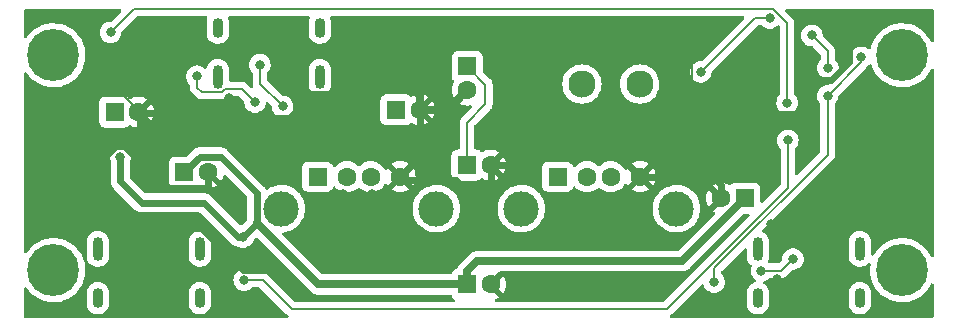
<source format=gbr>
%TF.GenerationSoftware,KiCad,Pcbnew,(5.99.0-10847-g28909c1a72)*%
%TF.CreationDate,2021-07-19T23:24:54+02:00*%
%TF.ProjectId,Project Hub,50726f6a-6563-4742-9048-75622e6b6963,rev?*%
%TF.SameCoordinates,Original*%
%TF.FileFunction,Copper,L2,Bot*%
%TF.FilePolarity,Positive*%
%FSLAX46Y46*%
G04 Gerber Fmt 4.6, Leading zero omitted, Abs format (unit mm)*
G04 Created by KiCad (PCBNEW (5.99.0-10847-g28909c1a72)) date 2021-07-19 23:24:54*
%MOMM*%
%LPD*%
G01*
G04 APERTURE LIST*
%TA.AperFunction,ComponentPad*%
%ADD10R,1.600000X1.600000*%
%TD*%
%TA.AperFunction,ComponentPad*%
%ADD11C,1.600000*%
%TD*%
%TA.AperFunction,ComponentPad*%
%ADD12O,0.900000X2.000000*%
%TD*%
%TA.AperFunction,ComponentPad*%
%ADD13O,0.900000X1.700000*%
%TD*%
%TA.AperFunction,ComponentPad*%
%ADD14C,0.700000*%
%TD*%
%TA.AperFunction,ComponentPad*%
%ADD15C,4.400000*%
%TD*%
%TA.AperFunction,ComponentPad*%
%ADD16R,1.600000X1.500000*%
%TD*%
%TA.AperFunction,ComponentPad*%
%ADD17C,3.000000*%
%TD*%
%TA.AperFunction,ComponentPad*%
%ADD18C,2.300000*%
%TD*%
%TA.AperFunction,ViaPad*%
%ADD19C,0.800000*%
%TD*%
%TA.AperFunction,Conductor*%
%ADD20C,0.600000*%
%TD*%
%TA.AperFunction,Conductor*%
%ADD21C,0.200000*%
%TD*%
%TA.AperFunction,Conductor*%
%ADD22C,0.700000*%
%TD*%
%TA.AperFunction,Conductor*%
%ADD23C,0.800000*%
%TD*%
G04 APERTURE END LIST*
D10*
%TO.P,PC6,1*%
%TO.N,HUB3V3*%
X72655088Y-95756400D03*
D11*
%TO.P,PC6,2*%
%TO.N,GND*%
X74655088Y-95756400D03*
%TD*%
D12*
%TO.P,USB3,S1,SHIELD*%
%TO.N,unconnected-(USB3-PadS1)*%
X51560000Y-88290000D03*
D13*
X60200000Y-84120000D03*
X51560000Y-84120000D03*
D12*
X60200000Y-88290000D03*
%TD*%
D10*
%TO.P,PC2,1*%
%TO.N,FUSED VCC*%
X72655088Y-105870000D03*
D11*
%TO.P,PC2,2*%
%TO.N,GND*%
X74655088Y-105870000D03*
%TD*%
D14*
%TO.P,M2,1*%
%TO.N,N/C*%
X38806726Y-85303274D03*
X35990000Y-86470000D03*
X38806726Y-87636726D03*
X37640000Y-88120000D03*
X37640000Y-84820000D03*
X39290000Y-86470000D03*
X36473274Y-85303274D03*
D15*
X37640000Y-86470000D03*
D14*
X36473274Y-87636726D03*
%TD*%
%TO.P,M2,1*%
%TO.N,N/C*%
X38806726Y-103503274D03*
X35990000Y-104670000D03*
X38806726Y-105836726D03*
X37640000Y-106320000D03*
X37640000Y-103020000D03*
X39290000Y-104670000D03*
X36473274Y-103503274D03*
D15*
X37640000Y-104670000D03*
D14*
X36473274Y-105836726D03*
%TD*%
D16*
%TO.P,USB2,1,VBUS*%
%TO.N,Net-(C3-Pad1)*%
X80320000Y-96748000D03*
D11*
%TO.P,USB2,2,D-*%
%TO.N,D4_N*%
X82820000Y-96748000D03*
%TO.P,USB2,3,D+*%
%TO.N,D4_P*%
X84820000Y-96748000D03*
%TO.P,USB2,4,GND*%
%TO.N,GND*%
X87320000Y-96748000D03*
D17*
%TO.P,USB2,5,Shield*%
%TO.N,unconnected-(USB2-Pad5)*%
X77250000Y-99458000D03*
X90390000Y-99458000D03*
%TD*%
D10*
%TO.P,PC7,1*%
%TO.N,FUSED VCC*%
X96190000Y-98570000D03*
D11*
%TO.P,PC7,2*%
%TO.N,GND*%
X94190000Y-98570000D03*
%TD*%
D10*
%TO.P,PC1,1*%
%TO.N,FUSED VCC*%
X48734888Y-96370000D03*
D11*
%TO.P,PC1,2*%
%TO.N,GND*%
X50734888Y-96370000D03*
%TD*%
D16*
%TO.P,USB1,1,VBUS*%
%TO.N,Net-(C2-Pad1)*%
X60000000Y-96748000D03*
D11*
%TO.P,USB1,2,D-*%
%TO.N,D3_N*%
X62500000Y-96748000D03*
%TO.P,USB1,3,D+*%
%TO.N,D3_P*%
X64500000Y-96748000D03*
%TO.P,USB1,4,GND*%
%TO.N,GND*%
X67000000Y-96748000D03*
D17*
%TO.P,USB1,5,Shield*%
%TO.N,unconnected-(USB1-Pad5)*%
X70070000Y-99458000D03*
X56930000Y-99458000D03*
%TD*%
D14*
%TO.P,M2,1*%
%TO.N,N/C*%
X110656726Y-103503274D03*
X107840000Y-104670000D03*
X110656726Y-105836726D03*
X109490000Y-106320000D03*
X109490000Y-103020000D03*
X111140000Y-104670000D03*
X108323274Y-103503274D03*
D15*
X109490000Y-104670000D03*
D14*
X108323274Y-105836726D03*
%TD*%
D10*
%TO.P,PC3,1*%
%TO.N,FUSED VCC*%
X42834888Y-91270000D03*
D11*
%TO.P,PC3,2*%
%TO.N,GND*%
X44834888Y-91270000D03*
%TD*%
D10*
%TO.P,PC5,1*%
%TO.N,HUB3V3*%
X72690000Y-87414888D03*
D11*
%TO.P,PC5,2*%
%TO.N,GND*%
X72690000Y-89414888D03*
%TD*%
D10*
%TO.P,PC4,1*%
%TO.N,3V3*%
X66634888Y-91070000D03*
D11*
%TO.P,PC4,2*%
%TO.N,GND*%
X68634888Y-91070000D03*
%TD*%
D13*
%TO.P,USB4,S1,SHIELD*%
%TO.N,unconnected-(USB4-PadS1)*%
X97280000Y-107029000D03*
D12*
X105920000Y-102859000D03*
X97280000Y-102859000D03*
D13*
X105920000Y-107029000D03*
%TD*%
D14*
%TO.P,M2,1*%
%TO.N,N/C*%
X110656726Y-85303274D03*
X107840000Y-86470000D03*
X110656726Y-87636726D03*
X109490000Y-88120000D03*
X109490000Y-84820000D03*
X111140000Y-86470000D03*
X108323274Y-85303274D03*
D15*
X109490000Y-86470000D03*
D14*
X108323274Y-87636726D03*
%TD*%
D18*
%TO.P,Y1,1,1*%
%TO.N,Net-(C6-Pad1)*%
X87286000Y-88900000D03*
%TO.P,Y1,2,2*%
%TO.N,Net-(C7-Pad1)*%
X82386000Y-88900000D03*
%TD*%
D12*
%TO.P,USB5,S1,SHIELD*%
%TO.N,unconnected-(USB5-PadS1)*%
X50040000Y-102859000D03*
D13*
X41400000Y-107029000D03*
X50040000Y-107029000D03*
D12*
X41400000Y-102859000D03*
%TD*%
D19*
%TO.N,GND*%
X66640000Y-93170000D03*
X65390000Y-93170000D03*
X70640000Y-89170000D03*
X69390000Y-89170000D03*
X69390000Y-87920000D03*
X70640000Y-87920000D03*
X70640000Y-86670000D03*
X46640000Y-87920000D03*
X47140000Y-86420000D03*
X47140000Y-85170000D03*
X47140000Y-83920000D03*
X38390000Y-83170000D03*
X37140000Y-83170000D03*
X35890000Y-83170000D03*
X39640000Y-83170000D03*
X107640000Y-107920000D03*
X111390000Y-107920000D03*
X110140000Y-107920000D03*
X108890000Y-107920000D03*
X106390000Y-104920000D03*
X105140000Y-104920000D03*
X103890000Y-105420000D03*
X102640000Y-105420000D03*
X101390000Y-105420000D03*
X100140000Y-105420000D03*
X98890000Y-105420000D03*
X101390000Y-106670000D03*
X102640000Y-106670000D03*
X103890000Y-106670000D03*
X103890000Y-107920000D03*
X102640000Y-107920000D03*
X101390000Y-107920000D03*
X100140000Y-106670000D03*
X100140000Y-107920000D03*
X98890000Y-107920000D03*
X98890000Y-106670000D03*
X108890000Y-101170000D03*
X107640000Y-101170000D03*
X110140000Y-101170000D03*
X111390000Y-101170000D03*
X111390000Y-99920000D03*
X110140000Y-99920000D03*
X110140000Y-96170000D03*
X108890000Y-99920000D03*
X110140000Y-98670000D03*
X107640000Y-98670000D03*
X111390000Y-97420000D03*
X111390000Y-98670000D03*
X107640000Y-99920000D03*
X108890000Y-97420000D03*
X107640000Y-97420000D03*
X108890000Y-98670000D03*
X108890000Y-96170000D03*
X110140000Y-97420000D03*
X107640000Y-96170000D03*
X111390000Y-96170000D03*
X108890000Y-94920000D03*
X107640000Y-94920000D03*
X110140000Y-94920000D03*
X111390000Y-94920000D03*
X111390000Y-93670000D03*
X110140000Y-93670000D03*
X110140000Y-89920000D03*
X108890000Y-93670000D03*
X110140000Y-92420000D03*
X107640000Y-92420000D03*
X111390000Y-91170000D03*
X111390000Y-92420000D03*
X107640000Y-93670000D03*
X108890000Y-91170000D03*
X107640000Y-91170000D03*
X108890000Y-92420000D03*
X108890000Y-89920000D03*
X110140000Y-91170000D03*
X107640000Y-89920000D03*
X111390000Y-89920000D03*
X37140000Y-95170000D03*
X35890000Y-95170000D03*
X38390000Y-95170000D03*
X39640000Y-95170000D03*
X39640000Y-93920000D03*
X38390000Y-93920000D03*
X38390000Y-90170000D03*
X37140000Y-93920000D03*
X38390000Y-92670000D03*
X35890000Y-92670000D03*
X39640000Y-91420000D03*
X39640000Y-92670000D03*
X35890000Y-93920000D03*
X37140000Y-91420000D03*
X35890000Y-91420000D03*
X37140000Y-92670000D03*
X37140000Y-90170000D03*
X38390000Y-91420000D03*
X35890000Y-90170000D03*
X39640000Y-90170000D03*
X37140000Y-96420000D03*
X35890000Y-96420000D03*
X39640000Y-96420000D03*
X38390000Y-96420000D03*
X37140000Y-97670000D03*
X35890000Y-97670000D03*
X39640000Y-97670000D03*
X38390000Y-97670000D03*
X37140000Y-98920000D03*
X35890000Y-98920000D03*
X39640000Y-98920000D03*
X38390000Y-98920000D03*
X37140000Y-100170000D03*
X35890000Y-100170000D03*
X39640000Y-100170000D03*
X38390000Y-100170000D03*
X37140000Y-101420000D03*
X35890000Y-101420000D03*
X39640000Y-101420000D03*
X38390000Y-101420000D03*
X38390000Y-107920000D03*
X39640000Y-107920000D03*
X35890000Y-107920000D03*
X37140000Y-107920000D03*
X40890000Y-104920000D03*
X42140000Y-104920000D03*
X43390000Y-105420000D03*
X44640000Y-105420000D03*
X45890000Y-105420000D03*
X47140000Y-105420000D03*
X48390000Y-105420000D03*
X47140000Y-106670000D03*
X48390000Y-106670000D03*
X44640000Y-106670000D03*
X45890000Y-106670000D03*
X43390000Y-107920000D03*
X43390000Y-106670000D03*
X44640000Y-107920000D03*
X45890000Y-107920000D03*
X47140000Y-107920000D03*
X48390000Y-107920000D03*
X62140000Y-98170000D03*
X63390000Y-98170000D03*
X64640000Y-98170000D03*
X65890000Y-98170000D03*
X67140000Y-99420000D03*
X65890000Y-99420000D03*
X64640000Y-99420000D03*
X63390000Y-99420000D03*
X62140000Y-99420000D03*
X60890000Y-101920000D03*
X60890000Y-100670000D03*
X60890000Y-104420000D03*
X60890000Y-103170000D03*
X67140000Y-101920000D03*
X67140000Y-100670000D03*
X64640000Y-100670000D03*
X63390000Y-101920000D03*
X62140000Y-101920000D03*
X65890000Y-101920000D03*
X64640000Y-101920000D03*
X63390000Y-100670000D03*
X62140000Y-100670000D03*
X65890000Y-100670000D03*
X64640000Y-103170000D03*
X63390000Y-104420000D03*
X62140000Y-104420000D03*
X65890000Y-104420000D03*
X64640000Y-104420000D03*
X63390000Y-103170000D03*
X62140000Y-103170000D03*
X65890000Y-103170000D03*
X69640000Y-103170000D03*
X68390000Y-104420000D03*
X67140000Y-104420000D03*
X70890000Y-104420000D03*
X69640000Y-104420000D03*
X68390000Y-103170000D03*
X67140000Y-103170000D03*
X70890000Y-103170000D03*
X87890000Y-98670000D03*
X87890000Y-99920000D03*
X85390000Y-98670000D03*
X86640000Y-99920000D03*
X85390000Y-99920000D03*
X86640000Y-98670000D03*
X82890000Y-98670000D03*
X84140000Y-99920000D03*
X82890000Y-99920000D03*
X84140000Y-98670000D03*
X80390000Y-98670000D03*
X81640000Y-99920000D03*
X80390000Y-99920000D03*
X81640000Y-98670000D03*
X79140000Y-102420000D03*
X77890000Y-102420000D03*
X79140000Y-101170000D03*
X80390000Y-101170000D03*
X81640000Y-102420000D03*
X80390000Y-102420000D03*
X81640000Y-101170000D03*
X82890000Y-101170000D03*
X84140000Y-102420000D03*
X82890000Y-102420000D03*
X84140000Y-101170000D03*
X85390000Y-101170000D03*
X86640000Y-102420000D03*
X85390000Y-102420000D03*
X86640000Y-101170000D03*
X87890000Y-101170000D03*
X89140000Y-102420000D03*
X87890000Y-102420000D03*
X77890000Y-105420000D03*
X79140000Y-106670000D03*
X77890000Y-106670000D03*
X79140000Y-105420000D03*
X80390000Y-105420000D03*
X81640000Y-106670000D03*
X80390000Y-106670000D03*
X81640000Y-105420000D03*
X82890000Y-105420000D03*
X84140000Y-106670000D03*
X82890000Y-106670000D03*
X84140000Y-105420000D03*
X85390000Y-105420000D03*
X86640000Y-106670000D03*
X85390000Y-106670000D03*
X86640000Y-105420000D03*
X87890000Y-106670000D03*
X87890000Y-105420000D03*
X89140000Y-105420000D03*
X89140000Y-106670000D03*
X45085000Y-95377000D03*
X106045000Y-100203000D03*
X41562000Y-95344000D03*
X79197200Y-94183200D03*
X104521000Y-97790000D03*
X56143320Y-104817480D03*
X105029000Y-91440000D03*
X98400000Y-100736000D03*
X41656000Y-87376000D03*
X102235000Y-83312000D03*
X92100400Y-85648800D03*
X101390000Y-95358400D03*
X59080000Y-90272000D03*
X42520000Y-100432000D03*
X48920000Y-101067000D03*
X52514500Y-90106500D03*
%TO.N,5V*%
X103180400Y-89910400D03*
X93573600Y-105664000D03*
X106045000Y-86639400D03*
%TO.N,3V3*%
X99822000Y-93675200D03*
X103200200Y-87503000D03*
X53797200Y-105511600D03*
X101854000Y-84785200D03*
%TO.N,FUSED VCC*%
X53695600Y-101854000D03*
X43307000Y-95046200D03*
%TO.N,Net-(R2-Pad1)*%
X49784000Y-88239600D03*
X54711600Y-90424000D03*
%TO.N,Net-(R7-Pad2)*%
X92444989Y-87877484D03*
X98298000Y-83312000D03*
%TO.N,OVCUR1*%
X99758500Y-90487500D03*
X42481000Y-84519000D03*
%TO.N,Net-(R10-Pad1)*%
X100253800Y-103708200D03*
X97586800Y-104698800D03*
%TO.N,D0_P*%
X57036378Y-90791622D03*
X55118000Y-87249000D03*
%TD*%
D20*
%TO.N,GND*%
X57607200Y-91744800D02*
X59080000Y-90272000D01*
X50734888Y-96370000D02*
X50734888Y-97501370D01*
D21*
X98653600Y-91440000D02*
X94190000Y-95903600D01*
D20*
X71709311Y-97055911D02*
X72518000Y-97864600D01*
D21*
X101390000Y-94207923D02*
X100990400Y-93808323D01*
D20*
X100584000Y-91440000D02*
X100990400Y-91033600D01*
X77622400Y-95758000D02*
X77620800Y-95756400D01*
X67307911Y-97055911D02*
X71709311Y-97055911D01*
X53685913Y-104612089D02*
X50140824Y-101067000D01*
X43155000Y-101067000D02*
X42520000Y-100432000D01*
X74655088Y-97124512D02*
X74655088Y-95756400D01*
X98400000Y-100736000D02*
X105512000Y-100736000D01*
X54152800Y-91744800D02*
X57607200Y-91744800D01*
X77620800Y-95756400D02*
X74655088Y-95756400D01*
D22*
X64617280Y-89839520D02*
X59512480Y-89839520D01*
D23*
X41562000Y-95344000D02*
X41562000Y-99474000D01*
D20*
X72518000Y-97864600D02*
X73915000Y-97864600D01*
X87320000Y-96748000D02*
X84755200Y-94183200D01*
D21*
X91745489Y-88748289D02*
X94437200Y-91440000D01*
D20*
X101803200Y-88595200D02*
X103439277Y-88595200D01*
X104521000Y-91948000D02*
X105029000Y-91440000D01*
D22*
X68634888Y-91070000D02*
X68634888Y-89938630D01*
D20*
X59080000Y-90272000D02*
X59516311Y-89835689D01*
X103439277Y-88595200D02*
X105029000Y-87005477D01*
X100990400Y-89408000D02*
X101803200Y-88595200D01*
X68634888Y-95113112D02*
X68634888Y-91070000D01*
X100990400Y-91033600D02*
X100990400Y-89408000D01*
X98653600Y-91440000D02*
X100584000Y-91440000D01*
D21*
X101390000Y-95358400D02*
X101390000Y-94207923D01*
D20*
X84755200Y-94183200D02*
X79197200Y-94183200D01*
X51284200Y-91336800D02*
X44901688Y-91336800D01*
X106045000Y-100203000D02*
X106045000Y-99314000D01*
D22*
X68634888Y-89938630D02*
X67721658Y-89025400D01*
D21*
X100990400Y-93808323D02*
X100990400Y-91033600D01*
D20*
X55937929Y-104612089D02*
X53685913Y-104612089D01*
X106045000Y-99314000D02*
X104521000Y-97790000D01*
D23*
X41562000Y-99474000D02*
X42520000Y-100432000D01*
D20*
X56143320Y-104817480D02*
X55937929Y-104612089D01*
X93448600Y-96748000D02*
X94190000Y-97489400D01*
D22*
X67721658Y-89025400D02*
X65431400Y-89025400D01*
D20*
X52514500Y-90106500D02*
X51284200Y-91336800D01*
D22*
X59512480Y-89839520D02*
X59080000Y-90272000D01*
D20*
X50566747Y-97669511D02*
X47377511Y-97669511D01*
D21*
X94437200Y-91440000D02*
X98653600Y-91440000D01*
D23*
X45085000Y-95377000D02*
X45085000Y-91520112D01*
D20*
X105029000Y-87005477D02*
X105029000Y-86106000D01*
X104521000Y-97790000D02*
X104521000Y-91948000D01*
X105029000Y-86106000D02*
X102235000Y-83312000D01*
X44901688Y-91336800D02*
X44834888Y-91270000D01*
D23*
X45085000Y-95377000D02*
X43737200Y-94029200D01*
D22*
X65431400Y-89025400D02*
X64617280Y-89839520D01*
X68634888Y-91070000D02*
X71034888Y-91070000D01*
X71034888Y-91070000D02*
X72690000Y-89414888D01*
D20*
X50140824Y-101067000D02*
X48920000Y-101067000D01*
D21*
X41656000Y-87376000D02*
X41656000Y-87951992D01*
D20*
X50734888Y-97501370D02*
X50566747Y-97669511D01*
X87320000Y-96748000D02*
X93448600Y-96748000D01*
D21*
X92100400Y-85648800D02*
X91745489Y-86003711D01*
X94190000Y-95903600D02*
X94190000Y-98570000D01*
D20*
X48920000Y-101067000D02*
X43155000Y-101067000D01*
X67000000Y-96748000D02*
X68634888Y-95113112D01*
X73915000Y-97864600D02*
X74655088Y-97124512D01*
D23*
X45085000Y-91520112D02*
X44834888Y-91270000D01*
D20*
X67000000Y-96748000D02*
X67307911Y-97055911D01*
D21*
X41656000Y-87951992D02*
X44834888Y-91130880D01*
D20*
X52514500Y-90106500D02*
X54152800Y-91744800D01*
X94190000Y-97489400D02*
X94190000Y-98570000D01*
D23*
X43737200Y-94029200D02*
X42876800Y-94029200D01*
D20*
X47377511Y-97669511D02*
X45085000Y-95377000D01*
D21*
X91745489Y-86003711D02*
X91745489Y-88748289D01*
X44834888Y-91130880D02*
X44834888Y-91270000D01*
D20*
X77622400Y-95758000D02*
X79197200Y-94183200D01*
D23*
X42876800Y-94029200D02*
X41562000Y-95344000D01*
D20*
X105512000Y-100736000D02*
X106045000Y-100203000D01*
D21*
%TO.N,5V*%
X106045000Y-87045800D02*
X103180400Y-89910400D01*
X103180400Y-89910400D02*
X103180400Y-94895006D01*
X93573600Y-104501806D02*
X93573600Y-105664000D01*
X106045000Y-86639400D02*
X106045000Y-87045800D01*
X103180400Y-94895006D02*
X93573600Y-104501806D01*
%TO.N,3V3*%
X89560400Y-107950000D02*
X99822000Y-97688400D01*
X53797200Y-105511600D02*
X55372000Y-105511600D01*
X57810400Y-107950000D02*
X89560400Y-107950000D01*
X99822000Y-97688400D02*
X99822000Y-93675200D01*
X103200200Y-87503000D02*
X103200200Y-86131400D01*
X55372000Y-105511600D02*
X57810400Y-107950000D01*
X103200200Y-86131400D02*
X101854000Y-84785200D01*
%TO.N,HUB3V3*%
X72655088Y-95756400D02*
X72655088Y-92164912D01*
X74219800Y-90600200D02*
X74219800Y-88944688D01*
X74219800Y-88944688D02*
X72690000Y-87414888D01*
X72655088Y-92164912D02*
X74219800Y-90600200D01*
D22*
%TO.N,FUSED VCC*%
X72655088Y-105870000D02*
X60048400Y-105870000D01*
D20*
X45136800Y-98956800D02*
X43308000Y-97128000D01*
X53695600Y-101854000D02*
X54864000Y-100685600D01*
D22*
X72655088Y-105870000D02*
X72655088Y-104763312D01*
X60048400Y-105870000D02*
X54864000Y-100685600D01*
X73508600Y-103909800D02*
X90850200Y-103909800D01*
D20*
X43308000Y-97128000D02*
X43308000Y-95047200D01*
D22*
X72655088Y-104763312D02*
X73508600Y-103909800D01*
D20*
X50034399Y-95070489D02*
X48734888Y-96370000D01*
D22*
X90850200Y-103909800D02*
X96190000Y-98570000D01*
D20*
X43308000Y-95047200D02*
X43307000Y-95046200D01*
X54864000Y-100685600D02*
X54864000Y-98127835D01*
X54864000Y-98127835D02*
X51806654Y-95070489D01*
X51806654Y-95070489D02*
X50034399Y-95070489D01*
X50394600Y-98956800D02*
X45136800Y-98956800D01*
X42482888Y-91313000D02*
X42545000Y-91313000D01*
X53695600Y-101854000D02*
X53291800Y-101854000D01*
X53291800Y-101854000D02*
X50394600Y-98956800D01*
D21*
%TO.N,Net-(R2-Pad1)*%
X49834800Y-89204800D02*
X49784000Y-89154000D01*
X52153581Y-89306400D02*
X51870461Y-89589520D01*
X49784000Y-89154000D02*
X49784000Y-88239600D01*
X51870461Y-89589520D02*
X50219520Y-89589520D01*
X50219520Y-89589520D02*
X49834800Y-89204800D01*
X54711600Y-90424000D02*
X53594000Y-89306400D01*
X53594000Y-89306400D02*
X52153581Y-89306400D01*
%TO.N,Net-(R7-Pad2)*%
X92444989Y-87877484D02*
X92462516Y-87877484D01*
X97028000Y-83312000D02*
X98298000Y-83312000D01*
X92462516Y-87877484D02*
X97028000Y-83312000D01*
%TO.N,OVCUR1*%
X98571277Y-82550000D02*
X44450000Y-82550000D01*
X99758500Y-90487500D02*
X99758500Y-83737223D01*
X44450000Y-82550000D02*
X42481000Y-84519000D01*
X99758500Y-83737223D02*
X98571277Y-82550000D01*
%TO.N,Net-(R10-Pad1)*%
X99263200Y-104698800D02*
X100253800Y-103708200D01*
X97586800Y-104698800D02*
X99263200Y-104698800D01*
%TO.N,D0_P*%
X55118000Y-88873244D02*
X55118000Y-87249000D01*
X57036378Y-90791622D02*
X55118000Y-88873244D01*
%TD*%
%TA.AperFunction,Conductor*%
%TO.N,GND*%
G36*
X106833010Y-87232034D02*
G01*
X106891994Y-87271548D01*
X106915931Y-87316129D01*
X106941768Y-87402521D01*
X107072254Y-87701903D01*
X107074177Y-87705174D01*
X107074179Y-87705178D01*
X107116542Y-87777239D01*
X107237762Y-87983441D01*
X107435894Y-88243057D01*
X107481851Y-88290233D01*
X107616257Y-88428204D01*
X107663781Y-88476989D01*
X107763193Y-88557061D01*
X107915168Y-88679471D01*
X107915173Y-88679475D01*
X107918121Y-88681849D01*
X108195230Y-88854670D01*
X108491094Y-88992948D01*
X108801428Y-89094681D01*
X109121736Y-89158394D01*
X109125508Y-89158681D01*
X109125516Y-89158682D01*
X109443601Y-89182878D01*
X109443606Y-89182878D01*
X109447378Y-89183165D01*
X109773638Y-89168635D01*
X109833436Y-89158682D01*
X110092048Y-89115638D01*
X110092053Y-89115637D01*
X110095789Y-89115015D01*
X110409165Y-89023080D01*
X110412632Y-89021590D01*
X110412636Y-89021589D01*
X110705743Y-88895660D01*
X110705745Y-88895659D01*
X110709227Y-88894163D01*
X110991628Y-88730132D01*
X111055586Y-88681849D01*
X111169585Y-88595788D01*
X111252277Y-88533362D01*
X111487399Y-88306703D01*
X111693589Y-88053439D01*
X111783358Y-87911163D01*
X111865835Y-87780446D01*
X111865838Y-87780440D01*
X111867858Y-87777239D01*
X111932133Y-87641571D01*
X111979374Y-87588574D01*
X112047769Y-87569530D01*
X112115602Y-87590487D01*
X112161337Y-87644790D01*
X112172000Y-87695518D01*
X112172000Y-103442290D01*
X112151998Y-103510411D01*
X112098342Y-103556904D01*
X112028068Y-103567008D01*
X111963488Y-103537514D01*
X111931028Y-103493840D01*
X111916485Y-103461404D01*
X111894713Y-103412846D01*
X111726266Y-103133057D01*
X111723939Y-103130073D01*
X111723934Y-103130066D01*
X111527756Y-102878518D01*
X111525426Y-102875530D01*
X111295103Y-102643997D01*
X111122461Y-102507898D01*
X111041601Y-102444153D01*
X111041597Y-102444150D01*
X111038631Y-102441812D01*
X110759728Y-102271902D01*
X110756284Y-102270336D01*
X110756280Y-102270334D01*
X110609377Y-102203542D01*
X110462431Y-102136730D01*
X110151049Y-102038252D01*
X110008785Y-102011500D01*
X109833816Y-101978597D01*
X109833811Y-101978596D01*
X109830092Y-101977897D01*
X109504208Y-101956537D01*
X109500428Y-101956745D01*
X109500427Y-101956745D01*
X109404605Y-101962019D01*
X109178118Y-101974483D01*
X109174391Y-101975144D01*
X109174387Y-101975144D01*
X109060857Y-101995265D01*
X108856546Y-102031474D01*
X108852930Y-102032576D01*
X108852922Y-102032578D01*
X108547774Y-102125580D01*
X108547767Y-102125583D01*
X108544150Y-102126685D01*
X108245454Y-102258737D01*
X108242200Y-102260673D01*
X108242194Y-102260676D01*
X107968046Y-102423778D01*
X107964787Y-102425717D01*
X107961786Y-102428032D01*
X107961782Y-102428035D01*
X107895219Y-102479388D01*
X107706212Y-102625206D01*
X107703511Y-102627865D01*
X107703504Y-102627871D01*
X107488617Y-102839410D01*
X107473477Y-102854314D01*
X107471113Y-102857281D01*
X107471110Y-102857284D01*
X107272619Y-103106375D01*
X107269951Y-103109723D01*
X107267960Y-103112953D01*
X107111760Y-103366356D01*
X107058988Y-103413849D01*
X106988916Y-103425273D01*
X106923792Y-103396999D01*
X106884293Y-103338005D01*
X106878500Y-103300240D01*
X106878500Y-102259775D01*
X106865137Y-102128218D01*
X106864466Y-102121609D01*
X106864466Y-102121607D01*
X106863821Y-102115261D01*
X106805587Y-101929437D01*
X106711177Y-101759117D01*
X106584448Y-101611260D01*
X106430577Y-101491906D01*
X106312153Y-101433634D01*
X106261576Y-101408747D01*
X106255849Y-101405929D01*
X106249671Y-101404320D01*
X106249669Y-101404319D01*
X106073585Y-101358452D01*
X106073580Y-101358451D01*
X106067402Y-101356842D01*
X105981392Y-101352334D01*
X105879315Y-101346984D01*
X105879310Y-101346984D01*
X105872933Y-101346650D01*
X105680387Y-101375770D01*
X105674394Y-101377975D01*
X105503615Y-101440809D01*
X105503610Y-101440811D01*
X105497629Y-101443012D01*
X105332125Y-101545629D01*
X105190635Y-101679429D01*
X105078940Y-101838947D01*
X105001601Y-102017667D01*
X105000296Y-102023914D01*
X104979057Y-102125580D01*
X104961778Y-102208287D01*
X104961500Y-102213592D01*
X104961500Y-103458225D01*
X104961823Y-103461404D01*
X104972550Y-103567008D01*
X104976179Y-103602739D01*
X105034413Y-103788563D01*
X105128823Y-103958883D01*
X105255552Y-104106740D01*
X105409423Y-104226094D01*
X105584151Y-104312071D01*
X105590329Y-104313680D01*
X105590331Y-104313681D01*
X105766415Y-104359548D01*
X105766420Y-104359549D01*
X105772598Y-104361158D01*
X105858608Y-104365666D01*
X105960685Y-104371016D01*
X105960690Y-104371016D01*
X105967067Y-104371350D01*
X106159613Y-104342230D01*
X106185080Y-104332860D01*
X106336385Y-104277191D01*
X106336390Y-104277189D01*
X106342371Y-104274988D01*
X106427533Y-104222185D01*
X106502453Y-104175733D01*
X106502454Y-104175732D01*
X106507875Y-104172371D01*
X106512681Y-104167826D01*
X106614321Y-104071711D01*
X106677560Y-104039440D01*
X106748206Y-104046480D01*
X106803832Y-104090597D01*
X106826775Y-104157785D01*
X106824600Y-104187190D01*
X106799714Y-104315817D01*
X106799447Y-104319593D01*
X106799446Y-104319598D01*
X106779276Y-104604476D01*
X106776649Y-104641585D01*
X106780556Y-104720069D01*
X106792203Y-104954019D01*
X106792887Y-104967764D01*
X106793528Y-104971495D01*
X106793529Y-104971503D01*
X106839778Y-105240650D01*
X106848194Y-105289630D01*
X106849282Y-105293269D01*
X106849283Y-105293272D01*
X106934258Y-105577408D01*
X106941768Y-105602521D01*
X107072254Y-105901903D01*
X107074177Y-105905174D01*
X107074179Y-105905178D01*
X107116542Y-105977239D01*
X107237762Y-106183441D01*
X107435894Y-106443057D01*
X107448567Y-106456066D01*
X107656973Y-106670000D01*
X107663781Y-106676989D01*
X107733770Y-106733362D01*
X107915168Y-106879471D01*
X107915173Y-106879475D01*
X107918121Y-106881849D01*
X108195230Y-107054670D01*
X108491094Y-107192948D01*
X108801428Y-107294681D01*
X109121736Y-107358394D01*
X109125508Y-107358681D01*
X109125516Y-107358682D01*
X109443601Y-107382878D01*
X109443606Y-107382878D01*
X109447378Y-107383165D01*
X109773638Y-107368635D01*
X109833436Y-107358682D01*
X110092048Y-107315638D01*
X110092053Y-107315637D01*
X110095789Y-107315015D01*
X110409165Y-107223080D01*
X110412632Y-107221590D01*
X110412636Y-107221589D01*
X110705743Y-107095660D01*
X110705745Y-107095659D01*
X110709227Y-107094163D01*
X110991628Y-106930132D01*
X111055586Y-106881849D01*
X111249250Y-106735647D01*
X111252277Y-106733362D01*
X111446053Y-106546561D01*
X111484672Y-106509332D01*
X111484673Y-106509331D01*
X111487399Y-106506703D01*
X111693589Y-106253439D01*
X111850557Y-106004660D01*
X111865835Y-105980446D01*
X111865838Y-105980440D01*
X111867858Y-105977239D01*
X111932133Y-105841571D01*
X111979374Y-105788574D01*
X112047769Y-105769530D01*
X112115602Y-105790487D01*
X112161337Y-105844790D01*
X112172000Y-105895518D01*
X112172000Y-108586000D01*
X112151998Y-108654121D01*
X112098342Y-108700614D01*
X112046000Y-108712000D01*
X89935660Y-108712000D01*
X89867539Y-108691998D01*
X89821046Y-108638342D01*
X89810942Y-108568068D01*
X89840436Y-108503488D01*
X89867208Y-108481382D01*
X89867150Y-108481307D01*
X89869257Y-108479690D01*
X89994210Y-108383810D01*
X90012504Y-108359969D01*
X90023371Y-108347578D01*
X92494688Y-105876261D01*
X92557000Y-105842235D01*
X92627815Y-105847300D01*
X92684651Y-105889847D01*
X92703616Y-105926420D01*
X92720128Y-105977239D01*
X92739076Y-106035554D01*
X92742379Y-106041276D01*
X92742380Y-106041277D01*
X92749408Y-106053450D01*
X92834563Y-106200942D01*
X92838981Y-106205849D01*
X92838982Y-106205850D01*
X92957927Y-106337952D01*
X92962349Y-106342863D01*
X92967691Y-106346744D01*
X92967693Y-106346746D01*
X93096108Y-106440044D01*
X93116850Y-106455114D01*
X93122878Y-106457798D01*
X93122880Y-106457799D01*
X93281199Y-106528287D01*
X93291313Y-106532790D01*
X93384713Y-106552643D01*
X93471656Y-106571124D01*
X93471661Y-106571124D01*
X93478113Y-106572496D01*
X93669087Y-106572496D01*
X93675539Y-106571124D01*
X93675544Y-106571124D01*
X93762487Y-106552643D01*
X93855887Y-106532790D01*
X93866001Y-106528287D01*
X94024320Y-106457799D01*
X94024322Y-106457798D01*
X94030350Y-106455114D01*
X94051092Y-106440044D01*
X94179507Y-106346746D01*
X94179509Y-106346744D01*
X94184851Y-106342863D01*
X94189273Y-106337952D01*
X94308218Y-106205850D01*
X94308219Y-106205849D01*
X94312637Y-106200942D01*
X94397792Y-106053450D01*
X94404820Y-106041277D01*
X94404821Y-106041276D01*
X94408124Y-106035554D01*
X94467138Y-105853927D01*
X94471851Y-105809091D01*
X94486410Y-105670565D01*
X94487100Y-105664000D01*
X94467138Y-105474073D01*
X94448251Y-105415943D01*
X94410166Y-105298731D01*
X94408124Y-105292446D01*
X94373958Y-105233268D01*
X94359943Y-105208995D01*
X94312637Y-105127058D01*
X94214463Y-105018024D01*
X94183747Y-104954019D01*
X94182100Y-104933716D01*
X94182100Y-104806045D01*
X94202102Y-104737924D01*
X94219005Y-104716950D01*
X96106405Y-102829550D01*
X96168717Y-102795524D01*
X96239532Y-102800589D01*
X96296368Y-102843136D01*
X96321179Y-102909656D01*
X96321500Y-102918645D01*
X96321500Y-103458225D01*
X96321823Y-103461404D01*
X96332550Y-103567008D01*
X96336179Y-103602739D01*
X96394413Y-103788563D01*
X96488823Y-103958883D01*
X96615552Y-104106740D01*
X96647148Y-104131248D01*
X96712649Y-104182056D01*
X96754216Y-104239613D01*
X96758067Y-104310505D01*
X96752632Y-104326629D01*
X96752276Y-104327246D01*
X96693262Y-104508873D01*
X96692572Y-104515436D01*
X96692572Y-104515437D01*
X96685659Y-104581212D01*
X96673300Y-104698800D01*
X96673990Y-104705365D01*
X96684484Y-104805205D01*
X96693262Y-104888727D01*
X96695302Y-104895005D01*
X96695302Y-104895006D01*
X96723040Y-104980376D01*
X96752276Y-105070354D01*
X96847763Y-105235742D01*
X96852181Y-105240649D01*
X96852182Y-105240650D01*
X96970725Y-105372305D01*
X96975549Y-105377663D01*
X96980891Y-105381544D01*
X96980893Y-105381546D01*
X97028237Y-105415943D01*
X97099605Y-105467794D01*
X97100575Y-105468499D01*
X97143929Y-105524721D01*
X97150004Y-105595457D01*
X97116873Y-105658249D01*
X97055053Y-105693160D01*
X97047540Y-105694600D01*
X97046704Y-105694815D01*
X97040387Y-105695770D01*
X97034394Y-105697975D01*
X96863615Y-105760809D01*
X96863610Y-105760811D01*
X96857629Y-105763012D01*
X96785864Y-105807508D01*
X96721687Y-105847300D01*
X96692125Y-105865629D01*
X96550635Y-105999429D01*
X96546973Y-106004659D01*
X96546972Y-106004660D01*
X96516246Y-106048542D01*
X96438940Y-106158947D01*
X96423242Y-106195224D01*
X96367491Y-106324057D01*
X96361601Y-106337667D01*
X96360296Y-106343914D01*
X96337876Y-106451233D01*
X96321778Y-106528287D01*
X96321500Y-106533592D01*
X96321500Y-107478225D01*
X96336179Y-107622739D01*
X96394413Y-107808563D01*
X96488823Y-107978883D01*
X96615552Y-108126740D01*
X96769423Y-108246094D01*
X96944151Y-108332071D01*
X96950329Y-108333680D01*
X96950331Y-108333681D01*
X97126415Y-108379548D01*
X97126420Y-108379549D01*
X97132598Y-108381158D01*
X97218608Y-108385666D01*
X97320685Y-108391016D01*
X97320690Y-108391016D01*
X97327067Y-108391350D01*
X97519613Y-108362230D01*
X97609242Y-108329253D01*
X97696385Y-108297191D01*
X97696390Y-108297189D01*
X97702371Y-108294988D01*
X97867875Y-108192371D01*
X98009365Y-108058571D01*
X98121060Y-107899053D01*
X98198399Y-107720333D01*
X98238222Y-107529713D01*
X98238500Y-107524408D01*
X98238500Y-106579775D01*
X98233809Y-106533592D01*
X104961500Y-106533592D01*
X104961500Y-107478225D01*
X104976179Y-107622739D01*
X105034413Y-107808563D01*
X105128823Y-107978883D01*
X105255552Y-108126740D01*
X105409423Y-108246094D01*
X105584151Y-108332071D01*
X105590329Y-108333680D01*
X105590331Y-108333681D01*
X105766415Y-108379548D01*
X105766420Y-108379549D01*
X105772598Y-108381158D01*
X105858608Y-108385666D01*
X105960685Y-108391016D01*
X105960690Y-108391016D01*
X105967067Y-108391350D01*
X106159613Y-108362230D01*
X106249242Y-108329253D01*
X106336385Y-108297191D01*
X106336390Y-108297189D01*
X106342371Y-108294988D01*
X106507875Y-108192371D01*
X106649365Y-108058571D01*
X106761060Y-107899053D01*
X106838399Y-107720333D01*
X106878222Y-107529713D01*
X106878500Y-107524408D01*
X106878500Y-106579775D01*
X106865525Y-106452038D01*
X106864466Y-106441609D01*
X106864466Y-106441607D01*
X106863821Y-106435261D01*
X106805587Y-106249437D01*
X106711177Y-106079117D01*
X106584448Y-105931260D01*
X106430577Y-105811906D01*
X106255849Y-105725929D01*
X106249671Y-105724320D01*
X106249669Y-105724319D01*
X106073585Y-105678452D01*
X106073580Y-105678451D01*
X106067402Y-105676842D01*
X105981392Y-105672334D01*
X105879315Y-105666984D01*
X105879310Y-105666984D01*
X105872933Y-105666650D01*
X105680387Y-105695770D01*
X105674394Y-105697975D01*
X105503615Y-105760809D01*
X105503610Y-105760811D01*
X105497629Y-105763012D01*
X105425864Y-105807508D01*
X105361687Y-105847300D01*
X105332125Y-105865629D01*
X105190635Y-105999429D01*
X105186973Y-106004659D01*
X105186972Y-106004660D01*
X105156246Y-106048542D01*
X105078940Y-106158947D01*
X105063242Y-106195224D01*
X105007491Y-106324057D01*
X105001601Y-106337667D01*
X105000296Y-106343914D01*
X104977876Y-106451233D01*
X104961778Y-106528287D01*
X104961500Y-106533592D01*
X98233809Y-106533592D01*
X98225525Y-106452038D01*
X98224466Y-106441609D01*
X98224466Y-106441607D01*
X98223821Y-106435261D01*
X98165587Y-106249437D01*
X98071177Y-106079117D01*
X97944448Y-105931260D01*
X97790577Y-105811906D01*
X97784856Y-105809091D01*
X97782323Y-105807508D01*
X97735153Y-105754446D01*
X97724159Y-105684306D01*
X97752831Y-105619357D01*
X97812066Y-105580219D01*
X97822897Y-105577408D01*
X97869087Y-105567590D01*
X97875118Y-105564905D01*
X98037520Y-105492599D01*
X98037522Y-105492598D01*
X98043550Y-105489914D01*
X98056319Y-105480637D01*
X98192707Y-105381546D01*
X98192709Y-105381544D01*
X98198051Y-105377663D01*
X98223870Y-105348988D01*
X98284313Y-105311750D01*
X98317504Y-105307300D01*
X99216962Y-105307300D01*
X99233408Y-105308378D01*
X99255011Y-105311222D01*
X99255012Y-105311222D01*
X99263200Y-105312300D01*
X99271388Y-105311222D01*
X99413798Y-105292474D01*
X99421986Y-105291396D01*
X99508661Y-105255493D01*
X99562319Y-105233268D01*
X99562320Y-105233267D01*
X99569950Y-105230107D01*
X99697010Y-105132610D01*
X99715304Y-105108769D01*
X99726171Y-105096378D01*
X100168948Y-104653601D01*
X100231260Y-104619575D01*
X100258043Y-104616696D01*
X100349287Y-104616696D01*
X100355739Y-104615324D01*
X100355744Y-104615324D01*
X100442687Y-104596843D01*
X100536087Y-104576990D01*
X100551223Y-104570251D01*
X100704520Y-104501999D01*
X100704522Y-104501998D01*
X100710550Y-104499314D01*
X100743034Y-104475713D01*
X100859707Y-104390946D01*
X100859709Y-104390944D01*
X100865051Y-104387063D01*
X100913856Y-104332860D01*
X100988418Y-104250050D01*
X100988419Y-104250049D01*
X100992837Y-104245142D01*
X101082235Y-104090300D01*
X101085020Y-104085477D01*
X101085021Y-104085476D01*
X101088324Y-104079754D01*
X101147338Y-103898127D01*
X101149658Y-103876059D01*
X101166610Y-103714765D01*
X101167300Y-103708200D01*
X101156856Y-103608830D01*
X101148028Y-103524837D01*
X101148028Y-103524836D01*
X101147338Y-103518273D01*
X101144784Y-103510411D01*
X101092711Y-103350148D01*
X101088324Y-103336646D01*
X100992837Y-103171258D01*
X100960207Y-103135018D01*
X100869473Y-103034248D01*
X100869472Y-103034247D01*
X100865051Y-103029337D01*
X100859709Y-103025456D01*
X100859707Y-103025454D01*
X100715892Y-102920967D01*
X100715891Y-102920966D01*
X100710550Y-102917086D01*
X100704522Y-102914402D01*
X100704520Y-102914401D01*
X100542118Y-102842095D01*
X100542117Y-102842095D01*
X100536087Y-102839410D01*
X100442687Y-102819557D01*
X100355744Y-102801076D01*
X100355739Y-102801076D01*
X100349287Y-102799704D01*
X100158313Y-102799704D01*
X100151861Y-102801076D01*
X100151856Y-102801076D01*
X100064913Y-102819557D01*
X99971513Y-102839410D01*
X99965483Y-102842095D01*
X99965482Y-102842095D01*
X99803080Y-102914401D01*
X99803078Y-102914402D01*
X99797050Y-102917086D01*
X99791709Y-102920966D01*
X99791708Y-102920967D01*
X99647893Y-103025454D01*
X99647891Y-103025456D01*
X99642549Y-103029337D01*
X99638128Y-103034247D01*
X99638127Y-103034248D01*
X99547394Y-103135018D01*
X99514763Y-103171258D01*
X99419276Y-103336646D01*
X99414889Y-103350148D01*
X99362817Y-103510411D01*
X99360262Y-103518273D01*
X99359572Y-103524836D01*
X99359572Y-103524837D01*
X99350744Y-103608830D01*
X99340300Y-103708200D01*
X99340487Y-103709983D01*
X99320988Y-103776392D01*
X99304085Y-103797366D01*
X99048056Y-104053395D01*
X98985744Y-104087421D01*
X98958961Y-104090300D01*
X98317504Y-104090300D01*
X98249383Y-104070298D01*
X98223872Y-104048614D01*
X98198051Y-104019937D01*
X98192710Y-104016057D01*
X98192705Y-104016052D01*
X98174761Y-104003016D01*
X98131406Y-103946795D01*
X98125329Y-103876059D01*
X98133183Y-103851038D01*
X98195865Y-103706189D01*
X98195865Y-103706188D01*
X98198399Y-103700333D01*
X98220114Y-103596391D01*
X98237231Y-103514458D01*
X98237231Y-103514454D01*
X98238222Y-103509713D01*
X98238500Y-103504408D01*
X98238500Y-102259775D01*
X98225137Y-102128218D01*
X98224466Y-102121609D01*
X98224466Y-102121607D01*
X98223821Y-102115261D01*
X98165587Y-101929437D01*
X98071177Y-101759117D01*
X97944448Y-101611260D01*
X97790577Y-101491906D01*
X97784859Y-101489092D01*
X97784852Y-101489088D01*
X97716241Y-101455327D01*
X97663951Y-101407304D01*
X97645925Y-101338634D01*
X97667886Y-101271119D01*
X97682777Y-101253178D01*
X103577978Y-95357977D01*
X103590369Y-95347110D01*
X103607660Y-95333842D01*
X103614210Y-95328816D01*
X103711707Y-95201756D01*
X103737093Y-95140467D01*
X103772996Y-95053792D01*
X103793900Y-94895006D01*
X103789978Y-94865214D01*
X103788900Y-94848768D01*
X103788900Y-90640684D01*
X103808902Y-90572563D01*
X103821257Y-90556382D01*
X103919437Y-90447342D01*
X104014924Y-90281954D01*
X104060050Y-90143070D01*
X104071898Y-90106606D01*
X104071898Y-90106605D01*
X104073938Y-90100327D01*
X104086000Y-89985569D01*
X104093210Y-89916965D01*
X104093900Y-89910400D01*
X104093713Y-89908617D01*
X104113212Y-89842208D01*
X104130115Y-89821234D01*
X106442578Y-87508771D01*
X106454969Y-87497904D01*
X106472257Y-87484639D01*
X106472260Y-87484636D01*
X106478810Y-87479610D01*
X106483836Y-87473060D01*
X106483841Y-87473055D01*
X106523924Y-87420818D01*
X106549825Y-87395586D01*
X106650906Y-87322147D01*
X106650910Y-87322144D01*
X106656251Y-87318263D01*
X106701579Y-87267921D01*
X106762026Y-87230682D01*
X106833010Y-87232034D01*
G37*
%TD.AperFunction*%
%TA.AperFunction,Conductor*%
G36*
X43353382Y-82570002D02*
G01*
X43399875Y-82623658D01*
X43409979Y-82693932D01*
X43380485Y-82758512D01*
X43374356Y-82765095D01*
X42565852Y-83573599D01*
X42503540Y-83607625D01*
X42476757Y-83610504D01*
X42385513Y-83610504D01*
X42379061Y-83611876D01*
X42379056Y-83611876D01*
X42311397Y-83626258D01*
X42198713Y-83650210D01*
X42192683Y-83652895D01*
X42192682Y-83652895D01*
X42030280Y-83725201D01*
X42030278Y-83725202D01*
X42024250Y-83727886D01*
X42018909Y-83731766D01*
X42018908Y-83731767D01*
X41875093Y-83836254D01*
X41875091Y-83836256D01*
X41869749Y-83840137D01*
X41865328Y-83845047D01*
X41865327Y-83845048D01*
X41755148Y-83967415D01*
X41741963Y-83982058D01*
X41646476Y-84147446D01*
X41587462Y-84329073D01*
X41586772Y-84335636D01*
X41586772Y-84335637D01*
X41577602Y-84422884D01*
X41567500Y-84519000D01*
X41568190Y-84525565D01*
X41577714Y-84616176D01*
X41587462Y-84708927D01*
X41589502Y-84715205D01*
X41589502Y-84715206D01*
X41612268Y-84785271D01*
X41646476Y-84890554D01*
X41741963Y-85055942D01*
X41746381Y-85060849D01*
X41746382Y-85060850D01*
X41865327Y-85192952D01*
X41869749Y-85197863D01*
X41875091Y-85201744D01*
X41875093Y-85201746D01*
X42018908Y-85306233D01*
X42024250Y-85310114D01*
X42030278Y-85312798D01*
X42030280Y-85312799D01*
X42187114Y-85382626D01*
X42198713Y-85387790D01*
X42292113Y-85407643D01*
X42379056Y-85426124D01*
X42379061Y-85426124D01*
X42385513Y-85427496D01*
X42576487Y-85427496D01*
X42582939Y-85426124D01*
X42582944Y-85426124D01*
X42669887Y-85407643D01*
X42763287Y-85387790D01*
X42774886Y-85382626D01*
X42931720Y-85312799D01*
X42931722Y-85312798D01*
X42937750Y-85310114D01*
X42943092Y-85306233D01*
X43086907Y-85201746D01*
X43086909Y-85201744D01*
X43092251Y-85197863D01*
X43096673Y-85192952D01*
X43215618Y-85060850D01*
X43215619Y-85060849D01*
X43220037Y-85055942D01*
X43315524Y-84890554D01*
X43349732Y-84785271D01*
X43372498Y-84715206D01*
X43372498Y-84715205D01*
X43374538Y-84708927D01*
X43384287Y-84616176D01*
X43393810Y-84525565D01*
X43394500Y-84519000D01*
X43394313Y-84517217D01*
X43413812Y-84450808D01*
X43430715Y-84429834D01*
X44665144Y-83195405D01*
X44727456Y-83161379D01*
X44754239Y-83158500D01*
X50566696Y-83158500D01*
X50634817Y-83178502D01*
X50681310Y-83232158D01*
X50691414Y-83302432D01*
X50682333Y-83334541D01*
X50641601Y-83428667D01*
X50640296Y-83434914D01*
X50608602Y-83586625D01*
X50601778Y-83619287D01*
X50601500Y-83624592D01*
X50601500Y-84569225D01*
X50601823Y-84572404D01*
X50610445Y-84657284D01*
X50616179Y-84713739D01*
X50674413Y-84899563D01*
X50768823Y-85069883D01*
X50895552Y-85217740D01*
X51049423Y-85337094D01*
X51224151Y-85423071D01*
X51230329Y-85424680D01*
X51230331Y-85424681D01*
X51406415Y-85470548D01*
X51406420Y-85470549D01*
X51412598Y-85472158D01*
X51498608Y-85476666D01*
X51600685Y-85482016D01*
X51600690Y-85482016D01*
X51607067Y-85482350D01*
X51799613Y-85453230D01*
X51889242Y-85420253D01*
X51976385Y-85388191D01*
X51976390Y-85388189D01*
X51982371Y-85385988D01*
X52104743Y-85310114D01*
X52142453Y-85286733D01*
X52142454Y-85286732D01*
X52147875Y-85283371D01*
X52238298Y-85197863D01*
X52284728Y-85153956D01*
X52289365Y-85149571D01*
X52354925Y-85055942D01*
X52397396Y-84995286D01*
X52397397Y-84995285D01*
X52401060Y-84990053D01*
X52478399Y-84811333D01*
X52510582Y-84657284D01*
X52517231Y-84625458D01*
X52517231Y-84625454D01*
X52518222Y-84620713D01*
X52518500Y-84615408D01*
X52518500Y-83670775D01*
X52512086Y-83607625D01*
X52504466Y-83532609D01*
X52504466Y-83532607D01*
X52503821Y-83526261D01*
X52445587Y-83340437D01*
X52442492Y-83334853D01*
X52442184Y-83334135D01*
X52433734Y-83263643D01*
X52464737Y-83199773D01*
X52525348Y-83162803D01*
X52557996Y-83158500D01*
X59206696Y-83158500D01*
X59274817Y-83178502D01*
X59321310Y-83232158D01*
X59331414Y-83302432D01*
X59322333Y-83334541D01*
X59281601Y-83428667D01*
X59280296Y-83434914D01*
X59248602Y-83586625D01*
X59241778Y-83619287D01*
X59241500Y-83624592D01*
X59241500Y-84569225D01*
X59241823Y-84572404D01*
X59250445Y-84657284D01*
X59256179Y-84713739D01*
X59314413Y-84899563D01*
X59408823Y-85069883D01*
X59535552Y-85217740D01*
X59689423Y-85337094D01*
X59864151Y-85423071D01*
X59870329Y-85424680D01*
X59870331Y-85424681D01*
X60046415Y-85470548D01*
X60046420Y-85470549D01*
X60052598Y-85472158D01*
X60138608Y-85476666D01*
X60240685Y-85482016D01*
X60240690Y-85482016D01*
X60247067Y-85482350D01*
X60439613Y-85453230D01*
X60529242Y-85420253D01*
X60616385Y-85388191D01*
X60616390Y-85388189D01*
X60622371Y-85385988D01*
X60744743Y-85310114D01*
X60782453Y-85286733D01*
X60782454Y-85286732D01*
X60787875Y-85283371D01*
X60878298Y-85197863D01*
X60924728Y-85153956D01*
X60929365Y-85149571D01*
X60994925Y-85055942D01*
X61037396Y-84995286D01*
X61037397Y-84995285D01*
X61041060Y-84990053D01*
X61118399Y-84811333D01*
X61150582Y-84657284D01*
X61157231Y-84625458D01*
X61157231Y-84625454D01*
X61158222Y-84620713D01*
X61158500Y-84615408D01*
X61158500Y-83670775D01*
X61152086Y-83607625D01*
X61144466Y-83532609D01*
X61144466Y-83532607D01*
X61143821Y-83526261D01*
X61085587Y-83340437D01*
X61082492Y-83334853D01*
X61082184Y-83334135D01*
X61073734Y-83263643D01*
X61104737Y-83199773D01*
X61165348Y-83162803D01*
X61197996Y-83158500D01*
X96016761Y-83158500D01*
X96084882Y-83178502D01*
X96131375Y-83232158D01*
X96141479Y-83302432D01*
X96111985Y-83367012D01*
X96105856Y-83373595D01*
X92547368Y-86932083D01*
X92485056Y-86966109D01*
X92458273Y-86968988D01*
X92349502Y-86968988D01*
X92343050Y-86970360D01*
X92343045Y-86970360D01*
X92256102Y-86988841D01*
X92162702Y-87008694D01*
X92156672Y-87011379D01*
X92156671Y-87011379D01*
X91994269Y-87083685D01*
X91994267Y-87083686D01*
X91988239Y-87086370D01*
X91982898Y-87090250D01*
X91982897Y-87090251D01*
X91839082Y-87194738D01*
X91839080Y-87194740D01*
X91833738Y-87198621D01*
X91829317Y-87203531D01*
X91829316Y-87203532D01*
X91713215Y-87332476D01*
X91705952Y-87340542D01*
X91610465Y-87505930D01*
X91599340Y-87540170D01*
X91568677Y-87634542D01*
X91551451Y-87687557D01*
X91550761Y-87694120D01*
X91550761Y-87694121D01*
X91542385Y-87773811D01*
X91531489Y-87877484D01*
X91532179Y-87884049D01*
X91550277Y-88056237D01*
X91551451Y-88067411D01*
X91610465Y-88249038D01*
X91705952Y-88414426D01*
X91710370Y-88419333D01*
X91710371Y-88419334D01*
X91798695Y-88517428D01*
X91833738Y-88556347D01*
X91839080Y-88560228D01*
X91839082Y-88560230D01*
X91982897Y-88664717D01*
X91988239Y-88668598D01*
X91994267Y-88671282D01*
X91994269Y-88671283D01*
X92130725Y-88732037D01*
X92162702Y-88746274D01*
X92243155Y-88763375D01*
X92343045Y-88784608D01*
X92343050Y-88784608D01*
X92349502Y-88785980D01*
X92540476Y-88785980D01*
X92546928Y-88784608D01*
X92546933Y-88784608D01*
X92646823Y-88763375D01*
X92727276Y-88746274D01*
X92759253Y-88732037D01*
X92895709Y-88671283D01*
X92895711Y-88671282D01*
X92901739Y-88668598D01*
X92907081Y-88664717D01*
X93050896Y-88560230D01*
X93050898Y-88560228D01*
X93056240Y-88556347D01*
X93091283Y-88517428D01*
X93179607Y-88419334D01*
X93179608Y-88419333D01*
X93184026Y-88414426D01*
X93279513Y-88249038D01*
X93338527Y-88067411D01*
X93339686Y-88056383D01*
X93357986Y-87882272D01*
X93384999Y-87816616D01*
X93394201Y-87806348D01*
X97243144Y-83957405D01*
X97305456Y-83923379D01*
X97332239Y-83920500D01*
X97567296Y-83920500D01*
X97635417Y-83940502D01*
X97660928Y-83962186D01*
X97686749Y-83990863D01*
X97692091Y-83994744D01*
X97692093Y-83994746D01*
X97796132Y-84070334D01*
X97841250Y-84103114D01*
X97847278Y-84105798D01*
X97847280Y-84105799D01*
X98009682Y-84178105D01*
X98015713Y-84180790D01*
X98109113Y-84200643D01*
X98196056Y-84219124D01*
X98196061Y-84219124D01*
X98202513Y-84220496D01*
X98393487Y-84220496D01*
X98399939Y-84219124D01*
X98399944Y-84219124D01*
X98486887Y-84200643D01*
X98580287Y-84180790D01*
X98586318Y-84178105D01*
X98748720Y-84105799D01*
X98748722Y-84105798D01*
X98754750Y-84103114D01*
X98909251Y-83990863D01*
X98913669Y-83985957D01*
X98930364Y-83967415D01*
X98990811Y-83930176D01*
X99061795Y-83931528D01*
X99120779Y-83971042D01*
X99149036Y-84036173D01*
X99150000Y-84051726D01*
X99150000Y-89757216D01*
X99129998Y-89825337D01*
X99117643Y-89841518D01*
X99019463Y-89950558D01*
X98923976Y-90115946D01*
X98915350Y-90142493D01*
X98878248Y-90256684D01*
X98864962Y-90297573D01*
X98864272Y-90304136D01*
X98864272Y-90304137D01*
X98853251Y-90408995D01*
X98845000Y-90487500D01*
X98845690Y-90494065D01*
X98858767Y-90618481D01*
X98864962Y-90677427D01*
X98867002Y-90683705D01*
X98867002Y-90683706D01*
X98874414Y-90706518D01*
X98923976Y-90859054D01*
X99019463Y-91024442D01*
X99023881Y-91029349D01*
X99023882Y-91029350D01*
X99090073Y-91102863D01*
X99147249Y-91166363D01*
X99152591Y-91170244D01*
X99152593Y-91170246D01*
X99272259Y-91257188D01*
X99301750Y-91278614D01*
X99307778Y-91281298D01*
X99307780Y-91281299D01*
X99424963Y-91333472D01*
X99476213Y-91356290D01*
X99569613Y-91376143D01*
X99656556Y-91394624D01*
X99656561Y-91394624D01*
X99663013Y-91395996D01*
X99853987Y-91395996D01*
X99860439Y-91394624D01*
X99860444Y-91394624D01*
X99947387Y-91376143D01*
X100040787Y-91356290D01*
X100092037Y-91333472D01*
X100209220Y-91281299D01*
X100209222Y-91281298D01*
X100215250Y-91278614D01*
X100244741Y-91257188D01*
X100364407Y-91170246D01*
X100364409Y-91170244D01*
X100369751Y-91166363D01*
X100426927Y-91102863D01*
X100493118Y-91029350D01*
X100493119Y-91029349D01*
X100497537Y-91024442D01*
X100593024Y-90859054D01*
X100642586Y-90706518D01*
X100649998Y-90683706D01*
X100649998Y-90683705D01*
X100652038Y-90677427D01*
X100658234Y-90618481D01*
X100671310Y-90494065D01*
X100672000Y-90487500D01*
X100663749Y-90408995D01*
X100652728Y-90304137D01*
X100652728Y-90304136D01*
X100652038Y-90297573D01*
X100638753Y-90256684D01*
X100601650Y-90142493D01*
X100593024Y-90115946D01*
X100497537Y-89950558D01*
X100399363Y-89841524D01*
X100368647Y-89777519D01*
X100367000Y-89757216D01*
X100367000Y-83783461D01*
X100368078Y-83767015D01*
X100370922Y-83745412D01*
X100370922Y-83745411D01*
X100372000Y-83737223D01*
X100351096Y-83578437D01*
X100306505Y-83470787D01*
X100306505Y-83470785D01*
X100306504Y-83470785D01*
X100289807Y-83430473D01*
X100192310Y-83303413D01*
X100168469Y-83285119D01*
X100156078Y-83274252D01*
X99646921Y-82765095D01*
X99612895Y-82702783D01*
X99617960Y-82631968D01*
X99660507Y-82575132D01*
X99727027Y-82550321D01*
X99736016Y-82550000D01*
X112046000Y-82550000D01*
X112114121Y-82570002D01*
X112160614Y-82623658D01*
X112172000Y-82676000D01*
X112172000Y-85242290D01*
X112151998Y-85310411D01*
X112098342Y-85356904D01*
X112028068Y-85367008D01*
X111963488Y-85337514D01*
X111931028Y-85293840D01*
X111894713Y-85212846D01*
X111726266Y-84933057D01*
X111723939Y-84930073D01*
X111723934Y-84930066D01*
X111555224Y-84713739D01*
X111525426Y-84675530D01*
X111295103Y-84443997D01*
X111038631Y-84241812D01*
X110759728Y-84071902D01*
X110756284Y-84070336D01*
X110756280Y-84070334D01*
X110644938Y-84019710D01*
X110462431Y-83936730D01*
X110151049Y-83838252D01*
X110008785Y-83811500D01*
X109833816Y-83778597D01*
X109833811Y-83778596D01*
X109830092Y-83777897D01*
X109504208Y-83756537D01*
X109500428Y-83756745D01*
X109500427Y-83756745D01*
X109404605Y-83762019D01*
X109178118Y-83774483D01*
X109174391Y-83775144D01*
X109174387Y-83775144D01*
X109060857Y-83795265D01*
X108856546Y-83831474D01*
X108852930Y-83832576D01*
X108852922Y-83832578D01*
X108547774Y-83925580D01*
X108547767Y-83925583D01*
X108544150Y-83926685D01*
X108245454Y-84058737D01*
X108242200Y-84060673D01*
X108242194Y-84060676D01*
X108096348Y-84147446D01*
X107964787Y-84225717D01*
X107961786Y-84228032D01*
X107961782Y-84228035D01*
X107928158Y-84253976D01*
X107706212Y-84425206D01*
X107703511Y-84427865D01*
X107703504Y-84427871D01*
X107507610Y-84620713D01*
X107473477Y-84654314D01*
X107471113Y-84657281D01*
X107471110Y-84657284D01*
X107374410Y-84778635D01*
X107269951Y-84909723D01*
X107098583Y-85187733D01*
X106961856Y-85484318D01*
X106960697Y-85487918D01*
X106960694Y-85487925D01*
X106862912Y-85791571D01*
X106861750Y-85795180D01*
X106861031Y-85798896D01*
X106861029Y-85798904D01*
X106845979Y-85876694D01*
X106813401Y-85939775D01*
X106751891Y-85975229D01*
X106680977Y-85971801D01*
X106648212Y-85954696D01*
X106507092Y-85852167D01*
X106507091Y-85852166D01*
X106501750Y-85848286D01*
X106495722Y-85845602D01*
X106495720Y-85845601D01*
X106333318Y-85773295D01*
X106333317Y-85773295D01*
X106327287Y-85770610D01*
X106233887Y-85750757D01*
X106146944Y-85732276D01*
X106146939Y-85732276D01*
X106140487Y-85730904D01*
X105949513Y-85730904D01*
X105943061Y-85732276D01*
X105943056Y-85732276D01*
X105856113Y-85750757D01*
X105762713Y-85770610D01*
X105756683Y-85773295D01*
X105756682Y-85773295D01*
X105594280Y-85845601D01*
X105594278Y-85845602D01*
X105588250Y-85848286D01*
X105582909Y-85852166D01*
X105582908Y-85852167D01*
X105439093Y-85956654D01*
X105439091Y-85956656D01*
X105433749Y-85960537D01*
X105305963Y-86102458D01*
X105210476Y-86267846D01*
X105151462Y-86449473D01*
X105150772Y-86456036D01*
X105150772Y-86456037D01*
X105141757Y-86541809D01*
X105131500Y-86639400D01*
X105132190Y-86645965D01*
X105146031Y-86777650D01*
X105151462Y-86829327D01*
X105153502Y-86835605D01*
X105153502Y-86835606D01*
X105188779Y-86944179D01*
X105190806Y-87015147D01*
X105158041Y-87072210D01*
X104251346Y-87978905D01*
X104189034Y-88012931D01*
X104118219Y-88007866D01*
X104061383Y-87965319D01*
X104036572Y-87898799D01*
X104042418Y-87850874D01*
X104091698Y-87699206D01*
X104091698Y-87699205D01*
X104093738Y-87692927D01*
X104099875Y-87634542D01*
X104113010Y-87509565D01*
X104113700Y-87503000D01*
X104111242Y-87479610D01*
X104094428Y-87319637D01*
X104094428Y-87319636D01*
X104093738Y-87313073D01*
X104072920Y-87249000D01*
X104052214Y-87185274D01*
X104034724Y-87131446D01*
X104010582Y-87089630D01*
X103968386Y-87016546D01*
X103939237Y-86966058D01*
X103841063Y-86857024D01*
X103810347Y-86793019D01*
X103808700Y-86772716D01*
X103808700Y-86177638D01*
X103809778Y-86161192D01*
X103812622Y-86139589D01*
X103812622Y-86139588D01*
X103813700Y-86131400D01*
X103792796Y-85972614D01*
X103741297Y-85848286D01*
X103731507Y-85824650D01*
X103634010Y-85697590D01*
X103610169Y-85679296D01*
X103597778Y-85668429D01*
X102803715Y-84874366D01*
X102769689Y-84812054D01*
X102767155Y-84788481D01*
X102767500Y-84785200D01*
X102747538Y-84595273D01*
X102740108Y-84572404D01*
X102692280Y-84425206D01*
X102688524Y-84413646D01*
X102593037Y-84248258D01*
X102465251Y-84106337D01*
X102459909Y-84102456D01*
X102459907Y-84102454D01*
X102316092Y-83997967D01*
X102316091Y-83997966D01*
X102310750Y-83994086D01*
X102304722Y-83991402D01*
X102304720Y-83991401D01*
X102142318Y-83919095D01*
X102142317Y-83919095D01*
X102136287Y-83916410D01*
X102042887Y-83896557D01*
X101955944Y-83878076D01*
X101955939Y-83878076D01*
X101949487Y-83876704D01*
X101758513Y-83876704D01*
X101752061Y-83878076D01*
X101752056Y-83878076D01*
X101665113Y-83896557D01*
X101571713Y-83916410D01*
X101565683Y-83919095D01*
X101565682Y-83919095D01*
X101403280Y-83991401D01*
X101403278Y-83991402D01*
X101397250Y-83994086D01*
X101391909Y-83997966D01*
X101391908Y-83997967D01*
X101248093Y-84102454D01*
X101248091Y-84102456D01*
X101242749Y-84106337D01*
X101114963Y-84248258D01*
X101019476Y-84413646D01*
X101015720Y-84425206D01*
X100967893Y-84572404D01*
X100960462Y-84595273D01*
X100940500Y-84785200D01*
X100941190Y-84791765D01*
X100950913Y-84884269D01*
X100960462Y-84975127D01*
X101019476Y-85156754D01*
X101022779Y-85162476D01*
X101022780Y-85162477D01*
X101037362Y-85187733D01*
X101114963Y-85322142D01*
X101119381Y-85327049D01*
X101119382Y-85327050D01*
X101232995Y-85453230D01*
X101242749Y-85464063D01*
X101248091Y-85467944D01*
X101248093Y-85467946D01*
X101312138Y-85514477D01*
X101397250Y-85576314D01*
X101403278Y-85578998D01*
X101403280Y-85578999D01*
X101565682Y-85651305D01*
X101571713Y-85653990D01*
X101665113Y-85673843D01*
X101752056Y-85692324D01*
X101752061Y-85692324D01*
X101758513Y-85693696D01*
X101849757Y-85693696D01*
X101917878Y-85713698D01*
X101938852Y-85730601D01*
X102554795Y-86346544D01*
X102588821Y-86408856D01*
X102591700Y-86435639D01*
X102591700Y-86772716D01*
X102571698Y-86840837D01*
X102559343Y-86857018D01*
X102461163Y-86966058D01*
X102432014Y-87016546D01*
X102389819Y-87089630D01*
X102365676Y-87131446D01*
X102348186Y-87185274D01*
X102327481Y-87249000D01*
X102306662Y-87313073D01*
X102305972Y-87319636D01*
X102305972Y-87319637D01*
X102289158Y-87479610D01*
X102286700Y-87503000D01*
X102287390Y-87509565D01*
X102300526Y-87634542D01*
X102306662Y-87692927D01*
X102308702Y-87699205D01*
X102308702Y-87699206D01*
X102311682Y-87708376D01*
X102365676Y-87874554D01*
X102461163Y-88039942D01*
X102465581Y-88044849D01*
X102465582Y-88044850D01*
X102479986Y-88060847D01*
X102588949Y-88181863D01*
X102594291Y-88185744D01*
X102594293Y-88185746D01*
X102681408Y-88249038D01*
X102743450Y-88294114D01*
X102749478Y-88296798D01*
X102749480Y-88296799D01*
X102911880Y-88369104D01*
X102917913Y-88371790D01*
X103007126Y-88390753D01*
X103098256Y-88410124D01*
X103098261Y-88410124D01*
X103104713Y-88411496D01*
X103295687Y-88411496D01*
X103302139Y-88410124D01*
X103302144Y-88410124D01*
X103393274Y-88390753D01*
X103482487Y-88371790D01*
X103488514Y-88369107D01*
X103488522Y-88369104D01*
X103539138Y-88346568D01*
X103609505Y-88337134D01*
X103673802Y-88367241D01*
X103711615Y-88427330D01*
X103710939Y-88498323D01*
X103679481Y-88550770D01*
X103265252Y-88964999D01*
X103202940Y-88999025D01*
X103176157Y-89001904D01*
X103084913Y-89001904D01*
X103078461Y-89003276D01*
X103078456Y-89003276D01*
X102992303Y-89021589D01*
X102898113Y-89041610D01*
X102892083Y-89044295D01*
X102892082Y-89044295D01*
X102729680Y-89116601D01*
X102729678Y-89116602D01*
X102723650Y-89119286D01*
X102718309Y-89123166D01*
X102718308Y-89123167D01*
X102574493Y-89227654D01*
X102574491Y-89227656D01*
X102569149Y-89231537D01*
X102441363Y-89373458D01*
X102417927Y-89414050D01*
X102359353Y-89515504D01*
X102345876Y-89538846D01*
X102343834Y-89545131D01*
X102290853Y-89708191D01*
X102286862Y-89720473D01*
X102286172Y-89727036D01*
X102286172Y-89727037D01*
X102278256Y-89802350D01*
X102266900Y-89910400D01*
X102267590Y-89916965D01*
X102274801Y-89985569D01*
X102286862Y-90100327D01*
X102288902Y-90106605D01*
X102288902Y-90106606D01*
X102300750Y-90143070D01*
X102345876Y-90281954D01*
X102441363Y-90447342D01*
X102539537Y-90556376D01*
X102570253Y-90620381D01*
X102571900Y-90640684D01*
X102571900Y-94590767D01*
X102551898Y-94658888D01*
X102534995Y-94679862D01*
X100645595Y-96569262D01*
X100583283Y-96603288D01*
X100512468Y-96598223D01*
X100455632Y-96555676D01*
X100430821Y-96489156D01*
X100430500Y-96480167D01*
X100430500Y-94405484D01*
X100450502Y-94337363D01*
X100462857Y-94321182D01*
X100561037Y-94212142D01*
X100656524Y-94046754D01*
X100715538Y-93865127D01*
X100735500Y-93675200D01*
X100715538Y-93485273D01*
X100656524Y-93303646D01*
X100561037Y-93138258D01*
X100433251Y-92996337D01*
X100427909Y-92992456D01*
X100427907Y-92992454D01*
X100284092Y-92887967D01*
X100284091Y-92887966D01*
X100278750Y-92884086D01*
X100272722Y-92881402D01*
X100272720Y-92881401D01*
X100110318Y-92809095D01*
X100110317Y-92809095D01*
X100104287Y-92806410D01*
X100010887Y-92786557D01*
X99923944Y-92768076D01*
X99923939Y-92768076D01*
X99917487Y-92766704D01*
X99726513Y-92766704D01*
X99720061Y-92768076D01*
X99720056Y-92768076D01*
X99633113Y-92786557D01*
X99539713Y-92806410D01*
X99533683Y-92809095D01*
X99533682Y-92809095D01*
X99371280Y-92881401D01*
X99371278Y-92881402D01*
X99365250Y-92884086D01*
X99359909Y-92887966D01*
X99359908Y-92887967D01*
X99216093Y-92992454D01*
X99216091Y-92992456D01*
X99210749Y-92996337D01*
X99082963Y-93138258D01*
X98987476Y-93303646D01*
X98928462Y-93485273D01*
X98908500Y-93675200D01*
X98928462Y-93865127D01*
X98987476Y-94046754D01*
X99082963Y-94212142D01*
X99181137Y-94321176D01*
X99211853Y-94385181D01*
X99213500Y-94405484D01*
X99213500Y-97384161D01*
X99193498Y-97452282D01*
X99176595Y-97473256D01*
X97718595Y-98931256D01*
X97656283Y-98965282D01*
X97585468Y-98960217D01*
X97528632Y-98917670D01*
X97503821Y-98851150D01*
X97503500Y-98842161D01*
X97503500Y-97770000D01*
X97498273Y-97696921D01*
X97470397Y-97601984D01*
X97459635Y-97565330D01*
X97459634Y-97565328D01*
X97457096Y-97556684D01*
X97416711Y-97493844D01*
X97382949Y-97441309D01*
X97382947Y-97441306D01*
X97378077Y-97433729D01*
X97349833Y-97409255D01*
X97274431Y-97343918D01*
X97274428Y-97343916D01*
X97267619Y-97338016D01*
X97134670Y-97277300D01*
X97125755Y-97276018D01*
X97125754Y-97276018D01*
X96994448Y-97257139D01*
X96994441Y-97257138D01*
X96990000Y-97256500D01*
X95390000Y-97256500D01*
X95316921Y-97261727D01*
X95263884Y-97277300D01*
X95185330Y-97300365D01*
X95185328Y-97300366D01*
X95176684Y-97302904D01*
X95138528Y-97327426D01*
X95061309Y-97377051D01*
X95061306Y-97377053D01*
X95053729Y-97381923D01*
X95047828Y-97388733D01*
X95047827Y-97388734D01*
X95022390Y-97418089D01*
X94962664Y-97456472D01*
X94891667Y-97456471D01*
X94854896Y-97438788D01*
X94851008Y-97436066D01*
X94841513Y-97430583D01*
X94644057Y-97338509D01*
X94633761Y-97334761D01*
X94423310Y-97278370D01*
X94412523Y-97276468D01*
X94195475Y-97257479D01*
X94184525Y-97257479D01*
X93967477Y-97276468D01*
X93956690Y-97278370D01*
X93746239Y-97334761D01*
X93735943Y-97338509D01*
X93538481Y-97430586D01*
X93528995Y-97436064D01*
X93476949Y-97472506D01*
X93468574Y-97482984D01*
X93475642Y-97496432D01*
X94460115Y-98480905D01*
X94494141Y-98543217D01*
X94489076Y-98614032D01*
X94460115Y-98659095D01*
X93474920Y-99644290D01*
X93468490Y-99656064D01*
X93477787Y-99668080D01*
X93528995Y-99703936D01*
X93538486Y-99709417D01*
X93578629Y-99728136D01*
X93631914Y-99775053D01*
X93651374Y-99843331D01*
X93630832Y-99911290D01*
X93614476Y-99931421D01*
X92633390Y-100912508D01*
X90531503Y-103014395D01*
X90469191Y-103048421D01*
X90442408Y-103051300D01*
X73549245Y-103051300D01*
X73538702Y-103050858D01*
X73538614Y-103050851D01*
X73487503Y-103046559D01*
X73480743Y-103047461D01*
X73480739Y-103047461D01*
X73407041Y-103057294D01*
X73403986Y-103057664D01*
X73329957Y-103065706D01*
X73329954Y-103065707D01*
X73323176Y-103066443D01*
X73316711Y-103068619D01*
X73313454Y-103069335D01*
X73313037Y-103069409D01*
X73312609Y-103069533D01*
X73309391Y-103070323D01*
X73302626Y-103071226D01*
X73226332Y-103098995D01*
X73223428Y-103100012D01*
X73146403Y-103125934D01*
X73140556Y-103129447D01*
X73137522Y-103130849D01*
X73137134Y-103131009D01*
X73136747Y-103131220D01*
X73133772Y-103132684D01*
X73127359Y-103135018D01*
X73121595Y-103138676D01*
X73058790Y-103178533D01*
X73056171Y-103180151D01*
X72992380Y-103218480D01*
X72992378Y-103218482D01*
X72986529Y-103221996D01*
X72981569Y-103226687D01*
X72978930Y-103228690D01*
X72978177Y-103229213D01*
X72974249Y-103232184D01*
X72969879Y-103234957D01*
X72964791Y-103239507D01*
X72910004Y-103294294D01*
X72907482Y-103296747D01*
X72858644Y-103342931D01*
X72851012Y-103350148D01*
X72847178Y-103355789D01*
X72842849Y-103360876D01*
X72835992Y-103368306D01*
X72076789Y-104127509D01*
X72069023Y-104134651D01*
X72029766Y-104167826D01*
X72025623Y-104173245D01*
X72025621Y-104173247D01*
X71980426Y-104232359D01*
X71978547Y-104234755D01*
X71927630Y-104298083D01*
X71924593Y-104304202D01*
X71922802Y-104307002D01*
X71922553Y-104307358D01*
X71922339Y-104307746D01*
X71920624Y-104310578D01*
X71916481Y-104315996D01*
X71913599Y-104322176D01*
X71913598Y-104322178D01*
X71882159Y-104389599D01*
X71880825Y-104392370D01*
X71844699Y-104465147D01*
X71843048Y-104471771D01*
X71841898Y-104474895D01*
X71841733Y-104475290D01*
X71841609Y-104475713D01*
X71840542Y-104478846D01*
X71837656Y-104485036D01*
X71836461Y-104490383D01*
X71795871Y-104548001D01*
X71752979Y-104570251D01*
X71650418Y-104600365D01*
X71650416Y-104600366D01*
X71641772Y-104602904D01*
X71615832Y-104619575D01*
X71526397Y-104677051D01*
X71526394Y-104677053D01*
X71518817Y-104681923D01*
X71512916Y-104688733D01*
X71429006Y-104785569D01*
X71429004Y-104785572D01*
X71423104Y-104792381D01*
X71362388Y-104925330D01*
X71362253Y-104925268D01*
X71326611Y-104980725D01*
X71262030Y-105010218D01*
X71244100Y-105011500D01*
X60456193Y-105011500D01*
X60388072Y-104991498D01*
X60367098Y-104974595D01*
X58723426Y-103330923D01*
X57062644Y-101670142D01*
X57028618Y-101607830D01*
X57033683Y-101537015D01*
X57076230Y-101480179D01*
X57138568Y-101455737D01*
X57216649Y-101447531D01*
X57275266Y-101441370D01*
X57275268Y-101441370D01*
X57279641Y-101440910D01*
X57552206Y-101372952D01*
X57667808Y-101326246D01*
X57808570Y-101269375D01*
X57808576Y-101269372D01*
X57812660Y-101267722D01*
X57816475Y-101265520D01*
X57816480Y-101265517D01*
X57931198Y-101199284D01*
X58055935Y-101127267D01*
X58165438Y-101041714D01*
X58273826Y-100957032D01*
X58273830Y-100957028D01*
X58277294Y-100954322D01*
X58317674Y-100912508D01*
X58469372Y-100755420D01*
X58469374Y-100755417D01*
X58472430Y-100752253D01*
X58475019Y-100748690D01*
X58634956Y-100528556D01*
X58634958Y-100528552D01*
X58637545Y-100524992D01*
X58639611Y-100521106D01*
X58639615Y-100521100D01*
X58767353Y-100280860D01*
X58767356Y-100280854D01*
X58769424Y-100276964D01*
X58815391Y-100150672D01*
X58863996Y-100017129D01*
X58863997Y-100017125D01*
X58865500Y-100012996D01*
X58923905Y-99738225D01*
X58924244Y-99733388D01*
X58943193Y-99462390D01*
X58943500Y-99458000D01*
X58933679Y-99317545D01*
X68061405Y-99317545D01*
X68061405Y-99598455D01*
X68100500Y-99876630D01*
X68177929Y-100146658D01*
X68292185Y-100403281D01*
X68441044Y-100641506D01*
X68443868Y-100644872D01*
X68443872Y-100644877D01*
X68530982Y-100748690D01*
X68621609Y-100856695D01*
X68830366Y-101044660D01*
X68834012Y-101047119D01*
X69059605Y-101199284D01*
X69059611Y-101199287D01*
X69063250Y-101201742D01*
X69168709Y-101253178D01*
X69311772Y-101322955D01*
X69311777Y-101322957D01*
X69315730Y-101324885D01*
X69582890Y-101411690D01*
X69708224Y-101433790D01*
X69855203Y-101459707D01*
X69855208Y-101459707D01*
X69859532Y-101460470D01*
X69863922Y-101460623D01*
X69863929Y-101460624D01*
X70135876Y-101470120D01*
X70135882Y-101470120D01*
X70140270Y-101470273D01*
X70144636Y-101469814D01*
X70144639Y-101469814D01*
X70415268Y-101441370D01*
X70415273Y-101441369D01*
X70419641Y-101440910D01*
X70692206Y-101372952D01*
X70807808Y-101326246D01*
X70948570Y-101269375D01*
X70948576Y-101269372D01*
X70952660Y-101267722D01*
X70956475Y-101265520D01*
X70956480Y-101265517D01*
X71071198Y-101199284D01*
X71195935Y-101127267D01*
X71305438Y-101041714D01*
X71413826Y-100957032D01*
X71413830Y-100957028D01*
X71417294Y-100954322D01*
X71457674Y-100912508D01*
X71609372Y-100755420D01*
X71609374Y-100755417D01*
X71612430Y-100752253D01*
X71615019Y-100748690D01*
X71774956Y-100528556D01*
X71774958Y-100528552D01*
X71777545Y-100524992D01*
X71779611Y-100521106D01*
X71779615Y-100521100D01*
X71907353Y-100280860D01*
X71907356Y-100280854D01*
X71909424Y-100276964D01*
X71955391Y-100150672D01*
X72003996Y-100017129D01*
X72003997Y-100017125D01*
X72005500Y-100012996D01*
X72063905Y-99738225D01*
X72064244Y-99733388D01*
X72083193Y-99462390D01*
X72083500Y-99458000D01*
X72073679Y-99317545D01*
X75241405Y-99317545D01*
X75241405Y-99598455D01*
X75280500Y-99876630D01*
X75357929Y-100146658D01*
X75472185Y-100403281D01*
X75621044Y-100641506D01*
X75623868Y-100644872D01*
X75623872Y-100644877D01*
X75710982Y-100748690D01*
X75801609Y-100856695D01*
X76010366Y-101044660D01*
X76014012Y-101047119D01*
X76239605Y-101199284D01*
X76239611Y-101199287D01*
X76243250Y-101201742D01*
X76348709Y-101253178D01*
X76491772Y-101322955D01*
X76491777Y-101322957D01*
X76495730Y-101324885D01*
X76762890Y-101411690D01*
X76888224Y-101433790D01*
X77035203Y-101459707D01*
X77035208Y-101459707D01*
X77039532Y-101460470D01*
X77043922Y-101460623D01*
X77043929Y-101460624D01*
X77315876Y-101470120D01*
X77315882Y-101470120D01*
X77320270Y-101470273D01*
X77324636Y-101469814D01*
X77324639Y-101469814D01*
X77595268Y-101441370D01*
X77595273Y-101441369D01*
X77599641Y-101440910D01*
X77872206Y-101372952D01*
X77987808Y-101326246D01*
X78128570Y-101269375D01*
X78128576Y-101269372D01*
X78132660Y-101267722D01*
X78136475Y-101265520D01*
X78136480Y-101265517D01*
X78251198Y-101199284D01*
X78375935Y-101127267D01*
X78485438Y-101041714D01*
X78593826Y-100957032D01*
X78593830Y-100957028D01*
X78597294Y-100954322D01*
X78637674Y-100912508D01*
X78789372Y-100755420D01*
X78789374Y-100755417D01*
X78792430Y-100752253D01*
X78795019Y-100748690D01*
X78954956Y-100528556D01*
X78954958Y-100528552D01*
X78957545Y-100524992D01*
X78959611Y-100521106D01*
X78959615Y-100521100D01*
X79087353Y-100280860D01*
X79087356Y-100280854D01*
X79089424Y-100276964D01*
X79135391Y-100150672D01*
X79183996Y-100017129D01*
X79183997Y-100017125D01*
X79185500Y-100012996D01*
X79243905Y-99738225D01*
X79244244Y-99733388D01*
X79263193Y-99462390D01*
X79263500Y-99458000D01*
X79253679Y-99317545D01*
X88381405Y-99317545D01*
X88381405Y-99598455D01*
X88420500Y-99876630D01*
X88497929Y-100146658D01*
X88612185Y-100403281D01*
X88761044Y-100641506D01*
X88763868Y-100644872D01*
X88763872Y-100644877D01*
X88850982Y-100748690D01*
X88941609Y-100856695D01*
X89150366Y-101044660D01*
X89154012Y-101047119D01*
X89379605Y-101199284D01*
X89379611Y-101199287D01*
X89383250Y-101201742D01*
X89488709Y-101253178D01*
X89631772Y-101322955D01*
X89631777Y-101322957D01*
X89635730Y-101324885D01*
X89902890Y-101411690D01*
X90028224Y-101433790D01*
X90175203Y-101459707D01*
X90175208Y-101459707D01*
X90179532Y-101460470D01*
X90183922Y-101460623D01*
X90183929Y-101460624D01*
X90455876Y-101470120D01*
X90455882Y-101470120D01*
X90460270Y-101470273D01*
X90464636Y-101469814D01*
X90464639Y-101469814D01*
X90735268Y-101441370D01*
X90735273Y-101441369D01*
X90739641Y-101440910D01*
X91012206Y-101372952D01*
X91127808Y-101326246D01*
X91268570Y-101269375D01*
X91268576Y-101269372D01*
X91272660Y-101267722D01*
X91276475Y-101265520D01*
X91276480Y-101265517D01*
X91391198Y-101199284D01*
X91515935Y-101127267D01*
X91625438Y-101041714D01*
X91733826Y-100957032D01*
X91733830Y-100957028D01*
X91737294Y-100954322D01*
X91777674Y-100912508D01*
X91929372Y-100755420D01*
X91929374Y-100755417D01*
X91932430Y-100752253D01*
X91935019Y-100748690D01*
X92094956Y-100528556D01*
X92094958Y-100528552D01*
X92097545Y-100524992D01*
X92099611Y-100521106D01*
X92099615Y-100521100D01*
X92227353Y-100280860D01*
X92227356Y-100280854D01*
X92229424Y-100276964D01*
X92275391Y-100150672D01*
X92323996Y-100017129D01*
X92323997Y-100017125D01*
X92325500Y-100012996D01*
X92383905Y-99738225D01*
X92384244Y-99733388D01*
X92403193Y-99462390D01*
X92403500Y-99458000D01*
X92383905Y-99177775D01*
X92325500Y-98903004D01*
X92289215Y-98803310D01*
X92230933Y-98643181D01*
X92230931Y-98643177D01*
X92229424Y-98639036D01*
X92227356Y-98635146D01*
X92227353Y-98635140D01*
X92189806Y-98564525D01*
X92877479Y-98564525D01*
X92877479Y-98575475D01*
X92896468Y-98792523D01*
X92898370Y-98803310D01*
X92954761Y-99013761D01*
X92958509Y-99024057D01*
X93050586Y-99221519D01*
X93056064Y-99231005D01*
X93092506Y-99283051D01*
X93102984Y-99291426D01*
X93116432Y-99284358D01*
X93817978Y-98582812D01*
X93825592Y-98568868D01*
X93825461Y-98567035D01*
X93821210Y-98560420D01*
X93115710Y-97854920D01*
X93103936Y-97848490D01*
X93091920Y-97857787D01*
X93056064Y-97908995D01*
X93050586Y-97918481D01*
X92958509Y-98115943D01*
X92954761Y-98126239D01*
X92898370Y-98336690D01*
X92896468Y-98347477D01*
X92877479Y-98564525D01*
X92189806Y-98564525D01*
X92099615Y-98394900D01*
X92099611Y-98394894D01*
X92097545Y-98391008D01*
X92092002Y-98383378D01*
X91935019Y-98167310D01*
X91935017Y-98167307D01*
X91932430Y-98163747D01*
X91927309Y-98158444D01*
X91740348Y-97964840D01*
X91740344Y-97964837D01*
X91737294Y-97961678D01*
X91733830Y-97958972D01*
X91733826Y-97958968D01*
X91519401Y-97791441D01*
X91519402Y-97791441D01*
X91515935Y-97788733D01*
X91356912Y-97696921D01*
X91276480Y-97650483D01*
X91276475Y-97650480D01*
X91272660Y-97648278D01*
X91268576Y-97646628D01*
X91268570Y-97646625D01*
X91032546Y-97551266D01*
X91012206Y-97543048D01*
X90739641Y-97475090D01*
X90735273Y-97474631D01*
X90735268Y-97474630D01*
X90464639Y-97446186D01*
X90464636Y-97446186D01*
X90460270Y-97445727D01*
X90455882Y-97445880D01*
X90455876Y-97445880D01*
X90183929Y-97455376D01*
X90183922Y-97455377D01*
X90179532Y-97455530D01*
X90175208Y-97456293D01*
X90175203Y-97456293D01*
X90028224Y-97482210D01*
X89902890Y-97504310D01*
X89635730Y-97591115D01*
X89631777Y-97593043D01*
X89631772Y-97593045D01*
X89536249Y-97639635D01*
X89383250Y-97714258D01*
X89379611Y-97716713D01*
X89379605Y-97716716D01*
X89230562Y-97817247D01*
X89150366Y-97871340D01*
X88941609Y-98059305D01*
X88894084Y-98115943D01*
X88763872Y-98271123D01*
X88763868Y-98271128D01*
X88761044Y-98274494D01*
X88612185Y-98512719D01*
X88497929Y-98769342D01*
X88420500Y-99039370D01*
X88381405Y-99317545D01*
X79253679Y-99317545D01*
X79243905Y-99177775D01*
X79185500Y-98903004D01*
X79149215Y-98803310D01*
X79090933Y-98643181D01*
X79090931Y-98643177D01*
X79089424Y-98639036D01*
X79087356Y-98635146D01*
X79087353Y-98635140D01*
X78959615Y-98394900D01*
X78959611Y-98394894D01*
X78957545Y-98391008D01*
X78952002Y-98383378D01*
X78795019Y-98167310D01*
X78795017Y-98167307D01*
X78792430Y-98163747D01*
X78787309Y-98158444D01*
X78600348Y-97964840D01*
X78600344Y-97964837D01*
X78597294Y-97961678D01*
X78593830Y-97958972D01*
X78593826Y-97958968D01*
X78379401Y-97791441D01*
X78379402Y-97791441D01*
X78375935Y-97788733D01*
X78216912Y-97696921D01*
X78136480Y-97650483D01*
X78136475Y-97650480D01*
X78132660Y-97648278D01*
X78128576Y-97646628D01*
X78128570Y-97646625D01*
X77892546Y-97551266D01*
X77872206Y-97543048D01*
X77599641Y-97475090D01*
X77595273Y-97474631D01*
X77595268Y-97474630D01*
X77324639Y-97446186D01*
X77324636Y-97446186D01*
X77320270Y-97445727D01*
X77315882Y-97445880D01*
X77315876Y-97445880D01*
X77043929Y-97455376D01*
X77043922Y-97455377D01*
X77039532Y-97455530D01*
X77035208Y-97456293D01*
X77035203Y-97456293D01*
X76888224Y-97482210D01*
X76762890Y-97504310D01*
X76495730Y-97591115D01*
X76491777Y-97593043D01*
X76491772Y-97593045D01*
X76396249Y-97639635D01*
X76243250Y-97714258D01*
X76239611Y-97716713D01*
X76239605Y-97716716D01*
X76090562Y-97817247D01*
X76010366Y-97871340D01*
X75801609Y-98059305D01*
X75754084Y-98115943D01*
X75623872Y-98271123D01*
X75623868Y-98271128D01*
X75621044Y-98274494D01*
X75472185Y-98512719D01*
X75357929Y-98769342D01*
X75280500Y-99039370D01*
X75241405Y-99317545D01*
X72073679Y-99317545D01*
X72063905Y-99177775D01*
X72005500Y-98903004D01*
X71969215Y-98803310D01*
X71910933Y-98643181D01*
X71910931Y-98643177D01*
X71909424Y-98639036D01*
X71907356Y-98635146D01*
X71907353Y-98635140D01*
X71779615Y-98394900D01*
X71779611Y-98394894D01*
X71777545Y-98391008D01*
X71772002Y-98383378D01*
X71615019Y-98167310D01*
X71615017Y-98167307D01*
X71612430Y-98163747D01*
X71607309Y-98158444D01*
X71420348Y-97964840D01*
X71420344Y-97964837D01*
X71417294Y-97961678D01*
X71413830Y-97958972D01*
X71413826Y-97958968D01*
X71199401Y-97791441D01*
X71199402Y-97791441D01*
X71195935Y-97788733D01*
X71036912Y-97696921D01*
X70956480Y-97650483D01*
X70956475Y-97650480D01*
X70952660Y-97648278D01*
X70948576Y-97646628D01*
X70948570Y-97646625D01*
X70712546Y-97551266D01*
X70692206Y-97543048D01*
X70419641Y-97475090D01*
X70415273Y-97474631D01*
X70415268Y-97474630D01*
X70144639Y-97446186D01*
X70144636Y-97446186D01*
X70140270Y-97445727D01*
X70135882Y-97445880D01*
X70135876Y-97445880D01*
X69863929Y-97455376D01*
X69863922Y-97455377D01*
X69859532Y-97455530D01*
X69855208Y-97456293D01*
X69855203Y-97456293D01*
X69708224Y-97482210D01*
X69582890Y-97504310D01*
X69315730Y-97591115D01*
X69311777Y-97593043D01*
X69311772Y-97593045D01*
X69216249Y-97639635D01*
X69063250Y-97714258D01*
X69059611Y-97716713D01*
X69059605Y-97716716D01*
X68910562Y-97817247D01*
X68830366Y-97871340D01*
X68621609Y-98059305D01*
X68574084Y-98115943D01*
X68443872Y-98271123D01*
X68443868Y-98271128D01*
X68441044Y-98274494D01*
X68292185Y-98512719D01*
X68177929Y-98769342D01*
X68100500Y-99039370D01*
X68061405Y-99317545D01*
X58933679Y-99317545D01*
X58923905Y-99177775D01*
X58865500Y-98903004D01*
X58829215Y-98803310D01*
X58770933Y-98643181D01*
X58770931Y-98643177D01*
X58769424Y-98639036D01*
X58767356Y-98635146D01*
X58767353Y-98635140D01*
X58639615Y-98394900D01*
X58639611Y-98394894D01*
X58637545Y-98391008D01*
X58632002Y-98383378D01*
X58475019Y-98167310D01*
X58475017Y-98167307D01*
X58472430Y-98163747D01*
X58467309Y-98158444D01*
X58280348Y-97964840D01*
X58280344Y-97964837D01*
X58277294Y-97961678D01*
X58273830Y-97958972D01*
X58273826Y-97958968D01*
X58059401Y-97791441D01*
X58059402Y-97791441D01*
X58055935Y-97788733D01*
X57896912Y-97696921D01*
X57816480Y-97650483D01*
X57816475Y-97650480D01*
X57812660Y-97648278D01*
X57808576Y-97646628D01*
X57808570Y-97646625D01*
X57572546Y-97551266D01*
X57552206Y-97543048D01*
X57279641Y-97475090D01*
X57275273Y-97474631D01*
X57275268Y-97474630D01*
X57004639Y-97446186D01*
X57004636Y-97446186D01*
X57000270Y-97445727D01*
X56995882Y-97445880D01*
X56995876Y-97445880D01*
X56723929Y-97455376D01*
X56723922Y-97455377D01*
X56719532Y-97455530D01*
X56715208Y-97456293D01*
X56715203Y-97456293D01*
X56568224Y-97482210D01*
X56442890Y-97504310D01*
X56175730Y-97591115D01*
X56171777Y-97593043D01*
X56171772Y-97593045D01*
X56076249Y-97639635D01*
X55923250Y-97714258D01*
X55843945Y-97767750D01*
X55775048Y-97814221D01*
X55707388Y-97835731D01*
X55638840Y-97817247D01*
X55600356Y-97774638D01*
X55597641Y-97776334D01*
X55597641Y-97776333D01*
X55579866Y-97747887D01*
X55572535Y-97734385D01*
X55558363Y-97703994D01*
X55554049Y-97698433D01*
X55554047Y-97698429D01*
X55531801Y-97669750D01*
X55524507Y-97659294D01*
X55505268Y-97628504D01*
X55505265Y-97628500D01*
X55501535Y-97622531D01*
X55473626Y-97594427D01*
X55472160Y-97592860D01*
X55471271Y-97591714D01*
X55422605Y-97543048D01*
X55422343Y-97542785D01*
X55401165Y-97521459D01*
X55373742Y-97493844D01*
X55373001Y-97493374D01*
X55372318Y-97492761D01*
X53877557Y-95998000D01*
X58686500Y-95998000D01*
X58686500Y-97498000D01*
X58691727Y-97571079D01*
X58709681Y-97632225D01*
X58726774Y-97690438D01*
X58732904Y-97711316D01*
X58737775Y-97718895D01*
X58807051Y-97826691D01*
X58807053Y-97826694D01*
X58811923Y-97834271D01*
X58818733Y-97840172D01*
X58915569Y-97924082D01*
X58915572Y-97924084D01*
X58922381Y-97929984D01*
X59055330Y-97990700D01*
X59064245Y-97991982D01*
X59064246Y-97991982D01*
X59195552Y-98010861D01*
X59195559Y-98010862D01*
X59200000Y-98011500D01*
X60800000Y-98011500D01*
X60873079Y-98006273D01*
X60954772Y-97982286D01*
X61004670Y-97967635D01*
X61004672Y-97967634D01*
X61013316Y-97965096D01*
X61095589Y-97912222D01*
X61128691Y-97890949D01*
X61128694Y-97890947D01*
X61136271Y-97886077D01*
X61176048Y-97840172D01*
X61226082Y-97782431D01*
X61226084Y-97782428D01*
X61231984Y-97775619D01*
X61274054Y-97683500D01*
X61292700Y-97642670D01*
X61293917Y-97643226D01*
X61327295Y-97591283D01*
X61391874Y-97561786D01*
X61462148Y-97571887D01*
X61498907Y-97597408D01*
X61655698Y-97754199D01*
X61660206Y-97757356D01*
X61660209Y-97757358D01*
X61838741Y-97882367D01*
X61843250Y-97885524D01*
X61848232Y-97887847D01*
X61848237Y-97887850D01*
X62044763Y-97979491D01*
X62050757Y-97982286D01*
X62056065Y-97983708D01*
X62056067Y-97983709D01*
X62266598Y-98040121D01*
X62266600Y-98040121D01*
X62271913Y-98041545D01*
X62500000Y-98061500D01*
X62728087Y-98041545D01*
X62733400Y-98040121D01*
X62733402Y-98040121D01*
X62943933Y-97983709D01*
X62943935Y-97983708D01*
X62949243Y-97982286D01*
X62955237Y-97979491D01*
X63151763Y-97887850D01*
X63151768Y-97887847D01*
X63156750Y-97885524D01*
X63161259Y-97882367D01*
X63339791Y-97757358D01*
X63339794Y-97757356D01*
X63344302Y-97754199D01*
X63410905Y-97687596D01*
X63473217Y-97653570D01*
X63544032Y-97658635D01*
X63589095Y-97687596D01*
X63655698Y-97754199D01*
X63660206Y-97757356D01*
X63660209Y-97757358D01*
X63838741Y-97882367D01*
X63843250Y-97885524D01*
X63848232Y-97887847D01*
X63848237Y-97887850D01*
X64044763Y-97979491D01*
X64050757Y-97982286D01*
X64056065Y-97983708D01*
X64056067Y-97983709D01*
X64266598Y-98040121D01*
X64266600Y-98040121D01*
X64271913Y-98041545D01*
X64500000Y-98061500D01*
X64728087Y-98041545D01*
X64733400Y-98040121D01*
X64733402Y-98040121D01*
X64943933Y-97983709D01*
X64943935Y-97983708D01*
X64949243Y-97982286D01*
X64955237Y-97979491D01*
X65151763Y-97887850D01*
X65151768Y-97887847D01*
X65156750Y-97885524D01*
X65161259Y-97882367D01*
X65230243Y-97834064D01*
X66278490Y-97834064D01*
X66287787Y-97846080D01*
X66338995Y-97881936D01*
X66348481Y-97887414D01*
X66545943Y-97979491D01*
X66556239Y-97983239D01*
X66766690Y-98039630D01*
X66777477Y-98041532D01*
X66994525Y-98060521D01*
X67005475Y-98060521D01*
X67222523Y-98041532D01*
X67233310Y-98039630D01*
X67443761Y-97983239D01*
X67454057Y-97979491D01*
X67651519Y-97887414D01*
X67661005Y-97881936D01*
X67713051Y-97845494D01*
X67721426Y-97835016D01*
X67714358Y-97821568D01*
X67012812Y-97120022D01*
X66998868Y-97112408D01*
X66997035Y-97112539D01*
X66990420Y-97116790D01*
X66284920Y-97822290D01*
X66278490Y-97834064D01*
X65230243Y-97834064D01*
X65339791Y-97757358D01*
X65339794Y-97757356D01*
X65344302Y-97754199D01*
X65506199Y-97592302D01*
X65509358Y-97587791D01*
X65634370Y-97409255D01*
X65634372Y-97409252D01*
X65637524Y-97404750D01*
X65639847Y-97399768D01*
X65641171Y-97397475D01*
X65692554Y-97348483D01*
X65762268Y-97335048D01*
X65828178Y-97361435D01*
X65859408Y-97397476D01*
X65866069Y-97409013D01*
X65902506Y-97461051D01*
X65912984Y-97469426D01*
X65926432Y-97462358D01*
X66627978Y-96760812D01*
X66634356Y-96749132D01*
X67364408Y-96749132D01*
X67364539Y-96750965D01*
X67368790Y-96757580D01*
X68074290Y-97463080D01*
X68086064Y-97469510D01*
X68098080Y-97460213D01*
X68133936Y-97409005D01*
X68139414Y-97399519D01*
X68231491Y-97202057D01*
X68235239Y-97191761D01*
X68291630Y-96981310D01*
X68293532Y-96970523D01*
X68312521Y-96753475D01*
X68312521Y-96742525D01*
X68293532Y-96525477D01*
X68291630Y-96514690D01*
X68235239Y-96304239D01*
X68231491Y-96293943D01*
X68139414Y-96096481D01*
X68133936Y-96086995D01*
X68097494Y-96034949D01*
X68087016Y-96026574D01*
X68073568Y-96033642D01*
X67372022Y-96735188D01*
X67364408Y-96749132D01*
X66634356Y-96749132D01*
X66635592Y-96746868D01*
X66635461Y-96745035D01*
X66631210Y-96738420D01*
X65925710Y-96032920D01*
X65913936Y-96026490D01*
X65901920Y-96035787D01*
X65866069Y-96086987D01*
X65859408Y-96098524D01*
X65808024Y-96147517D01*
X65738311Y-96160952D01*
X65672400Y-96134565D01*
X65641171Y-96098525D01*
X65639847Y-96096232D01*
X65637524Y-96091250D01*
X65598689Y-96035787D01*
X65509358Y-95908209D01*
X65509356Y-95908206D01*
X65506199Y-95903698D01*
X65344302Y-95741801D01*
X65339794Y-95738644D01*
X65339791Y-95738642D01*
X65228883Y-95660984D01*
X66278574Y-95660984D01*
X66285642Y-95674432D01*
X66987188Y-96375978D01*
X67001132Y-96383592D01*
X67002965Y-96383461D01*
X67009580Y-96379210D01*
X67715080Y-95673710D01*
X67721510Y-95661936D01*
X67712213Y-95649920D01*
X67661005Y-95614064D01*
X67651519Y-95608586D01*
X67454057Y-95516509D01*
X67443761Y-95512761D01*
X67233310Y-95456370D01*
X67222523Y-95454468D01*
X67005475Y-95435479D01*
X66994525Y-95435479D01*
X66777477Y-95454468D01*
X66766690Y-95456370D01*
X66556239Y-95512761D01*
X66545943Y-95516509D01*
X66348481Y-95608586D01*
X66338995Y-95614064D01*
X66286949Y-95650506D01*
X66278574Y-95660984D01*
X65228883Y-95660984D01*
X65161259Y-95613633D01*
X65161257Y-95613632D01*
X65156750Y-95610476D01*
X65151768Y-95608153D01*
X65151763Y-95608150D01*
X64954225Y-95516037D01*
X64954224Y-95516036D01*
X64949243Y-95513714D01*
X64943935Y-95512292D01*
X64943933Y-95512291D01*
X64733402Y-95455879D01*
X64733400Y-95455879D01*
X64728087Y-95454455D01*
X64500000Y-95434500D01*
X64271913Y-95454455D01*
X64266600Y-95455879D01*
X64266598Y-95455879D01*
X64056067Y-95512291D01*
X64056065Y-95512292D01*
X64050757Y-95513714D01*
X64045776Y-95516036D01*
X64045775Y-95516037D01*
X63848237Y-95608150D01*
X63848232Y-95608153D01*
X63843250Y-95610476D01*
X63838743Y-95613632D01*
X63838741Y-95613633D01*
X63660209Y-95738642D01*
X63660206Y-95738644D01*
X63655698Y-95741801D01*
X63589095Y-95808404D01*
X63526783Y-95842430D01*
X63455968Y-95837365D01*
X63410905Y-95808404D01*
X63344302Y-95741801D01*
X63339794Y-95738644D01*
X63339791Y-95738642D01*
X63161259Y-95613633D01*
X63161257Y-95613632D01*
X63156750Y-95610476D01*
X63151768Y-95608153D01*
X63151763Y-95608150D01*
X62954225Y-95516037D01*
X62954224Y-95516036D01*
X62949243Y-95513714D01*
X62943935Y-95512292D01*
X62943933Y-95512291D01*
X62733402Y-95455879D01*
X62733400Y-95455879D01*
X62728087Y-95454455D01*
X62500000Y-95434500D01*
X62271913Y-95454455D01*
X62266600Y-95455879D01*
X62266598Y-95455879D01*
X62056067Y-95512291D01*
X62056065Y-95512292D01*
X62050757Y-95513714D01*
X62045776Y-95516036D01*
X62045775Y-95516037D01*
X61848237Y-95608150D01*
X61848232Y-95608153D01*
X61843250Y-95610476D01*
X61838743Y-95613632D01*
X61838741Y-95613633D01*
X61660209Y-95738642D01*
X61660206Y-95738644D01*
X61655698Y-95741801D01*
X61495729Y-95901770D01*
X61433417Y-95935796D01*
X61362602Y-95930731D01*
X61305766Y-95888184D01*
X61285738Y-95848173D01*
X61269635Y-95793330D01*
X61269634Y-95793328D01*
X61267096Y-95784684D01*
X61195777Y-95673710D01*
X61192949Y-95669309D01*
X61192947Y-95669306D01*
X61188077Y-95661729D01*
X61174449Y-95649920D01*
X61084431Y-95571918D01*
X61084428Y-95571916D01*
X61077619Y-95566016D01*
X60944670Y-95505300D01*
X60935755Y-95504018D01*
X60935754Y-95504018D01*
X60804448Y-95485139D01*
X60804441Y-95485138D01*
X60800000Y-95484500D01*
X59200000Y-95484500D01*
X59126921Y-95489727D01*
X59073884Y-95505300D01*
X58995330Y-95528365D01*
X58995328Y-95528366D01*
X58986684Y-95530904D01*
X58979105Y-95535775D01*
X58871309Y-95605051D01*
X58871306Y-95605053D01*
X58863729Y-95609923D01*
X58857828Y-95616733D01*
X58773918Y-95713569D01*
X58773916Y-95713572D01*
X58768016Y-95720381D01*
X58764272Y-95728579D01*
X58747192Y-95765980D01*
X58707300Y-95853330D01*
X58706018Y-95862245D01*
X58706018Y-95862246D01*
X58687139Y-95993552D01*
X58687138Y-95993559D01*
X58686500Y-95998000D01*
X53877557Y-95998000D01*
X52835957Y-94956400D01*
X71341588Y-94956400D01*
X71341588Y-96556400D01*
X71346815Y-96629479D01*
X71348719Y-96635962D01*
X71385378Y-96760812D01*
X71387992Y-96769716D01*
X71392863Y-96777295D01*
X71462139Y-96885091D01*
X71462141Y-96885094D01*
X71467011Y-96892671D01*
X71506206Y-96926634D01*
X71570657Y-96982482D01*
X71570660Y-96982484D01*
X71577469Y-96988384D01*
X71585667Y-96992128D01*
X71670796Y-97031005D01*
X71710418Y-97049100D01*
X71719333Y-97050382D01*
X71719334Y-97050382D01*
X71850640Y-97069261D01*
X71850647Y-97069262D01*
X71855088Y-97069900D01*
X73455088Y-97069900D01*
X73528167Y-97064673D01*
X73642831Y-97031005D01*
X73659758Y-97026035D01*
X73659760Y-97026034D01*
X73668404Y-97023496D01*
X73732223Y-96982482D01*
X73783779Y-96949349D01*
X73783782Y-96949347D01*
X73791359Y-96944477D01*
X73797261Y-96937666D01*
X73822698Y-96908311D01*
X73882424Y-96869928D01*
X73953421Y-96869929D01*
X73990192Y-96887612D01*
X73994080Y-96890334D01*
X74003575Y-96895817D01*
X74201031Y-96987891D01*
X74211327Y-96991639D01*
X74421778Y-97048030D01*
X74432565Y-97049932D01*
X74649613Y-97068921D01*
X74660563Y-97068921D01*
X74877611Y-97049932D01*
X74888398Y-97048030D01*
X75098849Y-96991639D01*
X75109145Y-96987891D01*
X75306607Y-96895814D01*
X75316093Y-96890336D01*
X75368139Y-96853894D01*
X75376514Y-96843416D01*
X75369446Y-96829968D01*
X74384973Y-95845495D01*
X74350947Y-95783183D01*
X74352782Y-95757532D01*
X75019496Y-95757532D01*
X75019627Y-95759365D01*
X75023878Y-95765980D01*
X75729378Y-96471480D01*
X75741152Y-96477910D01*
X75753168Y-96468613D01*
X75789024Y-96417405D01*
X75794502Y-96407919D01*
X75886579Y-96210457D01*
X75890327Y-96200161D01*
X75944497Y-95998000D01*
X79006500Y-95998000D01*
X79006500Y-97498000D01*
X79011727Y-97571079D01*
X79029681Y-97632225D01*
X79046774Y-97690438D01*
X79052904Y-97711316D01*
X79057775Y-97718895D01*
X79127051Y-97826691D01*
X79127053Y-97826694D01*
X79131923Y-97834271D01*
X79138733Y-97840172D01*
X79235569Y-97924082D01*
X79235572Y-97924084D01*
X79242381Y-97929984D01*
X79375330Y-97990700D01*
X79384245Y-97991982D01*
X79384246Y-97991982D01*
X79515552Y-98010861D01*
X79515559Y-98010862D01*
X79520000Y-98011500D01*
X81120000Y-98011500D01*
X81193079Y-98006273D01*
X81274772Y-97982286D01*
X81324670Y-97967635D01*
X81324672Y-97967634D01*
X81333316Y-97965096D01*
X81415589Y-97912222D01*
X81448691Y-97890949D01*
X81448694Y-97890947D01*
X81456271Y-97886077D01*
X81496048Y-97840172D01*
X81546082Y-97782431D01*
X81546084Y-97782428D01*
X81551984Y-97775619D01*
X81594054Y-97683500D01*
X81612700Y-97642670D01*
X81613917Y-97643226D01*
X81647295Y-97591283D01*
X81711874Y-97561786D01*
X81782148Y-97571887D01*
X81818907Y-97597408D01*
X81975698Y-97754199D01*
X81980206Y-97757356D01*
X81980209Y-97757358D01*
X82158741Y-97882367D01*
X82163250Y-97885524D01*
X82168232Y-97887847D01*
X82168237Y-97887850D01*
X82364763Y-97979491D01*
X82370757Y-97982286D01*
X82376065Y-97983708D01*
X82376067Y-97983709D01*
X82586598Y-98040121D01*
X82586600Y-98040121D01*
X82591913Y-98041545D01*
X82820000Y-98061500D01*
X83048087Y-98041545D01*
X83053400Y-98040121D01*
X83053402Y-98040121D01*
X83263933Y-97983709D01*
X83263935Y-97983708D01*
X83269243Y-97982286D01*
X83275237Y-97979491D01*
X83471763Y-97887850D01*
X83471768Y-97887847D01*
X83476750Y-97885524D01*
X83481259Y-97882367D01*
X83659791Y-97757358D01*
X83659794Y-97757356D01*
X83664302Y-97754199D01*
X83730905Y-97687596D01*
X83793217Y-97653570D01*
X83864032Y-97658635D01*
X83909095Y-97687596D01*
X83975698Y-97754199D01*
X83980206Y-97757356D01*
X83980209Y-97757358D01*
X84158741Y-97882367D01*
X84163250Y-97885524D01*
X84168232Y-97887847D01*
X84168237Y-97887850D01*
X84364763Y-97979491D01*
X84370757Y-97982286D01*
X84376065Y-97983708D01*
X84376067Y-97983709D01*
X84586598Y-98040121D01*
X84586600Y-98040121D01*
X84591913Y-98041545D01*
X84820000Y-98061500D01*
X85048087Y-98041545D01*
X85053400Y-98040121D01*
X85053402Y-98040121D01*
X85263933Y-97983709D01*
X85263935Y-97983708D01*
X85269243Y-97982286D01*
X85275237Y-97979491D01*
X85471763Y-97887850D01*
X85471768Y-97887847D01*
X85476750Y-97885524D01*
X85481259Y-97882367D01*
X85550243Y-97834064D01*
X86598490Y-97834064D01*
X86607787Y-97846080D01*
X86658995Y-97881936D01*
X86668481Y-97887414D01*
X86865943Y-97979491D01*
X86876239Y-97983239D01*
X87086690Y-98039630D01*
X87097477Y-98041532D01*
X87314525Y-98060521D01*
X87325475Y-98060521D01*
X87542523Y-98041532D01*
X87553310Y-98039630D01*
X87763761Y-97983239D01*
X87774057Y-97979491D01*
X87971519Y-97887414D01*
X87981005Y-97881936D01*
X88033051Y-97845494D01*
X88041426Y-97835016D01*
X88034358Y-97821568D01*
X87332812Y-97120022D01*
X87318868Y-97112408D01*
X87317035Y-97112539D01*
X87310420Y-97116790D01*
X86604920Y-97822290D01*
X86598490Y-97834064D01*
X85550243Y-97834064D01*
X85659791Y-97757358D01*
X85659794Y-97757356D01*
X85664302Y-97754199D01*
X85826199Y-97592302D01*
X85829358Y-97587791D01*
X85954370Y-97409255D01*
X85954372Y-97409252D01*
X85957524Y-97404750D01*
X85959847Y-97399768D01*
X85961171Y-97397475D01*
X86012554Y-97348483D01*
X86082268Y-97335048D01*
X86148178Y-97361435D01*
X86179408Y-97397476D01*
X86186069Y-97409013D01*
X86222506Y-97461051D01*
X86232984Y-97469426D01*
X86246432Y-97462358D01*
X86947978Y-96760812D01*
X86954356Y-96749132D01*
X87684408Y-96749132D01*
X87684539Y-96750965D01*
X87688790Y-96757580D01*
X88394290Y-97463080D01*
X88406064Y-97469510D01*
X88418080Y-97460213D01*
X88453936Y-97409005D01*
X88459414Y-97399519D01*
X88551491Y-97202057D01*
X88555239Y-97191761D01*
X88611630Y-96981310D01*
X88613532Y-96970523D01*
X88632521Y-96753475D01*
X88632521Y-96742525D01*
X88613532Y-96525477D01*
X88611630Y-96514690D01*
X88555239Y-96304239D01*
X88551491Y-96293943D01*
X88459414Y-96096481D01*
X88453936Y-96086995D01*
X88417494Y-96034949D01*
X88407016Y-96026574D01*
X88393568Y-96033642D01*
X87692022Y-96735188D01*
X87684408Y-96749132D01*
X86954356Y-96749132D01*
X86955592Y-96746868D01*
X86955461Y-96745035D01*
X86951210Y-96738420D01*
X86245710Y-96032920D01*
X86233936Y-96026490D01*
X86221920Y-96035787D01*
X86186069Y-96086987D01*
X86179408Y-96098524D01*
X86128024Y-96147517D01*
X86058311Y-96160952D01*
X85992400Y-96134565D01*
X85961171Y-96098525D01*
X85959847Y-96096232D01*
X85957524Y-96091250D01*
X85918689Y-96035787D01*
X85829358Y-95908209D01*
X85829356Y-95908206D01*
X85826199Y-95903698D01*
X85664302Y-95741801D01*
X85659794Y-95738644D01*
X85659791Y-95738642D01*
X85548883Y-95660984D01*
X86598574Y-95660984D01*
X86605642Y-95674432D01*
X87307188Y-96375978D01*
X87321132Y-96383592D01*
X87322965Y-96383461D01*
X87329580Y-96379210D01*
X88035080Y-95673710D01*
X88041510Y-95661936D01*
X88032213Y-95649920D01*
X87981005Y-95614064D01*
X87971519Y-95608586D01*
X87774057Y-95516509D01*
X87763761Y-95512761D01*
X87553310Y-95456370D01*
X87542523Y-95454468D01*
X87325475Y-95435479D01*
X87314525Y-95435479D01*
X87097477Y-95454468D01*
X87086690Y-95456370D01*
X86876239Y-95512761D01*
X86865943Y-95516509D01*
X86668481Y-95608586D01*
X86658995Y-95614064D01*
X86606949Y-95650506D01*
X86598574Y-95660984D01*
X85548883Y-95660984D01*
X85481259Y-95613633D01*
X85481257Y-95613632D01*
X85476750Y-95610476D01*
X85471768Y-95608153D01*
X85471763Y-95608150D01*
X85274225Y-95516037D01*
X85274224Y-95516036D01*
X85269243Y-95513714D01*
X85263935Y-95512292D01*
X85263933Y-95512291D01*
X85053402Y-95455879D01*
X85053400Y-95455879D01*
X85048087Y-95454455D01*
X84820000Y-95434500D01*
X84591913Y-95454455D01*
X84586600Y-95455879D01*
X84586598Y-95455879D01*
X84376067Y-95512291D01*
X84376065Y-95512292D01*
X84370757Y-95513714D01*
X84365776Y-95516036D01*
X84365775Y-95516037D01*
X84168237Y-95608150D01*
X84168232Y-95608153D01*
X84163250Y-95610476D01*
X84158743Y-95613632D01*
X84158741Y-95613633D01*
X83980209Y-95738642D01*
X83980206Y-95738644D01*
X83975698Y-95741801D01*
X83909095Y-95808404D01*
X83846783Y-95842430D01*
X83775968Y-95837365D01*
X83730905Y-95808404D01*
X83664302Y-95741801D01*
X83659794Y-95738644D01*
X83659791Y-95738642D01*
X83481259Y-95613633D01*
X83481257Y-95613632D01*
X83476750Y-95610476D01*
X83471768Y-95608153D01*
X83471763Y-95608150D01*
X83274225Y-95516037D01*
X83274224Y-95516036D01*
X83269243Y-95513714D01*
X83263935Y-95512292D01*
X83263933Y-95512291D01*
X83053402Y-95455879D01*
X83053400Y-95455879D01*
X83048087Y-95454455D01*
X82820000Y-95434500D01*
X82591913Y-95454455D01*
X82586600Y-95455879D01*
X82586598Y-95455879D01*
X82376067Y-95512291D01*
X82376065Y-95512292D01*
X82370757Y-95513714D01*
X82365776Y-95516036D01*
X82365775Y-95516037D01*
X82168237Y-95608150D01*
X82168232Y-95608153D01*
X82163250Y-95610476D01*
X82158743Y-95613632D01*
X82158741Y-95613633D01*
X81980209Y-95738642D01*
X81980206Y-95738644D01*
X81975698Y-95741801D01*
X81815729Y-95901770D01*
X81753417Y-95935796D01*
X81682602Y-95930731D01*
X81625766Y-95888184D01*
X81605738Y-95848173D01*
X81589635Y-95793330D01*
X81589634Y-95793328D01*
X81587096Y-95784684D01*
X81515777Y-95673710D01*
X81512949Y-95669309D01*
X81512947Y-95669306D01*
X81508077Y-95661729D01*
X81494449Y-95649920D01*
X81404431Y-95571918D01*
X81404428Y-95571916D01*
X81397619Y-95566016D01*
X81264670Y-95505300D01*
X81255755Y-95504018D01*
X81255754Y-95504018D01*
X81124448Y-95485139D01*
X81124441Y-95485138D01*
X81120000Y-95484500D01*
X79520000Y-95484500D01*
X79446921Y-95489727D01*
X79393884Y-95505300D01*
X79315330Y-95528365D01*
X79315328Y-95528366D01*
X79306684Y-95530904D01*
X79299105Y-95535775D01*
X79191309Y-95605051D01*
X79191306Y-95605053D01*
X79183729Y-95609923D01*
X79177828Y-95616733D01*
X79093918Y-95713569D01*
X79093916Y-95713572D01*
X79088016Y-95720381D01*
X79084272Y-95728579D01*
X79067192Y-95765980D01*
X79027300Y-95853330D01*
X79026018Y-95862245D01*
X79026018Y-95862246D01*
X79007139Y-95993552D01*
X79007138Y-95993559D01*
X79006500Y-95998000D01*
X75944497Y-95998000D01*
X75946718Y-95989710D01*
X75948620Y-95978923D01*
X75967609Y-95761875D01*
X75967609Y-95750925D01*
X75948620Y-95533877D01*
X75946718Y-95523090D01*
X75890327Y-95312639D01*
X75886579Y-95302343D01*
X75794502Y-95104881D01*
X75789024Y-95095395D01*
X75752582Y-95043349D01*
X75742104Y-95034974D01*
X75728656Y-95042042D01*
X75027110Y-95743588D01*
X75019496Y-95757532D01*
X74352782Y-95757532D01*
X74356012Y-95712368D01*
X74384973Y-95667305D01*
X75370168Y-94682110D01*
X75376598Y-94670336D01*
X75367301Y-94658320D01*
X75316093Y-94622464D01*
X75306607Y-94616986D01*
X75109145Y-94524909D01*
X75098849Y-94521161D01*
X74888398Y-94464770D01*
X74877611Y-94462868D01*
X74660563Y-94443879D01*
X74649613Y-94443879D01*
X74432565Y-94462868D01*
X74421778Y-94464770D01*
X74211327Y-94521161D01*
X74201031Y-94524909D01*
X74003575Y-94616983D01*
X73994081Y-94622465D01*
X73992607Y-94623497D01*
X73991854Y-94623751D01*
X73989318Y-94625215D01*
X73989024Y-94624705D01*
X73925331Y-94646181D01*
X73856472Y-94628893D01*
X73837828Y-94615504D01*
X73739519Y-94530318D01*
X73739516Y-94530316D01*
X73732707Y-94524416D01*
X73724509Y-94520672D01*
X73607952Y-94467442D01*
X73607951Y-94467442D01*
X73599758Y-94463700D01*
X73590843Y-94462418D01*
X73590842Y-94462418D01*
X73459536Y-94443539D01*
X73459529Y-94443538D01*
X73455088Y-94442900D01*
X73389588Y-94442900D01*
X73321467Y-94422898D01*
X73274974Y-94369242D01*
X73263588Y-94316900D01*
X73263588Y-92469151D01*
X73283590Y-92401030D01*
X73300493Y-92380056D01*
X74617378Y-91063171D01*
X74629769Y-91052304D01*
X74647060Y-91039036D01*
X74653610Y-91034010D01*
X74751107Y-90906950D01*
X74773549Y-90852769D01*
X74787580Y-90818897D01*
X74809236Y-90766615D01*
X74809236Y-90766614D01*
X74812396Y-90758986D01*
X74813701Y-90749078D01*
X74832222Y-90608388D01*
X74833300Y-90600200D01*
X74829378Y-90570408D01*
X74828300Y-90553962D01*
X74828300Y-88990926D01*
X74829378Y-88974480D01*
X74832222Y-88952877D01*
X74832222Y-88952876D01*
X74833300Y-88944688D01*
X74827417Y-88900000D01*
X80722500Y-88900000D01*
X80742980Y-89160229D01*
X80744134Y-89165036D01*
X80744135Y-89165042D01*
X80779606Y-89312786D01*
X80803917Y-89414050D01*
X80903811Y-89655213D01*
X81040200Y-89877781D01*
X81209728Y-90076272D01*
X81408219Y-90245800D01*
X81630787Y-90382189D01*
X81807455Y-90455368D01*
X81853634Y-90474496D01*
X81871950Y-90482083D01*
X81901503Y-90489178D01*
X82120958Y-90541865D01*
X82120964Y-90541866D01*
X82125771Y-90543020D01*
X82386000Y-90563500D01*
X82646229Y-90543020D01*
X82651036Y-90541866D01*
X82651042Y-90541865D01*
X82870497Y-90489178D01*
X82900050Y-90482083D01*
X82918367Y-90474496D01*
X82964545Y-90455368D01*
X83141213Y-90382189D01*
X83363781Y-90245800D01*
X83562272Y-90076272D01*
X83731800Y-89877781D01*
X83868189Y-89655213D01*
X83968083Y-89414050D01*
X83992394Y-89312786D01*
X84027865Y-89165042D01*
X84027866Y-89165036D01*
X84029020Y-89160229D01*
X84049500Y-88900000D01*
X85622500Y-88900000D01*
X85642980Y-89160229D01*
X85644134Y-89165036D01*
X85644135Y-89165042D01*
X85679606Y-89312786D01*
X85703917Y-89414050D01*
X85803811Y-89655213D01*
X85940200Y-89877781D01*
X86109728Y-90076272D01*
X86308219Y-90245800D01*
X86530787Y-90382189D01*
X86707455Y-90455368D01*
X86753634Y-90474496D01*
X86771950Y-90482083D01*
X86801503Y-90489178D01*
X87020958Y-90541865D01*
X87020964Y-90541866D01*
X87025771Y-90543020D01*
X87286000Y-90563500D01*
X87546229Y-90543020D01*
X87551036Y-90541866D01*
X87551042Y-90541865D01*
X87770497Y-90489178D01*
X87800050Y-90482083D01*
X87818367Y-90474496D01*
X87864545Y-90455368D01*
X88041213Y-90382189D01*
X88263781Y-90245800D01*
X88462272Y-90076272D01*
X88631800Y-89877781D01*
X88768189Y-89655213D01*
X88868083Y-89414050D01*
X88892394Y-89312786D01*
X88927865Y-89165042D01*
X88927866Y-89165036D01*
X88929020Y-89160229D01*
X88949500Y-88900000D01*
X88929020Y-88639771D01*
X88924561Y-88621195D01*
X88869236Y-88390753D01*
X88868083Y-88385950D01*
X88768189Y-88144787D01*
X88631800Y-87922219D01*
X88462272Y-87723728D01*
X88263781Y-87554200D01*
X88041213Y-87417811D01*
X87800050Y-87317917D01*
X87753719Y-87306794D01*
X87551042Y-87258135D01*
X87551036Y-87258134D01*
X87546229Y-87256980D01*
X87286000Y-87236500D01*
X87025771Y-87256980D01*
X87020964Y-87258134D01*
X87020958Y-87258135D01*
X86818281Y-87306794D01*
X86771950Y-87317917D01*
X86530787Y-87417811D01*
X86308219Y-87554200D01*
X86109728Y-87723728D01*
X85940200Y-87922219D01*
X85803811Y-88144787D01*
X85703917Y-88385950D01*
X85702764Y-88390753D01*
X85647440Y-88621195D01*
X85642980Y-88639771D01*
X85622500Y-88900000D01*
X84049500Y-88900000D01*
X84029020Y-88639771D01*
X84024561Y-88621195D01*
X83969236Y-88390753D01*
X83968083Y-88385950D01*
X83868189Y-88144787D01*
X83731800Y-87922219D01*
X83562272Y-87723728D01*
X83363781Y-87554200D01*
X83141213Y-87417811D01*
X82900050Y-87317917D01*
X82853719Y-87306794D01*
X82651042Y-87258135D01*
X82651036Y-87258134D01*
X82646229Y-87256980D01*
X82386000Y-87236500D01*
X82125771Y-87256980D01*
X82120964Y-87258134D01*
X82120958Y-87258135D01*
X81918281Y-87306794D01*
X81871950Y-87317917D01*
X81630787Y-87417811D01*
X81408219Y-87554200D01*
X81209728Y-87723728D01*
X81040200Y-87922219D01*
X80903811Y-88144787D01*
X80803917Y-88385950D01*
X80802764Y-88390753D01*
X80747440Y-88621195D01*
X80742980Y-88639771D01*
X80722500Y-88900000D01*
X74827417Y-88900000D01*
X74812396Y-88785902D01*
X74775517Y-88696871D01*
X74751107Y-88637938D01*
X74653610Y-88510878D01*
X74629769Y-88492584D01*
X74617378Y-88481717D01*
X74040405Y-87904744D01*
X74006379Y-87842432D01*
X74003500Y-87815649D01*
X74003500Y-86614888D01*
X73998273Y-86541809D01*
X73957096Y-86401572D01*
X73932574Y-86363416D01*
X73882949Y-86286197D01*
X73882947Y-86286194D01*
X73878077Y-86278617D01*
X73859042Y-86262123D01*
X73774431Y-86188806D01*
X73774428Y-86188804D01*
X73767619Y-86182904D01*
X73672773Y-86139589D01*
X73642864Y-86125930D01*
X73642863Y-86125930D01*
X73634670Y-86122188D01*
X73625755Y-86120906D01*
X73625754Y-86120906D01*
X73494448Y-86102027D01*
X73494441Y-86102026D01*
X73490000Y-86101388D01*
X71890000Y-86101388D01*
X71816921Y-86106615D01*
X71751140Y-86125930D01*
X71685330Y-86145253D01*
X71685328Y-86145254D01*
X71676684Y-86147792D01*
X71643093Y-86169380D01*
X71561309Y-86221939D01*
X71561306Y-86221941D01*
X71553729Y-86226811D01*
X71547828Y-86233621D01*
X71463918Y-86330457D01*
X71463916Y-86330460D01*
X71458016Y-86337269D01*
X71397300Y-86470218D01*
X71396018Y-86479133D01*
X71396018Y-86479134D01*
X71377139Y-86610440D01*
X71377138Y-86610447D01*
X71376500Y-86614888D01*
X71376500Y-88214888D01*
X71381727Y-88287967D01*
X71396164Y-88337134D01*
X71420300Y-88419334D01*
X71422904Y-88428204D01*
X71427775Y-88435783D01*
X71497051Y-88543579D01*
X71497053Y-88543582D01*
X71501923Y-88551159D01*
X71508733Y-88557060D01*
X71508734Y-88557061D01*
X71538089Y-88582498D01*
X71576472Y-88642224D01*
X71576471Y-88713221D01*
X71558788Y-88749992D01*
X71556066Y-88753880D01*
X71550583Y-88763375D01*
X71458509Y-88960831D01*
X71454761Y-88971127D01*
X71398370Y-89181578D01*
X71396468Y-89192365D01*
X71377479Y-89409413D01*
X71377479Y-89420363D01*
X71396468Y-89637411D01*
X71398370Y-89648198D01*
X71454761Y-89858649D01*
X71458509Y-89868945D01*
X71550586Y-90066407D01*
X71556064Y-90075893D01*
X71592506Y-90127939D01*
X71602984Y-90136314D01*
X71616432Y-90129246D01*
X72600905Y-89144773D01*
X72663217Y-89110747D01*
X72734032Y-89115812D01*
X72779095Y-89144773D01*
X72960115Y-89325793D01*
X72994141Y-89388105D01*
X72989076Y-89458920D01*
X72960115Y-89503983D01*
X71974920Y-90489178D01*
X71968490Y-90500952D01*
X71977787Y-90512968D01*
X72028995Y-90548824D01*
X72038481Y-90554302D01*
X72235943Y-90646379D01*
X72246239Y-90650127D01*
X72456690Y-90706518D01*
X72467477Y-90708420D01*
X72684525Y-90727409D01*
X72695475Y-90727409D01*
X72912523Y-90708420D01*
X72928733Y-90705562D01*
X72929128Y-90707803D01*
X72990368Y-90709272D01*
X73049156Y-90749078D01*
X73077091Y-90814348D01*
X73065304Y-90884359D01*
X73041074Y-90918377D01*
X72257510Y-91701941D01*
X72245119Y-91712808D01*
X72221278Y-91731102D01*
X72123781Y-91858162D01*
X72120621Y-91865792D01*
X72118880Y-91869996D01*
X72118877Y-91870000D01*
X72118878Y-91870000D01*
X72062492Y-92006126D01*
X72041588Y-92164912D01*
X72042666Y-92173100D01*
X72042666Y-92173101D01*
X72045510Y-92194704D01*
X72046588Y-92211150D01*
X72046588Y-94316900D01*
X72026586Y-94385021D01*
X71972930Y-94431514D01*
X71920588Y-94442900D01*
X71855088Y-94442900D01*
X71782009Y-94448127D01*
X71716228Y-94467442D01*
X71650418Y-94486765D01*
X71650416Y-94486766D01*
X71641772Y-94489304D01*
X71629694Y-94497066D01*
X71526397Y-94563451D01*
X71526394Y-94563453D01*
X71518817Y-94568323D01*
X71512916Y-94575133D01*
X71429006Y-94671969D01*
X71429004Y-94671972D01*
X71423104Y-94678781D01*
X71362388Y-94811730D01*
X71361106Y-94820645D01*
X71361106Y-94820646D01*
X71342227Y-94951952D01*
X71342226Y-94951959D01*
X71341588Y-94956400D01*
X52835957Y-94956400D01*
X52377126Y-94497569D01*
X52376198Y-94496632D01*
X52325738Y-94445104D01*
X52325737Y-94445103D01*
X52320810Y-94440072D01*
X52284370Y-94416588D01*
X52274035Y-94409162D01*
X52240149Y-94382111D01*
X52209967Y-94367520D01*
X52196554Y-94359993D01*
X52174291Y-94345646D01*
X52174290Y-94345646D01*
X52168365Y-94341827D01*
X52127631Y-94327001D01*
X52115889Y-94322041D01*
X52076867Y-94303177D01*
X52044191Y-94295633D01*
X52029455Y-94291269D01*
X51997942Y-94279799D01*
X51954953Y-94274368D01*
X51942400Y-94272133D01*
X51934512Y-94270312D01*
X51900155Y-94262380D01*
X51893117Y-94262355D01*
X51893113Y-94262355D01*
X51873527Y-94262287D01*
X51860555Y-94262242D01*
X51858402Y-94262170D01*
X51856965Y-94261989D01*
X51788106Y-94261989D01*
X51787667Y-94261988D01*
X51787710Y-94261988D01*
X51718797Y-94261748D01*
X51717940Y-94261940D01*
X51717027Y-94261989D01*
X50032623Y-94261989D01*
X50031304Y-94261982D01*
X49952190Y-94261154D01*
X49909833Y-94270312D01*
X49897250Y-94272373D01*
X49861167Y-94276420D01*
X49861166Y-94276420D01*
X49854169Y-94277205D01*
X49822502Y-94288233D01*
X49807705Y-94292391D01*
X49781812Y-94297989D01*
X49781804Y-94297992D01*
X49774925Y-94299479D01*
X49768546Y-94302454D01*
X49768545Y-94302454D01*
X49735644Y-94317797D01*
X49723827Y-94322595D01*
X49689550Y-94334531D01*
X49689548Y-94334532D01*
X49682897Y-94336848D01*
X49654451Y-94354623D01*
X49640949Y-94361954D01*
X49610558Y-94376126D01*
X49604997Y-94380440D01*
X49604993Y-94380442D01*
X49576314Y-94402688D01*
X49565858Y-94409982D01*
X49535068Y-94429221D01*
X49535064Y-94429224D01*
X49529095Y-94432954D01*
X49524099Y-94437916D01*
X49524097Y-94437917D01*
X49500991Y-94460863D01*
X49499424Y-94462329D01*
X49498278Y-94463218D01*
X49449660Y-94511836D01*
X49449349Y-94512146D01*
X49400408Y-94560747D01*
X49399938Y-94561488D01*
X49399325Y-94562171D01*
X48941901Y-95019595D01*
X48879589Y-95053621D01*
X48852806Y-95056500D01*
X47934888Y-95056500D01*
X47861809Y-95061727D01*
X47783723Y-95084655D01*
X47730218Y-95100365D01*
X47730216Y-95100366D01*
X47721572Y-95102904D01*
X47713993Y-95107775D01*
X47606197Y-95177051D01*
X47606194Y-95177053D01*
X47598617Y-95181923D01*
X47592716Y-95188733D01*
X47508806Y-95285569D01*
X47508804Y-95285572D01*
X47502904Y-95292381D01*
X47442188Y-95425330D01*
X47440906Y-95434245D01*
X47440906Y-95434246D01*
X47422027Y-95565552D01*
X47422026Y-95565559D01*
X47421388Y-95570000D01*
X47421388Y-97170000D01*
X47426615Y-97243079D01*
X47443436Y-97300365D01*
X47454636Y-97338509D01*
X47467792Y-97383316D01*
X47484307Y-97409013D01*
X47541939Y-97498691D01*
X47541941Y-97498694D01*
X47546811Y-97506271D01*
X47586006Y-97540234D01*
X47650457Y-97596082D01*
X47650460Y-97596084D01*
X47657269Y-97601984D01*
X47665467Y-97605728D01*
X47763467Y-97650483D01*
X47790218Y-97662700D01*
X47799133Y-97663982D01*
X47799134Y-97663982D01*
X47930440Y-97682861D01*
X47930447Y-97682862D01*
X47934888Y-97683500D01*
X49534888Y-97683500D01*
X49607967Y-97678273D01*
X49702612Y-97650483D01*
X49739558Y-97639635D01*
X49739560Y-97639634D01*
X49748204Y-97637096D01*
X49808259Y-97598501D01*
X49863579Y-97562949D01*
X49863582Y-97562947D01*
X49871159Y-97558077D01*
X49877061Y-97551266D01*
X49902498Y-97521911D01*
X49962224Y-97483528D01*
X50033221Y-97483529D01*
X50069992Y-97501212D01*
X50073880Y-97503934D01*
X50083375Y-97509417D01*
X50280831Y-97601491D01*
X50291127Y-97605239D01*
X50501578Y-97661630D01*
X50512365Y-97663532D01*
X50729413Y-97682521D01*
X50740363Y-97682521D01*
X50957411Y-97663532D01*
X50968198Y-97661630D01*
X51178649Y-97605239D01*
X51188945Y-97601491D01*
X51386407Y-97509414D01*
X51395893Y-97503936D01*
X51447939Y-97467494D01*
X51456314Y-97457016D01*
X51449246Y-97443568D01*
X50464773Y-96459095D01*
X50430747Y-96396783D01*
X50435812Y-96325968D01*
X50464773Y-96280905D01*
X50645793Y-96099885D01*
X50708105Y-96065859D01*
X50778920Y-96070924D01*
X50823983Y-96099885D01*
X51809178Y-97085080D01*
X51820952Y-97091510D01*
X51832968Y-97082213D01*
X51868824Y-97031005D01*
X51874302Y-97021519D01*
X51966379Y-96824057D01*
X51970128Y-96813758D01*
X52005867Y-96680380D01*
X52042819Y-96619757D01*
X52106680Y-96588736D01*
X52177174Y-96597164D01*
X52216669Y-96623896D01*
X54018595Y-98425822D01*
X54052621Y-98488134D01*
X54055500Y-98514917D01*
X54055500Y-100298518D01*
X54035498Y-100366639D01*
X54018595Y-100387613D01*
X53582795Y-100823413D01*
X53520483Y-100857439D01*
X53449668Y-100852374D01*
X53404605Y-100823413D01*
X50965073Y-98383881D01*
X50964145Y-98382944D01*
X50913684Y-98331415D01*
X50913683Y-98331414D01*
X50908756Y-98326383D01*
X50872316Y-98302899D01*
X50861981Y-98295473D01*
X50828095Y-98268422D01*
X50797913Y-98253831D01*
X50784500Y-98246304D01*
X50762237Y-98231957D01*
X50762236Y-98231957D01*
X50756311Y-98228138D01*
X50715577Y-98213312D01*
X50703835Y-98208352D01*
X50664813Y-98189488D01*
X50632137Y-98181944D01*
X50617401Y-98177580D01*
X50585888Y-98166110D01*
X50542899Y-98160679D01*
X50530346Y-98158444D01*
X50525676Y-98157366D01*
X50488101Y-98148691D01*
X50481063Y-98148666D01*
X50481059Y-98148666D01*
X50461473Y-98148598D01*
X50448501Y-98148553D01*
X50446348Y-98148481D01*
X50444911Y-98148300D01*
X50376052Y-98148300D01*
X50375613Y-98148299D01*
X50375656Y-98148299D01*
X50306743Y-98148059D01*
X50305886Y-98148251D01*
X50304973Y-98148300D01*
X45523881Y-98148300D01*
X45455760Y-98128298D01*
X45434786Y-98111395D01*
X44153405Y-96830013D01*
X44119379Y-96767701D01*
X44116500Y-96740918D01*
X44116500Y-95494858D01*
X44133381Y-95431858D01*
X44138220Y-95423477D01*
X44138221Y-95423476D01*
X44141524Y-95417754D01*
X44200538Y-95236127D01*
X44220500Y-95046200D01*
X44200538Y-94856273D01*
X44198100Y-94848768D01*
X44143566Y-94680931D01*
X44141524Y-94674646D01*
X44112691Y-94624705D01*
X44075764Y-94560747D01*
X44046037Y-94509258D01*
X44028071Y-94489304D01*
X43922673Y-94372248D01*
X43922672Y-94372247D01*
X43918251Y-94367337D01*
X43912909Y-94363456D01*
X43912907Y-94363454D01*
X43769092Y-94258967D01*
X43769091Y-94258966D01*
X43763750Y-94255086D01*
X43757722Y-94252402D01*
X43757720Y-94252401D01*
X43595318Y-94180095D01*
X43595317Y-94180095D01*
X43589287Y-94177410D01*
X43495887Y-94157557D01*
X43408944Y-94139076D01*
X43408939Y-94139076D01*
X43402487Y-94137704D01*
X43211513Y-94137704D01*
X43205061Y-94139076D01*
X43205056Y-94139076D01*
X43118113Y-94157557D01*
X43024713Y-94177410D01*
X43018683Y-94180095D01*
X43018682Y-94180095D01*
X42856280Y-94252401D01*
X42856278Y-94252402D01*
X42850250Y-94255086D01*
X42844909Y-94258966D01*
X42844908Y-94258967D01*
X42701093Y-94363454D01*
X42701091Y-94363456D01*
X42695749Y-94367337D01*
X42691328Y-94372247D01*
X42691327Y-94372248D01*
X42585930Y-94489304D01*
X42567963Y-94509258D01*
X42538236Y-94560747D01*
X42501310Y-94624705D01*
X42472476Y-94674646D01*
X42470434Y-94680931D01*
X42415901Y-94848768D01*
X42413462Y-94856273D01*
X42393500Y-95046200D01*
X42413462Y-95236127D01*
X42472476Y-95417754D01*
X42482620Y-95435323D01*
X42499500Y-95498322D01*
X42499500Y-97129776D01*
X42499493Y-97131095D01*
X42498665Y-97210209D01*
X42507823Y-97252566D01*
X42509884Y-97265149D01*
X42514716Y-97308230D01*
X42525744Y-97339897D01*
X42529902Y-97354694D01*
X42535500Y-97380587D01*
X42535503Y-97380595D01*
X42536990Y-97387474D01*
X42539965Y-97393853D01*
X42539965Y-97393854D01*
X42555308Y-97426755D01*
X42560106Y-97438572D01*
X42570880Y-97469510D01*
X42574359Y-97479502D01*
X42592134Y-97507948D01*
X42599465Y-97521450D01*
X42613637Y-97551841D01*
X42617951Y-97557402D01*
X42617953Y-97557406D01*
X42640199Y-97586085D01*
X42647493Y-97596541D01*
X42666732Y-97627331D01*
X42666735Y-97627335D01*
X42670465Y-97633304D01*
X42675427Y-97638300D01*
X42675428Y-97638302D01*
X42698374Y-97661408D01*
X42699840Y-97662975D01*
X42700729Y-97664121D01*
X42749347Y-97712739D01*
X42749657Y-97713050D01*
X42798258Y-97761991D01*
X42798999Y-97762461D01*
X42799682Y-97763074D01*
X44566328Y-99529720D01*
X44567256Y-99530657D01*
X44622644Y-99587217D01*
X44628558Y-99591029D01*
X44628560Y-99591030D01*
X44642930Y-99600291D01*
X44659084Y-99610701D01*
X44669417Y-99618126D01*
X44703306Y-99645179D01*
X44725823Y-99656064D01*
X44733489Y-99659770D01*
X44746903Y-99667298D01*
X44769163Y-99681643D01*
X44775089Y-99685462D01*
X44781708Y-99687871D01*
X44781710Y-99687872D01*
X44798158Y-99693858D01*
X44815821Y-99700287D01*
X44827560Y-99705245D01*
X44866587Y-99724112D01*
X44899263Y-99731656D01*
X44913999Y-99736020D01*
X44945512Y-99747490D01*
X44982491Y-99752162D01*
X44988502Y-99752921D01*
X45001055Y-99755156D01*
X45043299Y-99764909D01*
X45050337Y-99764934D01*
X45050341Y-99764934D01*
X45069645Y-99765001D01*
X45082904Y-99765047D01*
X45085052Y-99765118D01*
X45086489Y-99765300D01*
X45155170Y-99765300D01*
X45155609Y-99765301D01*
X45224657Y-99765542D01*
X45225518Y-99765350D01*
X45226436Y-99765300D01*
X50007518Y-99765300D01*
X50075639Y-99785302D01*
X50096613Y-99802205D01*
X52721328Y-102426920D01*
X52722256Y-102427857D01*
X52777644Y-102484417D01*
X52814084Y-102507901D01*
X52824417Y-102515326D01*
X52858306Y-102542379D01*
X52888489Y-102556970D01*
X52901903Y-102564498D01*
X52924163Y-102578843D01*
X52930089Y-102582662D01*
X52936708Y-102585071D01*
X52936710Y-102585072D01*
X52953158Y-102591058D01*
X52970821Y-102597487D01*
X52982560Y-102602445D01*
X52996447Y-102609159D01*
X53015242Y-102618245D01*
X53015245Y-102618246D01*
X53021587Y-102621312D01*
X53054269Y-102628857D01*
X53069005Y-102633223D01*
X53093892Y-102642281D01*
X53093896Y-102642282D01*
X53100512Y-102644690D01*
X53107498Y-102645573D01*
X53107500Y-102645573D01*
X53143502Y-102650121D01*
X53156054Y-102652357D01*
X53191428Y-102660524D01*
X53191431Y-102660524D01*
X53198299Y-102662110D01*
X53205344Y-102662135D01*
X53205347Y-102662135D01*
X53223631Y-102662198D01*
X53237919Y-102662248D01*
X53240057Y-102662319D01*
X53241489Y-102662500D01*
X53251117Y-102662500D01*
X53302366Y-102673393D01*
X53413313Y-102722790D01*
X53506713Y-102742643D01*
X53593656Y-102761124D01*
X53593661Y-102761124D01*
X53600113Y-102762496D01*
X53791087Y-102762496D01*
X53797539Y-102761124D01*
X53797544Y-102761124D01*
X53884487Y-102742643D01*
X53977887Y-102722790D01*
X53983918Y-102720105D01*
X54146320Y-102647799D01*
X54146322Y-102647798D01*
X54152350Y-102645114D01*
X54172342Y-102630589D01*
X54301507Y-102536746D01*
X54301509Y-102536744D01*
X54306851Y-102532863D01*
X54311273Y-102527952D01*
X54430218Y-102395850D01*
X54430219Y-102395849D01*
X54434637Y-102390942D01*
X54509846Y-102260676D01*
X54526820Y-102231277D01*
X54526821Y-102231276D01*
X54530124Y-102225554D01*
X54550948Y-102161464D01*
X54581686Y-102111306D01*
X54739550Y-101953442D01*
X54801862Y-101919416D01*
X54872677Y-101924481D01*
X54917740Y-101953442D01*
X59412597Y-106448299D01*
X59419739Y-106456065D01*
X59452914Y-106495322D01*
X59458333Y-106499465D01*
X59458335Y-106499467D01*
X59517447Y-106544662D01*
X59519843Y-106546541D01*
X59583171Y-106597458D01*
X59589290Y-106600495D01*
X59592090Y-106602286D01*
X59592446Y-106602535D01*
X59592834Y-106602749D01*
X59595666Y-106604464D01*
X59601084Y-106608607D01*
X59607264Y-106611489D01*
X59607266Y-106611490D01*
X59674687Y-106642929D01*
X59677458Y-106644263D01*
X59750235Y-106680389D01*
X59756859Y-106682040D01*
X59759983Y-106683190D01*
X59760376Y-106683354D01*
X59760802Y-106683479D01*
X59763931Y-106684544D01*
X59770124Y-106687432D01*
X59849481Y-106705171D01*
X59852362Y-106705852D01*
X59931209Y-106725511D01*
X59938031Y-106725702D01*
X59941332Y-106726154D01*
X59942236Y-106726316D01*
X59947100Y-106726991D01*
X59952147Y-106728119D01*
X59958962Y-106728500D01*
X60036449Y-106728500D01*
X60039967Y-106728549D01*
X60117651Y-106730719D01*
X60124355Y-106729440D01*
X60130994Y-106728906D01*
X60141100Y-106728500D01*
X71248212Y-106728500D01*
X71316333Y-106748502D01*
X71362826Y-106802158D01*
X71369107Y-106819000D01*
X71387992Y-106883316D01*
X71392863Y-106890895D01*
X71462139Y-106998691D01*
X71462141Y-106998694D01*
X71467011Y-107006271D01*
X71577469Y-107101984D01*
X71585669Y-107105729D01*
X71591540Y-107109502D01*
X71638033Y-107163158D01*
X71648137Y-107233431D01*
X71618644Y-107298012D01*
X71558917Y-107336396D01*
X71523419Y-107341500D01*
X58114639Y-107341500D01*
X58046518Y-107321498D01*
X58025544Y-107304595D01*
X55834971Y-105114022D01*
X55824104Y-105101631D01*
X55810836Y-105084340D01*
X55805810Y-105077790D01*
X55678750Y-104980293D01*
X55671120Y-104977133D01*
X55671119Y-104977132D01*
X55617461Y-104954907D01*
X55617459Y-104954906D01*
X55538417Y-104922165D01*
X55530786Y-104919004D01*
X55372000Y-104898100D01*
X55363812Y-104899178D01*
X55363811Y-104899178D01*
X55342208Y-104902022D01*
X55325762Y-104903100D01*
X54527904Y-104903100D01*
X54459783Y-104883098D01*
X54434272Y-104861414D01*
X54408451Y-104832737D01*
X54403109Y-104828856D01*
X54403107Y-104828854D01*
X54259292Y-104724367D01*
X54259291Y-104724366D01*
X54253950Y-104720486D01*
X54247922Y-104717802D01*
X54247920Y-104717801D01*
X54085518Y-104645495D01*
X54085517Y-104645495D01*
X54079487Y-104642810D01*
X53986087Y-104622957D01*
X53899144Y-104604476D01*
X53899139Y-104604476D01*
X53892687Y-104603104D01*
X53701713Y-104603104D01*
X53695261Y-104604476D01*
X53695256Y-104604476D01*
X53608313Y-104622957D01*
X53514913Y-104642810D01*
X53508883Y-104645495D01*
X53508882Y-104645495D01*
X53346480Y-104717801D01*
X53346478Y-104717802D01*
X53340450Y-104720486D01*
X53335109Y-104724366D01*
X53335108Y-104724367D01*
X53191293Y-104828854D01*
X53191291Y-104828856D01*
X53185949Y-104832737D01*
X53181528Y-104837647D01*
X53181527Y-104837648D01*
X53109245Y-104917926D01*
X53058163Y-104974658D01*
X53036892Y-105011500D01*
X52970175Y-105127058D01*
X52962676Y-105140046D01*
X52960634Y-105146331D01*
X52913500Y-105291396D01*
X52903662Y-105321673D01*
X52883700Y-105511600D01*
X52884390Y-105518165D01*
X52902957Y-105694815D01*
X52903662Y-105701527D01*
X52905702Y-105707805D01*
X52905702Y-105707806D01*
X52911591Y-105725929D01*
X52962676Y-105883154D01*
X52965979Y-105888876D01*
X52965980Y-105888877D01*
X52987656Y-105926420D01*
X53058163Y-106048542D01*
X53062581Y-106053449D01*
X53062582Y-106053450D01*
X53152860Y-106153714D01*
X53185949Y-106190463D01*
X53191291Y-106194344D01*
X53191293Y-106194346D01*
X53335108Y-106298833D01*
X53340450Y-106302714D01*
X53346478Y-106305398D01*
X53346480Y-106305399D01*
X53439347Y-106346746D01*
X53514913Y-106380390D01*
X53608313Y-106400243D01*
X53695256Y-106418724D01*
X53695261Y-106418724D01*
X53701713Y-106420096D01*
X53892687Y-106420096D01*
X53899139Y-106418724D01*
X53899144Y-106418724D01*
X53986087Y-106400243D01*
X54079487Y-106380390D01*
X54155053Y-106346746D01*
X54247920Y-106305399D01*
X54247922Y-106305398D01*
X54253950Y-106302714D01*
X54259292Y-106298833D01*
X54403107Y-106194346D01*
X54403109Y-106194344D01*
X54408451Y-106190463D01*
X54434270Y-106161788D01*
X54494713Y-106124550D01*
X54527904Y-106120100D01*
X55067761Y-106120100D01*
X55135882Y-106140102D01*
X55156856Y-106157005D01*
X57347429Y-108347578D01*
X57358296Y-108359969D01*
X57376590Y-108383810D01*
X57498845Y-108477620D01*
X57498847Y-108477622D01*
X57503650Y-108481307D01*
X57503075Y-108482056D01*
X57547134Y-108528265D01*
X57560569Y-108597979D01*
X57534181Y-108663890D01*
X57476348Y-108705071D01*
X57435140Y-108712000D01*
X35274000Y-108712000D01*
X35205879Y-108691998D01*
X35159386Y-108638342D01*
X35148000Y-108586000D01*
X35148000Y-106238551D01*
X35168002Y-106170430D01*
X35221658Y-106123937D01*
X35291932Y-106113833D01*
X35356512Y-106143327D01*
X35382619Y-106174693D01*
X35387762Y-106183441D01*
X35585894Y-106443057D01*
X35598567Y-106456066D01*
X35806973Y-106670000D01*
X35813781Y-106676989D01*
X35883770Y-106733362D01*
X36065168Y-106879471D01*
X36065173Y-106879475D01*
X36068121Y-106881849D01*
X36345230Y-107054670D01*
X36641094Y-107192948D01*
X36951428Y-107294681D01*
X37271736Y-107358394D01*
X37275508Y-107358681D01*
X37275516Y-107358682D01*
X37593601Y-107382878D01*
X37593606Y-107382878D01*
X37597378Y-107383165D01*
X37923638Y-107368635D01*
X37983436Y-107358682D01*
X38242048Y-107315638D01*
X38242053Y-107315637D01*
X38245789Y-107315015D01*
X38559165Y-107223080D01*
X38562632Y-107221590D01*
X38562636Y-107221589D01*
X38855743Y-107095660D01*
X38855745Y-107095659D01*
X38859227Y-107094163D01*
X39141628Y-106930132D01*
X39205586Y-106881849D01*
X39399250Y-106735647D01*
X39402277Y-106733362D01*
X39596053Y-106546561D01*
X39609506Y-106533592D01*
X40441500Y-106533592D01*
X40441500Y-107478225D01*
X40456179Y-107622739D01*
X40514413Y-107808563D01*
X40608823Y-107978883D01*
X40735552Y-108126740D01*
X40889423Y-108246094D01*
X41064151Y-108332071D01*
X41070329Y-108333680D01*
X41070331Y-108333681D01*
X41246415Y-108379548D01*
X41246420Y-108379549D01*
X41252598Y-108381158D01*
X41338608Y-108385666D01*
X41440685Y-108391016D01*
X41440690Y-108391016D01*
X41447067Y-108391350D01*
X41639613Y-108362230D01*
X41729242Y-108329253D01*
X41816385Y-108297191D01*
X41816390Y-108297189D01*
X41822371Y-108294988D01*
X41987875Y-108192371D01*
X42129365Y-108058571D01*
X42241060Y-107899053D01*
X42318399Y-107720333D01*
X42358222Y-107529713D01*
X42358500Y-107524408D01*
X42358500Y-106579775D01*
X42353809Y-106533592D01*
X49081500Y-106533592D01*
X49081500Y-107478225D01*
X49096179Y-107622739D01*
X49154413Y-107808563D01*
X49248823Y-107978883D01*
X49375552Y-108126740D01*
X49529423Y-108246094D01*
X49704151Y-108332071D01*
X49710329Y-108333680D01*
X49710331Y-108333681D01*
X49886415Y-108379548D01*
X49886420Y-108379549D01*
X49892598Y-108381158D01*
X49978608Y-108385666D01*
X50080685Y-108391016D01*
X50080690Y-108391016D01*
X50087067Y-108391350D01*
X50279613Y-108362230D01*
X50369242Y-108329253D01*
X50456385Y-108297191D01*
X50456390Y-108297189D01*
X50462371Y-108294988D01*
X50627875Y-108192371D01*
X50769365Y-108058571D01*
X50881060Y-107899053D01*
X50958399Y-107720333D01*
X50998222Y-107529713D01*
X50998500Y-107524408D01*
X50998500Y-106579775D01*
X50985525Y-106452038D01*
X50984466Y-106441609D01*
X50984466Y-106441607D01*
X50983821Y-106435261D01*
X50925587Y-106249437D01*
X50831177Y-106079117D01*
X50704448Y-105931260D01*
X50550577Y-105811906D01*
X50375849Y-105725929D01*
X50369671Y-105724320D01*
X50369669Y-105724319D01*
X50193585Y-105678452D01*
X50193580Y-105678451D01*
X50187402Y-105676842D01*
X50101392Y-105672334D01*
X49999315Y-105666984D01*
X49999310Y-105666984D01*
X49992933Y-105666650D01*
X49800387Y-105695770D01*
X49794394Y-105697975D01*
X49623615Y-105760809D01*
X49623610Y-105760811D01*
X49617629Y-105763012D01*
X49545864Y-105807508D01*
X49481687Y-105847300D01*
X49452125Y-105865629D01*
X49310635Y-105999429D01*
X49306973Y-106004659D01*
X49306972Y-106004660D01*
X49276246Y-106048542D01*
X49198940Y-106158947D01*
X49183242Y-106195224D01*
X49127491Y-106324057D01*
X49121601Y-106337667D01*
X49120296Y-106343914D01*
X49097876Y-106451233D01*
X49081778Y-106528287D01*
X49081500Y-106533592D01*
X42353809Y-106533592D01*
X42345525Y-106452038D01*
X42344466Y-106441609D01*
X42344466Y-106441607D01*
X42343821Y-106435261D01*
X42285587Y-106249437D01*
X42191177Y-106079117D01*
X42064448Y-105931260D01*
X41910577Y-105811906D01*
X41735849Y-105725929D01*
X41729671Y-105724320D01*
X41729669Y-105724319D01*
X41553585Y-105678452D01*
X41553580Y-105678451D01*
X41547402Y-105676842D01*
X41461392Y-105672334D01*
X41359315Y-105666984D01*
X41359310Y-105666984D01*
X41352933Y-105666650D01*
X41160387Y-105695770D01*
X41154394Y-105697975D01*
X40983615Y-105760809D01*
X40983610Y-105760811D01*
X40977629Y-105763012D01*
X40905864Y-105807508D01*
X40841687Y-105847300D01*
X40812125Y-105865629D01*
X40670635Y-105999429D01*
X40666973Y-106004659D01*
X40666972Y-106004660D01*
X40636246Y-106048542D01*
X40558940Y-106158947D01*
X40543242Y-106195224D01*
X40487491Y-106324057D01*
X40481601Y-106337667D01*
X40480296Y-106343914D01*
X40457876Y-106451233D01*
X40441778Y-106528287D01*
X40441500Y-106533592D01*
X39609506Y-106533592D01*
X39634672Y-106509332D01*
X39634673Y-106509331D01*
X39637399Y-106506703D01*
X39843589Y-106253439D01*
X40000557Y-106004660D01*
X40015835Y-105980446D01*
X40015838Y-105980440D01*
X40017858Y-105977239D01*
X40157684Y-105682102D01*
X40261040Y-105372305D01*
X40326429Y-105052335D01*
X40352905Y-104726827D01*
X40353500Y-104670000D01*
X40352512Y-104653601D01*
X40334075Y-104347787D01*
X40334075Y-104347783D01*
X40333847Y-104344009D01*
X40333120Y-104340025D01*
X40304269Y-104182056D01*
X40275173Y-104022739D01*
X40178327Y-103710846D01*
X40044713Y-103412846D01*
X39876266Y-103133057D01*
X39873939Y-103130073D01*
X39873934Y-103130066D01*
X39677756Y-102878518D01*
X39675426Y-102875530D01*
X39445103Y-102643997D01*
X39272461Y-102507898D01*
X39191601Y-102444153D01*
X39191597Y-102444150D01*
X39188631Y-102441812D01*
X38909728Y-102271902D01*
X38906284Y-102270336D01*
X38906280Y-102270334D01*
X38781481Y-102213592D01*
X40441500Y-102213592D01*
X40441500Y-103458225D01*
X40441823Y-103461404D01*
X40452550Y-103567008D01*
X40456179Y-103602739D01*
X40514413Y-103788563D01*
X40608823Y-103958883D01*
X40735552Y-104106740D01*
X40889423Y-104226094D01*
X41064151Y-104312071D01*
X41070329Y-104313680D01*
X41070331Y-104313681D01*
X41246415Y-104359548D01*
X41246420Y-104359549D01*
X41252598Y-104361158D01*
X41338608Y-104365666D01*
X41440685Y-104371016D01*
X41440690Y-104371016D01*
X41447067Y-104371350D01*
X41639613Y-104342230D01*
X41665080Y-104332860D01*
X41816385Y-104277191D01*
X41816390Y-104277189D01*
X41822371Y-104274988D01*
X41907533Y-104222185D01*
X41982453Y-104175733D01*
X41982454Y-104175732D01*
X41987875Y-104172371D01*
X41997340Y-104163421D01*
X42124728Y-104042956D01*
X42129365Y-104038571D01*
X42138978Y-104024843D01*
X42237396Y-103884286D01*
X42237397Y-103884285D01*
X42241060Y-103879053D01*
X42314995Y-103708200D01*
X42315865Y-103706189D01*
X42315865Y-103706188D01*
X42318399Y-103700333D01*
X42340114Y-103596391D01*
X42357231Y-103514458D01*
X42357231Y-103514454D01*
X42358222Y-103509713D01*
X42358500Y-103504408D01*
X42358500Y-102259775D01*
X42353809Y-102213592D01*
X49081500Y-102213592D01*
X49081500Y-103458225D01*
X49081823Y-103461404D01*
X49092550Y-103567008D01*
X49096179Y-103602739D01*
X49154413Y-103788563D01*
X49248823Y-103958883D01*
X49375552Y-104106740D01*
X49529423Y-104226094D01*
X49704151Y-104312071D01*
X49710329Y-104313680D01*
X49710331Y-104313681D01*
X49886415Y-104359548D01*
X49886420Y-104359549D01*
X49892598Y-104361158D01*
X49978608Y-104365666D01*
X50080685Y-104371016D01*
X50080690Y-104371016D01*
X50087067Y-104371350D01*
X50279613Y-104342230D01*
X50305080Y-104332860D01*
X50456385Y-104277191D01*
X50456390Y-104277189D01*
X50462371Y-104274988D01*
X50547533Y-104222185D01*
X50622453Y-104175733D01*
X50622454Y-104175732D01*
X50627875Y-104172371D01*
X50637340Y-104163421D01*
X50764728Y-104042956D01*
X50769365Y-104038571D01*
X50778978Y-104024843D01*
X50877396Y-103884286D01*
X50877397Y-103884285D01*
X50881060Y-103879053D01*
X50954995Y-103708200D01*
X50955865Y-103706189D01*
X50955865Y-103706188D01*
X50958399Y-103700333D01*
X50980114Y-103596391D01*
X50997231Y-103514458D01*
X50997231Y-103514454D01*
X50998222Y-103509713D01*
X50998500Y-103504408D01*
X50998500Y-102259775D01*
X50985137Y-102128218D01*
X50984466Y-102121609D01*
X50984466Y-102121607D01*
X50983821Y-102115261D01*
X50925587Y-101929437D01*
X50831177Y-101759117D01*
X50704448Y-101611260D01*
X50550577Y-101491906D01*
X50432153Y-101433634D01*
X50381576Y-101408747D01*
X50375849Y-101405929D01*
X50369671Y-101404320D01*
X50369669Y-101404319D01*
X50193585Y-101358452D01*
X50193580Y-101358451D01*
X50187402Y-101356842D01*
X50101392Y-101352334D01*
X49999315Y-101346984D01*
X49999310Y-101346984D01*
X49992933Y-101346650D01*
X49800387Y-101375770D01*
X49794394Y-101377975D01*
X49623615Y-101440809D01*
X49623610Y-101440811D01*
X49617629Y-101443012D01*
X49452125Y-101545629D01*
X49310635Y-101679429D01*
X49198940Y-101838947D01*
X49121601Y-102017667D01*
X49120296Y-102023914D01*
X49099057Y-102125580D01*
X49081778Y-102208287D01*
X49081500Y-102213592D01*
X42353809Y-102213592D01*
X42345137Y-102128218D01*
X42344466Y-102121609D01*
X42344466Y-102121607D01*
X42343821Y-102115261D01*
X42285587Y-101929437D01*
X42191177Y-101759117D01*
X42064448Y-101611260D01*
X41910577Y-101491906D01*
X41792153Y-101433634D01*
X41741576Y-101408747D01*
X41735849Y-101405929D01*
X41729671Y-101404320D01*
X41729669Y-101404319D01*
X41553585Y-101358452D01*
X41553580Y-101358451D01*
X41547402Y-101356842D01*
X41461392Y-101352334D01*
X41359315Y-101346984D01*
X41359310Y-101346984D01*
X41352933Y-101346650D01*
X41160387Y-101375770D01*
X41154394Y-101377975D01*
X40983615Y-101440809D01*
X40983610Y-101440811D01*
X40977629Y-101443012D01*
X40812125Y-101545629D01*
X40670635Y-101679429D01*
X40558940Y-101838947D01*
X40481601Y-102017667D01*
X40480296Y-102023914D01*
X40459057Y-102125580D01*
X40441778Y-102208287D01*
X40441500Y-102213592D01*
X38781481Y-102213592D01*
X38759377Y-102203542D01*
X38612431Y-102136730D01*
X38301049Y-102038252D01*
X38158785Y-102011500D01*
X37983816Y-101978597D01*
X37983811Y-101978596D01*
X37980092Y-101977897D01*
X37654208Y-101956537D01*
X37650428Y-101956745D01*
X37650427Y-101956745D01*
X37554605Y-101962019D01*
X37328118Y-101974483D01*
X37324391Y-101975144D01*
X37324387Y-101975144D01*
X37210857Y-101995265D01*
X37006546Y-102031474D01*
X37002930Y-102032576D01*
X37002922Y-102032578D01*
X36697774Y-102125580D01*
X36697767Y-102125583D01*
X36694150Y-102126685D01*
X36395454Y-102258737D01*
X36392200Y-102260673D01*
X36392194Y-102260676D01*
X36118046Y-102423778D01*
X36114787Y-102425717D01*
X36111786Y-102428032D01*
X36111782Y-102428035D01*
X36045219Y-102479388D01*
X35856212Y-102625206D01*
X35853511Y-102627865D01*
X35853504Y-102627871D01*
X35638617Y-102839410D01*
X35623477Y-102854314D01*
X35621113Y-102857281D01*
X35621110Y-102857284D01*
X35422619Y-103106375D01*
X35419951Y-103109723D01*
X35417960Y-103112953D01*
X35381260Y-103172491D01*
X35328487Y-103219984D01*
X35258416Y-103231408D01*
X35193292Y-103203134D01*
X35153793Y-103144140D01*
X35148000Y-103106375D01*
X35148000Y-90470000D01*
X41521388Y-90470000D01*
X41521388Y-92070000D01*
X41526615Y-92143079D01*
X41546602Y-92211150D01*
X41561812Y-92262949D01*
X41567792Y-92283316D01*
X41592314Y-92321472D01*
X41641939Y-92398691D01*
X41641941Y-92398694D01*
X41646811Y-92406271D01*
X41686006Y-92440234D01*
X41750457Y-92496082D01*
X41750460Y-92496084D01*
X41757269Y-92501984D01*
X41890218Y-92562700D01*
X41899133Y-92563982D01*
X41899134Y-92563982D01*
X42030440Y-92582861D01*
X42030447Y-92582862D01*
X42034888Y-92583500D01*
X43634888Y-92583500D01*
X43707967Y-92578273D01*
X43786053Y-92555345D01*
X43839558Y-92539635D01*
X43839560Y-92539634D01*
X43848204Y-92537096D01*
X43953928Y-92469151D01*
X43963579Y-92462949D01*
X43963582Y-92462947D01*
X43971159Y-92458077D01*
X43977061Y-92451266D01*
X44002498Y-92421911D01*
X44062224Y-92383528D01*
X44133221Y-92383529D01*
X44169992Y-92401212D01*
X44173880Y-92403934D01*
X44183375Y-92409417D01*
X44380831Y-92501491D01*
X44391127Y-92505239D01*
X44601578Y-92561630D01*
X44612365Y-92563532D01*
X44829413Y-92582521D01*
X44840363Y-92582521D01*
X45057411Y-92563532D01*
X45068198Y-92561630D01*
X45278649Y-92505239D01*
X45288945Y-92501491D01*
X45486407Y-92409414D01*
X45495893Y-92403936D01*
X45547939Y-92367494D01*
X45556314Y-92357016D01*
X45549246Y-92343568D01*
X44564773Y-91359095D01*
X44530747Y-91296783D01*
X44532582Y-91271132D01*
X45199296Y-91271132D01*
X45199427Y-91272965D01*
X45203678Y-91279580D01*
X45909178Y-91985080D01*
X45920952Y-91991510D01*
X45932968Y-91982213D01*
X45968824Y-91931005D01*
X45974302Y-91921519D01*
X46066379Y-91724057D01*
X46070127Y-91713761D01*
X46126518Y-91503310D01*
X46128420Y-91492523D01*
X46147409Y-91275475D01*
X46147409Y-91264525D01*
X46128420Y-91047477D01*
X46126518Y-91036690D01*
X46070127Y-90826239D01*
X46066379Y-90815943D01*
X45974302Y-90618481D01*
X45968824Y-90608995D01*
X45932382Y-90556949D01*
X45921904Y-90548574D01*
X45908456Y-90555642D01*
X45206910Y-91257188D01*
X45199296Y-91271132D01*
X44532582Y-91271132D01*
X44535812Y-91225968D01*
X44564773Y-91180905D01*
X45549968Y-90195710D01*
X45556398Y-90183936D01*
X45547101Y-90171920D01*
X45495893Y-90136064D01*
X45486407Y-90130586D01*
X45288945Y-90038509D01*
X45278649Y-90034761D01*
X45068198Y-89978370D01*
X45057411Y-89976468D01*
X44840363Y-89957479D01*
X44829413Y-89957479D01*
X44612365Y-89976468D01*
X44601578Y-89978370D01*
X44391127Y-90034761D01*
X44380831Y-90038509D01*
X44183375Y-90130583D01*
X44173881Y-90136065D01*
X44172407Y-90137097D01*
X44171654Y-90137351D01*
X44169118Y-90138815D01*
X44168824Y-90138305D01*
X44105131Y-90159781D01*
X44036272Y-90142493D01*
X44017628Y-90129104D01*
X43919319Y-90043918D01*
X43919316Y-90043916D01*
X43912507Y-90038016D01*
X43846289Y-90007775D01*
X43787752Y-89981042D01*
X43787751Y-89981042D01*
X43779558Y-89977300D01*
X43770643Y-89976018D01*
X43770642Y-89976018D01*
X43639336Y-89957139D01*
X43639329Y-89957138D01*
X43634888Y-89956500D01*
X42034888Y-89956500D01*
X41961809Y-89961727D01*
X41908772Y-89977300D01*
X41830218Y-90000365D01*
X41830216Y-90000366D01*
X41821572Y-90002904D01*
X41813993Y-90007775D01*
X41706197Y-90077051D01*
X41706194Y-90077053D01*
X41698617Y-90081923D01*
X41692716Y-90088733D01*
X41608806Y-90185569D01*
X41608804Y-90185572D01*
X41602904Y-90192381D01*
X41599160Y-90200579D01*
X41551867Y-90304137D01*
X41542188Y-90325330D01*
X41540906Y-90334245D01*
X41540906Y-90334246D01*
X41522027Y-90465552D01*
X41522026Y-90465559D01*
X41521388Y-90470000D01*
X35148000Y-90470000D01*
X35148000Y-88038551D01*
X35168002Y-87970430D01*
X35221658Y-87923937D01*
X35291932Y-87913833D01*
X35356512Y-87943327D01*
X35382619Y-87974693D01*
X35387762Y-87983441D01*
X35585894Y-88243057D01*
X35631851Y-88290233D01*
X35766257Y-88428204D01*
X35813781Y-88476989D01*
X35913193Y-88557061D01*
X36065168Y-88679471D01*
X36065173Y-88679475D01*
X36068121Y-88681849D01*
X36345230Y-88854670D01*
X36641094Y-88992948D01*
X36951428Y-89094681D01*
X37271736Y-89158394D01*
X37275508Y-89158681D01*
X37275516Y-89158682D01*
X37593601Y-89182878D01*
X37593606Y-89182878D01*
X37597378Y-89183165D01*
X37923638Y-89168635D01*
X37983436Y-89158682D01*
X38242048Y-89115638D01*
X38242053Y-89115637D01*
X38245789Y-89115015D01*
X38559165Y-89023080D01*
X38562632Y-89021590D01*
X38562636Y-89021589D01*
X38855743Y-88895660D01*
X38855745Y-88895659D01*
X38859227Y-88894163D01*
X39141628Y-88730132D01*
X39205586Y-88681849D01*
X39319585Y-88595788D01*
X39402277Y-88533362D01*
X39637399Y-88306703D01*
X39692030Y-88239600D01*
X48870500Y-88239600D01*
X48871190Y-88246165D01*
X48883916Y-88367241D01*
X48890462Y-88429527D01*
X48892502Y-88435805D01*
X48892502Y-88435806D01*
X48909317Y-88487558D01*
X48949476Y-88611154D01*
X49044963Y-88776542D01*
X49143137Y-88885576D01*
X49173853Y-88949581D01*
X49175500Y-88969884D01*
X49175500Y-89107762D01*
X49174422Y-89124208D01*
X49170500Y-89154000D01*
X49191404Y-89312786D01*
X49218870Y-89379093D01*
X49252693Y-89460750D01*
X49350190Y-89587810D01*
X49356740Y-89592836D01*
X49374031Y-89606104D01*
X49386422Y-89616971D01*
X49756549Y-89987098D01*
X49767416Y-89999489D01*
X49785710Y-90023330D01*
X49912770Y-90120827D01*
X49920400Y-90123987D01*
X49920401Y-90123988D01*
X49936331Y-90130586D01*
X49966473Y-90143071D01*
X50060734Y-90182116D01*
X50068922Y-90183194D01*
X50086963Y-90185569D01*
X50219520Y-90203020D01*
X50227708Y-90201942D01*
X50227709Y-90201942D01*
X50249312Y-90199098D01*
X50265758Y-90198020D01*
X51824223Y-90198020D01*
X51840669Y-90199098D01*
X51862272Y-90201942D01*
X51862273Y-90201942D01*
X51870461Y-90203020D01*
X51878649Y-90201942D01*
X51889003Y-90200579D01*
X52003018Y-90185569D01*
X52021059Y-90183194D01*
X52029247Y-90182116D01*
X52123508Y-90143071D01*
X52169580Y-90123988D01*
X52169581Y-90123987D01*
X52177211Y-90120827D01*
X52304271Y-90023330D01*
X52322565Y-89999489D01*
X52333432Y-89987098D01*
X52368725Y-89951805D01*
X52431037Y-89917779D01*
X52457820Y-89914900D01*
X53289761Y-89914900D01*
X53357882Y-89934902D01*
X53378856Y-89951805D01*
X53761885Y-90334834D01*
X53795911Y-90397146D01*
X53798445Y-90420719D01*
X53798100Y-90424000D01*
X53798790Y-90430565D01*
X53815759Y-90592011D01*
X53818062Y-90613927D01*
X53820102Y-90620205D01*
X53820102Y-90620206D01*
X53838694Y-90677427D01*
X53877076Y-90795554D01*
X53880379Y-90801276D01*
X53880380Y-90801277D01*
X53890553Y-90818897D01*
X53972563Y-90960942D01*
X53976981Y-90965849D01*
X53976982Y-90965850D01*
X54095927Y-91097952D01*
X54100349Y-91102863D01*
X54105691Y-91106744D01*
X54105693Y-91106746D01*
X54191240Y-91168899D01*
X54254850Y-91215114D01*
X54260878Y-91217798D01*
X54260880Y-91217799D01*
X54423282Y-91290105D01*
X54429313Y-91292790D01*
X54522713Y-91312643D01*
X54609656Y-91331124D01*
X54609661Y-91331124D01*
X54616113Y-91332496D01*
X54807087Y-91332496D01*
X54813539Y-91331124D01*
X54813544Y-91331124D01*
X54900487Y-91312643D01*
X54993887Y-91292790D01*
X54999918Y-91290105D01*
X55162320Y-91217799D01*
X55162322Y-91217798D01*
X55168350Y-91215114D01*
X55231960Y-91168899D01*
X55317507Y-91106746D01*
X55317509Y-91106744D01*
X55322851Y-91102863D01*
X55327273Y-91097952D01*
X55446218Y-90965850D01*
X55446219Y-90965849D01*
X55450637Y-90960942D01*
X55532647Y-90818897D01*
X55542820Y-90801277D01*
X55542821Y-90801276D01*
X55546124Y-90795554D01*
X55584506Y-90677427D01*
X55603098Y-90620206D01*
X55603098Y-90620205D01*
X55605138Y-90613927D01*
X55614902Y-90521024D01*
X55641915Y-90455368D01*
X55700136Y-90414738D01*
X55771081Y-90412035D01*
X55829307Y-90445100D01*
X56086663Y-90702456D01*
X56120689Y-90764768D01*
X56123223Y-90788341D01*
X56122878Y-90791622D01*
X56142840Y-90981549D01*
X56144880Y-90987827D01*
X56144880Y-90987828D01*
X56169800Y-91064525D01*
X56201854Y-91163176D01*
X56297341Y-91328564D01*
X56301759Y-91333471D01*
X56301760Y-91333472D01*
X56358057Y-91395996D01*
X56425127Y-91470485D01*
X56430469Y-91474366D01*
X56430471Y-91474368D01*
X56498863Y-91524057D01*
X56579628Y-91582736D01*
X56585656Y-91585420D01*
X56585658Y-91585421D01*
X56748060Y-91657727D01*
X56754091Y-91660412D01*
X56847491Y-91680265D01*
X56934434Y-91698746D01*
X56934439Y-91698746D01*
X56940891Y-91700118D01*
X57131865Y-91700118D01*
X57138317Y-91698746D01*
X57138322Y-91698746D01*
X57225265Y-91680265D01*
X57318665Y-91660412D01*
X57324696Y-91657727D01*
X57487098Y-91585421D01*
X57487100Y-91585420D01*
X57493128Y-91582736D01*
X57573893Y-91524057D01*
X57642285Y-91474368D01*
X57642287Y-91474366D01*
X57647629Y-91470485D01*
X57714699Y-91395996D01*
X57770996Y-91333472D01*
X57770997Y-91333471D01*
X57775415Y-91328564D01*
X57870902Y-91163176D01*
X57902956Y-91064525D01*
X57927876Y-90987828D01*
X57927876Y-90987827D01*
X57929916Y-90981549D01*
X57949878Y-90791622D01*
X57935006Y-90650127D01*
X57930606Y-90608259D01*
X57930606Y-90608258D01*
X57929916Y-90601695D01*
X57926770Y-90592011D01*
X57872944Y-90426353D01*
X57870902Y-90420068D01*
X57784260Y-90270000D01*
X65321388Y-90270000D01*
X65321388Y-91870000D01*
X65326615Y-91943079D01*
X65328519Y-91949562D01*
X65364543Y-92072250D01*
X65367792Y-92083316D01*
X65372663Y-92090895D01*
X65441939Y-92198691D01*
X65441941Y-92198694D01*
X65446811Y-92206271D01*
X65486006Y-92240234D01*
X65550457Y-92296082D01*
X65550460Y-92296084D01*
X65557269Y-92301984D01*
X65690218Y-92362700D01*
X65699133Y-92363982D01*
X65699134Y-92363982D01*
X65830440Y-92382861D01*
X65830447Y-92382862D01*
X65834888Y-92383500D01*
X67434888Y-92383500D01*
X67507967Y-92378273D01*
X67612366Y-92347619D01*
X67639558Y-92339635D01*
X67639560Y-92339634D01*
X67648204Y-92337096D01*
X67731887Y-92283316D01*
X67763579Y-92262949D01*
X67763582Y-92262947D01*
X67771159Y-92258077D01*
X67777061Y-92251266D01*
X67802498Y-92221911D01*
X67862224Y-92183528D01*
X67933221Y-92183529D01*
X67969992Y-92201212D01*
X67973880Y-92203934D01*
X67983375Y-92209417D01*
X68180831Y-92301491D01*
X68191127Y-92305239D01*
X68401578Y-92361630D01*
X68412365Y-92363532D01*
X68629413Y-92382521D01*
X68640363Y-92382521D01*
X68857411Y-92363532D01*
X68868198Y-92361630D01*
X69078649Y-92305239D01*
X69088945Y-92301491D01*
X69286407Y-92209414D01*
X69295893Y-92203936D01*
X69347939Y-92167494D01*
X69356314Y-92157016D01*
X69349246Y-92143568D01*
X68364773Y-91159095D01*
X68330747Y-91096783D01*
X68332582Y-91071132D01*
X68999296Y-91071132D01*
X68999427Y-91072965D01*
X69003678Y-91079580D01*
X69709178Y-91785080D01*
X69720952Y-91791510D01*
X69732968Y-91782213D01*
X69768824Y-91731005D01*
X69774302Y-91721519D01*
X69866379Y-91524057D01*
X69870127Y-91513761D01*
X69926518Y-91303310D01*
X69928420Y-91292523D01*
X69947409Y-91075475D01*
X69947409Y-91064525D01*
X69928420Y-90847477D01*
X69926518Y-90836690D01*
X69870127Y-90626239D01*
X69866379Y-90615943D01*
X69774302Y-90418481D01*
X69768824Y-90408995D01*
X69732382Y-90356949D01*
X69721904Y-90348574D01*
X69708456Y-90355642D01*
X69006910Y-91057188D01*
X68999296Y-91071132D01*
X68332582Y-91071132D01*
X68335812Y-91025968D01*
X68364773Y-90980905D01*
X69349968Y-89995710D01*
X69356398Y-89983936D01*
X69347101Y-89971920D01*
X69295893Y-89936064D01*
X69286407Y-89930586D01*
X69088945Y-89838509D01*
X69078649Y-89834761D01*
X68868198Y-89778370D01*
X68857411Y-89776468D01*
X68640363Y-89757479D01*
X68629413Y-89757479D01*
X68412365Y-89776468D01*
X68401578Y-89778370D01*
X68191127Y-89834761D01*
X68180831Y-89838509D01*
X67983375Y-89930583D01*
X67973881Y-89936065D01*
X67972407Y-89937097D01*
X67971654Y-89937351D01*
X67969118Y-89938815D01*
X67968824Y-89938305D01*
X67905131Y-89959781D01*
X67836272Y-89942493D01*
X67817628Y-89929104D01*
X67719319Y-89843918D01*
X67719316Y-89843916D01*
X67712507Y-89838016D01*
X67612824Y-89792492D01*
X67587752Y-89781042D01*
X67587751Y-89781042D01*
X67579558Y-89777300D01*
X67570643Y-89776018D01*
X67570642Y-89776018D01*
X67439336Y-89757139D01*
X67439329Y-89757138D01*
X67434888Y-89756500D01*
X65834888Y-89756500D01*
X65761809Y-89761727D01*
X65708772Y-89777300D01*
X65630218Y-89800365D01*
X65630216Y-89800366D01*
X65621572Y-89802904D01*
X65593050Y-89821234D01*
X65506197Y-89877051D01*
X65506194Y-89877053D01*
X65498617Y-89881923D01*
X65492716Y-89888733D01*
X65408806Y-89985569D01*
X65408804Y-89985572D01*
X65402904Y-89992381D01*
X65399160Y-90000579D01*
X65346474Y-90115946D01*
X65342188Y-90125330D01*
X65340906Y-90134245D01*
X65340906Y-90134246D01*
X65322027Y-90265552D01*
X65322026Y-90265559D01*
X65321388Y-90270000D01*
X57784260Y-90270000D01*
X57775415Y-90254680D01*
X57767420Y-90245800D01*
X57652051Y-90117670D01*
X57652050Y-90117669D01*
X57647629Y-90112759D01*
X57642287Y-90108878D01*
X57642285Y-90108876D01*
X57498470Y-90004389D01*
X57498469Y-90004388D01*
X57493128Y-90000508D01*
X57487100Y-89997824D01*
X57487098Y-89997823D01*
X57324696Y-89925517D01*
X57324695Y-89925517D01*
X57318665Y-89922832D01*
X57225265Y-89902979D01*
X57138322Y-89884498D01*
X57138317Y-89884498D01*
X57131865Y-89883126D01*
X57040621Y-89883126D01*
X56972500Y-89863124D01*
X56951526Y-89846221D01*
X55763405Y-88658100D01*
X55729379Y-88595788D01*
X55726500Y-88569005D01*
X55726500Y-87979284D01*
X55746502Y-87911163D01*
X55758857Y-87894982D01*
X55857037Y-87785942D01*
X55938646Y-87644592D01*
X59241500Y-87644592D01*
X59241500Y-88889225D01*
X59256179Y-89033739D01*
X59314413Y-89219563D01*
X59317511Y-89225152D01*
X59355675Y-89294001D01*
X59408823Y-89389883D01*
X59535552Y-89537740D01*
X59689423Y-89657094D01*
X59864151Y-89743071D01*
X59870329Y-89744680D01*
X59870331Y-89744681D01*
X60046415Y-89790548D01*
X60046420Y-89790549D01*
X60052598Y-89792158D01*
X60138608Y-89796666D01*
X60240685Y-89802016D01*
X60240690Y-89802016D01*
X60247067Y-89802350D01*
X60439613Y-89773230D01*
X60529242Y-89740253D01*
X60616385Y-89708191D01*
X60616390Y-89708189D01*
X60622371Y-89705988D01*
X60732974Y-89637411D01*
X60782453Y-89606733D01*
X60782454Y-89606732D01*
X60787875Y-89603371D01*
X60799016Y-89592836D01*
X60924728Y-89473956D01*
X60929365Y-89469571D01*
X60935542Y-89460750D01*
X61037396Y-89315286D01*
X61037397Y-89315285D01*
X61041060Y-89310053D01*
X61118399Y-89131333D01*
X61140114Y-89027391D01*
X61157231Y-88945458D01*
X61157231Y-88945454D01*
X61158222Y-88940713D01*
X61158500Y-88935408D01*
X61158500Y-87690775D01*
X61145790Y-87565647D01*
X61144466Y-87552609D01*
X61144466Y-87552607D01*
X61143821Y-87546261D01*
X61085587Y-87360437D01*
X61064363Y-87322147D01*
X60994270Y-87195697D01*
X60991177Y-87190117D01*
X60864448Y-87042260D01*
X60710577Y-86922906D01*
X60535849Y-86836929D01*
X60529671Y-86835320D01*
X60529669Y-86835319D01*
X60353585Y-86789452D01*
X60353580Y-86789451D01*
X60347402Y-86787842D01*
X60261392Y-86783334D01*
X60159315Y-86777984D01*
X60159310Y-86777984D01*
X60152933Y-86777650D01*
X59960387Y-86806770D01*
X59954394Y-86808975D01*
X59783615Y-86871809D01*
X59783610Y-86871811D01*
X59777629Y-86874012D01*
X59772207Y-86877374D01*
X59624449Y-86968988D01*
X59612125Y-86976629D01*
X59607492Y-86981010D01*
X59607491Y-86981011D01*
X59524943Y-87059073D01*
X59470635Y-87110429D01*
X59466973Y-87115659D01*
X59466972Y-87115660D01*
X59367211Y-87258135D01*
X59358940Y-87269947D01*
X59281601Y-87448667D01*
X59280296Y-87454914D01*
X59245692Y-87620554D01*
X59241778Y-87639287D01*
X59241500Y-87644592D01*
X55938646Y-87644592D01*
X55940390Y-87641571D01*
X55949220Y-87626277D01*
X55949221Y-87626276D01*
X55952524Y-87620554D01*
X55988844Y-87508771D01*
X56009498Y-87445206D01*
X56009498Y-87445205D01*
X56011538Y-87438927D01*
X56022395Y-87335634D01*
X56030810Y-87255565D01*
X56031500Y-87249000D01*
X56018543Y-87125723D01*
X56012228Y-87065637D01*
X56012228Y-87065636D01*
X56011538Y-87059073D01*
X55982714Y-86970360D01*
X55954566Y-86883731D01*
X55952524Y-86877446D01*
X55930759Y-86839747D01*
X55903780Y-86793019D01*
X55857037Y-86712058D01*
X55785705Y-86632835D01*
X55733673Y-86575048D01*
X55733672Y-86575047D01*
X55729251Y-86570137D01*
X55723909Y-86566256D01*
X55723907Y-86566254D01*
X55580092Y-86461767D01*
X55580091Y-86461766D01*
X55574750Y-86457886D01*
X55568722Y-86455202D01*
X55568720Y-86455201D01*
X55406318Y-86382895D01*
X55406317Y-86382895D01*
X55400287Y-86380210D01*
X55306887Y-86360357D01*
X55219944Y-86341876D01*
X55219939Y-86341876D01*
X55213487Y-86340504D01*
X55022513Y-86340504D01*
X55016061Y-86341876D01*
X55016056Y-86341876D01*
X54929113Y-86360357D01*
X54835713Y-86380210D01*
X54829683Y-86382895D01*
X54829682Y-86382895D01*
X54667280Y-86455201D01*
X54667278Y-86455202D01*
X54661250Y-86457886D01*
X54655909Y-86461766D01*
X54655908Y-86461767D01*
X54512093Y-86566254D01*
X54512091Y-86566256D01*
X54506749Y-86570137D01*
X54502328Y-86575047D01*
X54502327Y-86575048D01*
X54450296Y-86632835D01*
X54378963Y-86712058D01*
X54332220Y-86793019D01*
X54305242Y-86839747D01*
X54283476Y-86877446D01*
X54281434Y-86883731D01*
X54253287Y-86970360D01*
X54224462Y-87059073D01*
X54223772Y-87065636D01*
X54223772Y-87065637D01*
X54217457Y-87125723D01*
X54204500Y-87249000D01*
X54205190Y-87255565D01*
X54213606Y-87335634D01*
X54224462Y-87438927D01*
X54226502Y-87445205D01*
X54226502Y-87445206D01*
X54247156Y-87508771D01*
X54283476Y-87620554D01*
X54286779Y-87626276D01*
X54286780Y-87626277D01*
X54295610Y-87641571D01*
X54378963Y-87785942D01*
X54477137Y-87894976D01*
X54507853Y-87958981D01*
X54509500Y-87979284D01*
X54509500Y-88827006D01*
X54508422Y-88843452D01*
X54504500Y-88873244D01*
X54525404Y-89032030D01*
X54528565Y-89039661D01*
X54530702Y-89047636D01*
X54528409Y-89048251D01*
X54534698Y-89106727D01*
X54502921Y-89170215D01*
X54441864Y-89206445D01*
X54370912Y-89203913D01*
X54321604Y-89173455D01*
X54056971Y-88908822D01*
X54046104Y-88896431D01*
X54032836Y-88879140D01*
X54027810Y-88872590D01*
X53900750Y-88775093D01*
X53831174Y-88746274D01*
X53752786Y-88713804D01*
X53705570Y-88707588D01*
X53631980Y-88697900D01*
X53594000Y-88692900D01*
X53585812Y-88693978D01*
X53585811Y-88693978D01*
X53564208Y-88696822D01*
X53547762Y-88697900D01*
X52644500Y-88697900D01*
X52576379Y-88677898D01*
X52529886Y-88624242D01*
X52518500Y-88571900D01*
X52518500Y-87690775D01*
X52505790Y-87565647D01*
X52504466Y-87552609D01*
X52504466Y-87552607D01*
X52503821Y-87546261D01*
X52445587Y-87360437D01*
X52424363Y-87322147D01*
X52354270Y-87195697D01*
X52351177Y-87190117D01*
X52224448Y-87042260D01*
X52070577Y-86922906D01*
X51895849Y-86836929D01*
X51889671Y-86835320D01*
X51889669Y-86835319D01*
X51713585Y-86789452D01*
X51713580Y-86789451D01*
X51707402Y-86787842D01*
X51621392Y-86783334D01*
X51519315Y-86777984D01*
X51519310Y-86777984D01*
X51512933Y-86777650D01*
X51320387Y-86806770D01*
X51314394Y-86808975D01*
X51143615Y-86871809D01*
X51143610Y-86871811D01*
X51137629Y-86874012D01*
X51132207Y-86877374D01*
X50984449Y-86968988D01*
X50972125Y-86976629D01*
X50967492Y-86981010D01*
X50967491Y-86981011D01*
X50884943Y-87059073D01*
X50830635Y-87110429D01*
X50826973Y-87115659D01*
X50826972Y-87115660D01*
X50727211Y-87258135D01*
X50718940Y-87269947D01*
X50641601Y-87448667D01*
X50628879Y-87509565D01*
X50626992Y-87518596D01*
X50593482Y-87581186D01*
X50531453Y-87615724D01*
X50460598Y-87611244D01*
X50410018Y-87577138D01*
X50399672Y-87565647D01*
X50395251Y-87560737D01*
X50389909Y-87556856D01*
X50389907Y-87556854D01*
X50246092Y-87452367D01*
X50246091Y-87452366D01*
X50240750Y-87448486D01*
X50234722Y-87445802D01*
X50234720Y-87445801D01*
X50072318Y-87373495D01*
X50072317Y-87373495D01*
X50066287Y-87370810D01*
X49950790Y-87346260D01*
X49885944Y-87332476D01*
X49885939Y-87332476D01*
X49879487Y-87331104D01*
X49688513Y-87331104D01*
X49682061Y-87332476D01*
X49682056Y-87332476D01*
X49617210Y-87346260D01*
X49501713Y-87370810D01*
X49495683Y-87373495D01*
X49495682Y-87373495D01*
X49333280Y-87445801D01*
X49333278Y-87445802D01*
X49327250Y-87448486D01*
X49321909Y-87452366D01*
X49321908Y-87452367D01*
X49178093Y-87556854D01*
X49178091Y-87556856D01*
X49172749Y-87560737D01*
X49168328Y-87565647D01*
X49168327Y-87565648D01*
X49064214Y-87681278D01*
X49044963Y-87702658D01*
X48949476Y-87868046D01*
X48934599Y-87913833D01*
X48913043Y-87980177D01*
X48890462Y-88049673D01*
X48889772Y-88056236D01*
X48889772Y-88056237D01*
X48876568Y-88181863D01*
X48870500Y-88239600D01*
X39692030Y-88239600D01*
X39843589Y-88053439D01*
X39933358Y-87911163D01*
X40015835Y-87780446D01*
X40015838Y-87780440D01*
X40017858Y-87777239D01*
X40157684Y-87482102D01*
X40261040Y-87172305D01*
X40326429Y-86852335D01*
X40352905Y-86526827D01*
X40353280Y-86491051D01*
X40353477Y-86472221D01*
X40353477Y-86472214D01*
X40353500Y-86470000D01*
X40352659Y-86456037D01*
X40334075Y-86147787D01*
X40334075Y-86147783D01*
X40333847Y-86144009D01*
X40326259Y-86102458D01*
X40280547Y-85852167D01*
X40275173Y-85822739D01*
X40178327Y-85510846D01*
X40044713Y-85212846D01*
X39876266Y-84933057D01*
X39873939Y-84930073D01*
X39873934Y-84930066D01*
X39705224Y-84713739D01*
X39675426Y-84675530D01*
X39445103Y-84443997D01*
X39188631Y-84241812D01*
X38909728Y-84071902D01*
X38906284Y-84070336D01*
X38906280Y-84070334D01*
X38794938Y-84019710D01*
X38612431Y-83936730D01*
X38301049Y-83838252D01*
X38158785Y-83811500D01*
X37983816Y-83778597D01*
X37983811Y-83778596D01*
X37980092Y-83777897D01*
X37654208Y-83756537D01*
X37650428Y-83756745D01*
X37650427Y-83756745D01*
X37554605Y-83762019D01*
X37328118Y-83774483D01*
X37324391Y-83775144D01*
X37324387Y-83775144D01*
X37210857Y-83795265D01*
X37006546Y-83831474D01*
X37002930Y-83832576D01*
X37002922Y-83832578D01*
X36697774Y-83925580D01*
X36697767Y-83925583D01*
X36694150Y-83926685D01*
X36395454Y-84058737D01*
X36392200Y-84060673D01*
X36392194Y-84060676D01*
X36246348Y-84147446D01*
X36114787Y-84225717D01*
X36111786Y-84228032D01*
X36111782Y-84228035D01*
X36078158Y-84253976D01*
X35856212Y-84425206D01*
X35853511Y-84427865D01*
X35853504Y-84427871D01*
X35657610Y-84620713D01*
X35623477Y-84654314D01*
X35621113Y-84657281D01*
X35621110Y-84657284D01*
X35524410Y-84778635D01*
X35419951Y-84909723D01*
X35417960Y-84912953D01*
X35381260Y-84972491D01*
X35328487Y-85019984D01*
X35258416Y-85031408D01*
X35193292Y-85003134D01*
X35153793Y-84944140D01*
X35148000Y-84906375D01*
X35148000Y-82676000D01*
X35168002Y-82607879D01*
X35221658Y-82561386D01*
X35274000Y-82550000D01*
X43285261Y-82550000D01*
X43353382Y-82570002D01*
G37*
%TD.AperFunction*%
%TA.AperFunction,Conductor*%
G36*
X96530282Y-99903502D02*
G01*
X96576775Y-99957158D01*
X96586879Y-100027432D01*
X96557385Y-100092012D01*
X96551256Y-100098595D01*
X89345256Y-107304595D01*
X89282944Y-107338621D01*
X89256161Y-107341500D01*
X75162795Y-107341500D01*
X75094674Y-107321498D01*
X75048181Y-107267842D01*
X75038077Y-107197568D01*
X75067571Y-107132988D01*
X75109545Y-107101305D01*
X75306607Y-107009414D01*
X75316093Y-107003936D01*
X75368139Y-106967494D01*
X75376514Y-106957016D01*
X75369446Y-106943568D01*
X74384973Y-105959095D01*
X74350947Y-105896783D01*
X74352782Y-105871132D01*
X75019496Y-105871132D01*
X75019627Y-105872965D01*
X75023878Y-105879580D01*
X75729378Y-106585080D01*
X75741152Y-106591510D01*
X75753168Y-106582213D01*
X75789024Y-106531005D01*
X75794502Y-106521519D01*
X75886579Y-106324057D01*
X75890327Y-106313761D01*
X75946718Y-106103310D01*
X75948620Y-106092523D01*
X75967609Y-105875475D01*
X75967609Y-105864525D01*
X75948620Y-105647477D01*
X75946718Y-105636690D01*
X75890327Y-105426239D01*
X75886579Y-105415943D01*
X75794502Y-105218481D01*
X75789024Y-105208995D01*
X75752582Y-105156949D01*
X75742104Y-105148574D01*
X75728656Y-105155642D01*
X75027110Y-105857188D01*
X75019496Y-105871132D01*
X74352782Y-105871132D01*
X74356012Y-105825968D01*
X74384973Y-105780905D01*
X75360673Y-104805205D01*
X75422985Y-104771179D01*
X75449768Y-104768300D01*
X90809546Y-104768300D01*
X90820088Y-104768742D01*
X90871297Y-104773042D01*
X90951829Y-104762296D01*
X90954829Y-104761934D01*
X90982906Y-104758884D01*
X91028834Y-104753895D01*
X91028838Y-104753894D01*
X91035624Y-104753157D01*
X91042096Y-104750979D01*
X91045347Y-104750264D01*
X91045772Y-104750189D01*
X91046195Y-104750066D01*
X91049410Y-104749276D01*
X91056174Y-104748374D01*
X91062582Y-104746042D01*
X91062589Y-104746040D01*
X91132508Y-104720592D01*
X91135393Y-104719581D01*
X91197142Y-104698800D01*
X91205935Y-104695841D01*
X91205937Y-104695840D01*
X91212397Y-104693666D01*
X91218242Y-104690154D01*
X91221266Y-104688757D01*
X91221661Y-104688594D01*
X91222031Y-104688392D01*
X91225027Y-104686918D01*
X91231441Y-104684583D01*
X91299195Y-104641585D01*
X91300027Y-104641057D01*
X91302646Y-104639439D01*
X91335705Y-104619575D01*
X91372271Y-104597604D01*
X91377229Y-104592915D01*
X91379873Y-104590909D01*
X91380641Y-104590375D01*
X91384557Y-104587413D01*
X91388921Y-104584643D01*
X91394009Y-104580093D01*
X91448796Y-104525306D01*
X91451318Y-104522853D01*
X91502830Y-104474141D01*
X91502832Y-104474139D01*
X91507788Y-104469452D01*
X91511622Y-104463811D01*
X91515951Y-104458724D01*
X91522808Y-104451294D01*
X96053697Y-99920405D01*
X96116009Y-99886379D01*
X96142792Y-99883500D01*
X96462161Y-99883500D01*
X96530282Y-99903502D01*
G37*
%TD.AperFunction*%
%TD*%
M02*

</source>
